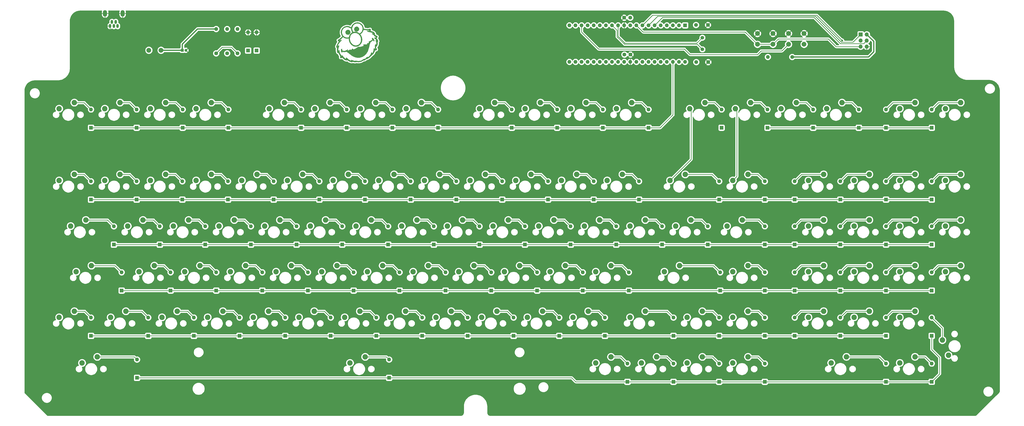
<source format=gbr>
%TF.GenerationSoftware,KiCad,Pcbnew,(5.1.6)-1*%
%TF.CreationDate,2020-10-13T13:53:59+02:00*%
%TF.ProjectId,wy60_usb,77793630-5f75-4736-922e-6b696361645f,rev?*%
%TF.SameCoordinates,Original*%
%TF.FileFunction,Copper,L1,Top*%
%TF.FilePolarity,Positive*%
%FSLAX46Y46*%
G04 Gerber Fmt 4.6, Leading zero omitted, Abs format (unit mm)*
G04 Created by KiCad (PCBNEW (5.1.6)-1) date 2020-10-13 13:53:59*
%MOMM*%
%LPD*%
G01*
G04 APERTURE LIST*
%TA.AperFunction,EtchedComponent*%
%ADD10C,0.010000*%
%TD*%
%TA.AperFunction,ComponentPad*%
%ADD11C,2.250000*%
%TD*%
%TA.AperFunction,ComponentPad*%
%ADD12O,1.100000X1.650000*%
%TD*%
%TA.AperFunction,ComponentPad*%
%ADD13O,1.700000X2.700000*%
%TD*%
%TA.AperFunction,ComponentPad*%
%ADD14O,1.600000X1.600000*%
%TD*%
%TA.AperFunction,ComponentPad*%
%ADD15R,1.600000X1.600000*%
%TD*%
%TA.AperFunction,ComponentPad*%
%ADD16C,1.500000*%
%TD*%
%TA.AperFunction,ComponentPad*%
%ADD17C,2.000000*%
%TD*%
%TA.AperFunction,ComponentPad*%
%ADD18C,1.600000*%
%TD*%
%TA.AperFunction,ComponentPad*%
%ADD19O,1.700000X1.700000*%
%TD*%
%TA.AperFunction,ComponentPad*%
%ADD20R,1.700000X1.700000*%
%TD*%
%TA.AperFunction,ComponentPad*%
%ADD21C,1.200000*%
%TD*%
%TA.AperFunction,ComponentPad*%
%ADD22R,1.200000X1.200000*%
%TD*%
%TA.AperFunction,ViaPad*%
%ADD23C,0.800000*%
%TD*%
%TA.AperFunction,Conductor*%
%ADD24C,0.250000*%
%TD*%
%TA.AperFunction,Conductor*%
%ADD25C,0.500000*%
%TD*%
G04 APERTURE END LIST*
D10*
%TO.C,G\u002A\u002A\u002A*%
G36*
X145712082Y-55678889D02*
G01*
X145972683Y-55706169D01*
X146169658Y-55753502D01*
X146300295Y-55798783D01*
X146426789Y-55846155D01*
X146510375Y-55880486D01*
X146610098Y-55922087D01*
X146699467Y-55955066D01*
X146716750Y-55960546D01*
X146801743Y-55998051D01*
X146875500Y-56044786D01*
X147104341Y-56224023D01*
X147288945Y-56380473D01*
X147439127Y-56524673D01*
X147564704Y-56667158D01*
X147675492Y-56818466D01*
X147781306Y-56989133D01*
X147821923Y-57060661D01*
X147902870Y-57234782D01*
X147978263Y-57448985D01*
X148041405Y-57679861D01*
X148085596Y-57904004D01*
X148101080Y-58036224D01*
X148108905Y-58154442D01*
X148118077Y-58237560D01*
X148138439Y-58292869D01*
X148179835Y-58327663D01*
X148252108Y-58349237D01*
X148365102Y-58364883D01*
X148528659Y-58381896D01*
X148574125Y-58386732D01*
X148827007Y-58417519D01*
X149100522Y-58456596D01*
X149366850Y-58499723D01*
X149598170Y-58542659D01*
X149601924Y-58543420D01*
X149719312Y-58555082D01*
X149861394Y-58552303D01*
X149935299Y-58544745D01*
X150021348Y-58532371D01*
X150096014Y-58519741D01*
X150173270Y-58503633D01*
X150267086Y-58480822D01*
X150391431Y-58448085D01*
X150560277Y-58402197D01*
X150599383Y-58391495D01*
X150745399Y-58355958D01*
X150847053Y-58346002D01*
X150919236Y-58364374D01*
X150976839Y-58413821D01*
X151016500Y-58468457D01*
X151054648Y-58567154D01*
X151074644Y-58704107D01*
X151076406Y-58856694D01*
X151059853Y-59002295D01*
X151024900Y-59118291D01*
X151018910Y-59130186D01*
X150984137Y-59202885D01*
X150970944Y-59247701D01*
X150972642Y-59252908D01*
X151008316Y-59264805D01*
X151096948Y-59290245D01*
X151230009Y-59326901D01*
X151398972Y-59372448D01*
X151595309Y-59424559D01*
X151765000Y-59469057D01*
X151885932Y-59512128D01*
X152036946Y-59582304D01*
X152197384Y-59668514D01*
X152346585Y-59759686D01*
X152459955Y-59841507D01*
X152551996Y-59930414D01*
X152651291Y-60047081D01*
X152724091Y-60148162D01*
X152803100Y-60291029D01*
X152832822Y-60406132D01*
X152814101Y-60504684D01*
X152757164Y-60587795D01*
X152736065Y-60615651D01*
X152732223Y-60644105D01*
X152751756Y-60682275D01*
X152800779Y-60739280D01*
X152885410Y-60824238D01*
X152971854Y-60907863D01*
X153091958Y-61021482D01*
X153183439Y-61100097D01*
X153262251Y-61153925D01*
X153344346Y-61193187D01*
X153445680Y-61228100D01*
X153495375Y-61243197D01*
X153670261Y-61304782D01*
X153789237Y-61371275D01*
X153859870Y-61449272D01*
X153889725Y-61545368D01*
X153891952Y-61588832D01*
X153867373Y-61714914D01*
X153799872Y-61862936D01*
X153697960Y-62017600D01*
X153574634Y-62159145D01*
X153440564Y-62293214D01*
X153600621Y-62437119D01*
X153737681Y-62581137D01*
X153866953Y-62754914D01*
X153981643Y-62945110D01*
X154074954Y-63138386D01*
X154140091Y-63321402D01*
X154170257Y-63480819D01*
X154169470Y-63553692D01*
X154143754Y-63677650D01*
X154093444Y-63753556D01*
X154007177Y-63795465D01*
X153966530Y-63804675D01*
X153893125Y-63825969D01*
X153871985Y-63857115D01*
X153876609Y-63876953D01*
X153947436Y-64122696D01*
X153981803Y-64386212D01*
X153980460Y-64651998D01*
X153944157Y-64904550D01*
X153873643Y-65128364D01*
X153810185Y-65250509D01*
X153747206Y-65361880D01*
X153690357Y-65480537D01*
X153682044Y-65500565D01*
X153620491Y-65612858D01*
X153539674Y-65672637D01*
X153424709Y-65690737D01*
X153420796Y-65690750D01*
X153372328Y-65693019D01*
X153342641Y-65708745D01*
X153325102Y-65751307D01*
X153313079Y-65834082D01*
X153304113Y-65926107D01*
X153301502Y-66115191D01*
X153326196Y-66295907D01*
X153374380Y-66449821D01*
X153432796Y-66548000D01*
X153495460Y-66637018D01*
X153557124Y-66748724D01*
X153607295Y-66861168D01*
X153635481Y-66952398D01*
X153638250Y-66977833D01*
X153609214Y-67098130D01*
X153528253Y-67197489D01*
X153404583Y-67272114D01*
X153247421Y-67318205D01*
X153065985Y-67331967D01*
X152869491Y-67309601D01*
X152845656Y-67304382D01*
X152815882Y-67319415D01*
X152789292Y-67384095D01*
X152763846Y-67500500D01*
X152680203Y-67831335D01*
X152553212Y-68156070D01*
X152390004Y-68462313D01*
X152197711Y-68737671D01*
X151983465Y-68969753D01*
X151857316Y-69075625D01*
X151758775Y-69145742D01*
X151671315Y-69200770D01*
X151617384Y-69227340D01*
X151564805Y-69264072D01*
X151496202Y-69337876D01*
X151439290Y-69414340D01*
X151296596Y-69603352D01*
X151120365Y-69799107D01*
X150918636Y-69995670D01*
X150699448Y-70187107D01*
X150470840Y-70367484D01*
X150240849Y-70530866D01*
X150017515Y-70671319D01*
X149808875Y-70782909D01*
X149622969Y-70859700D01*
X149467834Y-70895759D01*
X149429926Y-70897750D01*
X149352749Y-70920140D01*
X149252005Y-70980854D01*
X149198946Y-71022113D01*
X148987135Y-71183946D01*
X148780660Y-71312472D01*
X148587954Y-71403758D01*
X148417452Y-71453874D01*
X148277590Y-71458890D01*
X148266047Y-71456846D01*
X148187314Y-71453167D01*
X148099135Y-71476685D01*
X147989342Y-71532402D01*
X147845771Y-71625314D01*
X147830673Y-71635743D01*
X147738863Y-71696753D01*
X147666824Y-71739748D01*
X147631605Y-71755000D01*
X147590691Y-71770711D01*
X147517845Y-71810552D01*
X147476594Y-71835735D01*
X147347271Y-71904605D01*
X147174216Y-71978802D01*
X146976020Y-72051479D01*
X146771272Y-72115788D01*
X146589750Y-72162421D01*
X146406533Y-72192218D01*
X146191889Y-72209888D01*
X145964190Y-72215513D01*
X145741804Y-72209175D01*
X145543102Y-72190957D01*
X145386453Y-72160941D01*
X145372801Y-72156989D01*
X145268654Y-72127149D01*
X145199419Y-72117249D01*
X145139306Y-72128584D01*
X145062526Y-72162452D01*
X145039426Y-72173746D01*
X144889096Y-72223215D01*
X144696542Y-72249969D01*
X144479177Y-72253112D01*
X144254413Y-72231745D01*
X144176750Y-72218218D01*
X144030123Y-72186095D01*
X143874030Y-72146991D01*
X143785581Y-72122145D01*
X143679381Y-72092752D01*
X143614458Y-72083939D01*
X143572261Y-72095008D01*
X143547456Y-72113209D01*
X143420505Y-72183893D01*
X143252348Y-72216539D01*
X143050788Y-72213491D01*
X142823627Y-72177091D01*
X142578668Y-72109680D01*
X142323713Y-72013601D01*
X142066565Y-71891196D01*
X141815025Y-71744807D01*
X141576897Y-71576777D01*
X141470286Y-71489669D01*
X141287948Y-71333116D01*
X141221919Y-71417058D01*
X141171979Y-71468064D01*
X141111492Y-71493147D01*
X141016823Y-71500808D01*
X140988541Y-71501000D01*
X140777918Y-71475857D01*
X140544535Y-71404036D01*
X140301952Y-71290950D01*
X140063723Y-71142012D01*
X140032409Y-71119286D01*
X139948136Y-71050257D01*
X139844764Y-70955535D01*
X139731710Y-70845017D01*
X139618389Y-70728603D01*
X139514219Y-70616192D01*
X139428616Y-70517683D01*
X139370997Y-70442974D01*
X139350750Y-70402714D01*
X139330655Y-70387204D01*
X139266733Y-70403211D01*
X139176801Y-70441149D01*
X139065104Y-70480000D01*
X138924798Y-70511393D01*
X138772761Y-70533622D01*
X138625874Y-70544981D01*
X138501016Y-70543766D01*
X138415068Y-70528270D01*
X138398250Y-70519820D01*
X138376934Y-70492124D01*
X138362719Y-70436740D01*
X138354396Y-70343407D01*
X138350757Y-70201863D01*
X138350317Y-70113070D01*
X138350711Y-69991469D01*
X138349873Y-69896979D01*
X138344430Y-69818992D01*
X138331011Y-69746896D01*
X138306241Y-69670080D01*
X138266750Y-69577934D01*
X138209163Y-69459847D01*
X138130110Y-69305209D01*
X138034605Y-69119750D01*
X137955234Y-68962383D01*
X137870000Y-68789011D01*
X137794887Y-68632231D01*
X137781591Y-68603812D01*
X137727284Y-68492634D01*
X137680925Y-68407852D01*
X137649978Y-68362739D01*
X137643758Y-68358759D01*
X137602775Y-68376822D01*
X137558744Y-68406384D01*
X137462282Y-68447341D01*
X137359348Y-68443314D01*
X137276486Y-68395416D01*
X137275654Y-68394505D01*
X137240977Y-68338764D01*
X137194230Y-68240646D01*
X137143638Y-68117944D01*
X137125483Y-68069583D01*
X137084772Y-67951516D01*
X137056116Y-67846925D01*
X137036694Y-67738275D01*
X137023683Y-67608037D01*
X137014260Y-67438676D01*
X137010944Y-67358140D01*
X137005335Y-67119665D01*
X137009867Y-66923398D01*
X137025492Y-66748712D01*
X137045069Y-66619423D01*
X137067609Y-66486371D01*
X137085127Y-66374713D01*
X137095114Y-66300855D01*
X137096500Y-66283136D01*
X137068937Y-66248476D01*
X136999894Y-66212856D01*
X136969371Y-66202462D01*
X136839072Y-66136133D01*
X136758256Y-66030433D01*
X136727084Y-65885983D01*
X136745718Y-65703406D01*
X136752600Y-65679938D01*
X137202105Y-65679938D01*
X137244517Y-65682288D01*
X137314694Y-65651566D01*
X137394257Y-65598321D01*
X137464827Y-65533104D01*
X137471604Y-65525232D01*
X137567387Y-65411144D01*
X137632348Y-65337733D01*
X137676535Y-65297076D01*
X137709996Y-65281254D01*
X137742782Y-65282343D01*
X137771216Y-65289053D01*
X137853184Y-65339197D01*
X137896828Y-65436523D01*
X137902019Y-65577482D01*
X137868626Y-65758526D01*
X137796519Y-65976107D01*
X137796366Y-65976500D01*
X137688932Y-66265024D01*
X137609026Y-66513936D01*
X137553204Y-66739060D01*
X137518021Y-66956220D01*
X137500035Y-67181238D01*
X137495796Y-67357625D01*
X137497809Y-67546772D01*
X137505955Y-67683367D01*
X137519615Y-67765180D01*
X137538168Y-67789980D01*
X137560995Y-67755538D01*
X137583971Y-67675125D01*
X137625762Y-67563445D01*
X137693197Y-67450452D01*
X137772179Y-67355558D01*
X137848608Y-67298176D01*
X137861323Y-67293228D01*
X137929659Y-67286658D01*
X137975516Y-67322370D01*
X138002247Y-67406665D01*
X138013209Y-67545842D01*
X138013791Y-67579598D01*
X138025189Y-67780704D01*
X138057392Y-67979207D01*
X138113757Y-68184462D01*
X138197640Y-68405826D01*
X138312396Y-68652655D01*
X138461382Y-68934306D01*
X138566207Y-69119750D01*
X138681918Y-69328158D01*
X138765116Y-69497677D01*
X138820676Y-69640748D01*
X138853473Y-69769808D01*
X138867916Y-69889687D01*
X138877579Y-69997003D01*
X138889801Y-70073883D01*
X138901969Y-70103987D01*
X138902195Y-70104000D01*
X138946301Y-70075337D01*
X138976282Y-70000264D01*
X138987546Y-69895147D01*
X138982541Y-69817597D01*
X138980036Y-69677189D01*
X139007387Y-69556845D01*
X139058473Y-69467512D01*
X139127175Y-69420138D01*
X139202684Y-69423776D01*
X139243148Y-69457241D01*
X139306192Y-69528737D01*
X139378996Y-69623580D01*
X139387547Y-69635505D01*
X139601618Y-69919229D01*
X139824733Y-70183534D01*
X140049216Y-70420730D01*
X140267391Y-70623129D01*
X140471579Y-70783040D01*
X140631232Y-70881285D01*
X140718333Y-70925454D01*
X140779378Y-70954495D01*
X140797110Y-70961250D01*
X140800558Y-70932482D01*
X140797951Y-70857423D01*
X140790745Y-70762812D01*
X140782915Y-70651228D01*
X140788160Y-70581746D01*
X140811350Y-70533502D01*
X140854927Y-70487884D01*
X140937225Y-70411393D01*
X141068326Y-70470512D01*
X141152079Y-70520145D01*
X141260585Y-70600667D01*
X141374447Y-70697325D01*
X141410151Y-70730496D01*
X141593723Y-70899912D01*
X141775002Y-71057014D01*
X141942695Y-71192556D01*
X142085513Y-71297293D01*
X142160625Y-71345032D01*
X142420347Y-71487754D01*
X142635999Y-71590783D01*
X142811537Y-71655965D01*
X142851088Y-71666938D01*
X143023559Y-71710865D01*
X142981225Y-71629745D01*
X142943219Y-71527532D01*
X142953839Y-71441497D01*
X142989706Y-71378521D01*
X143027224Y-71338628D01*
X143075308Y-71322237D01*
X143144546Y-71331102D01*
X143245526Y-71366978D01*
X143388836Y-71431617D01*
X143430625Y-71451566D01*
X143600637Y-71532158D01*
X143732458Y-71590379D01*
X143844611Y-71632418D01*
X143955621Y-71664461D01*
X144084011Y-71692696D01*
X144239427Y-71721714D01*
X144426398Y-71754498D01*
X144560454Y-71774884D01*
X144650949Y-71782898D01*
X144707239Y-71778570D01*
X144738681Y-71761926D01*
X144754630Y-71732994D01*
X144757449Y-71723250D01*
X144769436Y-71692994D01*
X144792735Y-71673643D01*
X144836329Y-71665349D01*
X144909197Y-71668267D01*
X145020321Y-71682550D01*
X145178683Y-71708352D01*
X145319750Y-71732875D01*
X145507976Y-71764963D01*
X145657697Y-71786702D01*
X145787673Y-71798990D01*
X145916666Y-71802728D01*
X146063436Y-71798814D01*
X146246745Y-71788149D01*
X146340197Y-71781799D01*
X146588330Y-71755930D01*
X146819142Y-71711494D01*
X147043384Y-71644120D01*
X147271806Y-71549441D01*
X147515156Y-71423086D01*
X147784187Y-71260686D01*
X148043103Y-71089669D01*
X148218805Y-70979242D01*
X148353293Y-70915407D01*
X148448011Y-70897723D01*
X148504407Y-70925748D01*
X148515060Y-70945484D01*
X148552086Y-70966440D01*
X148625479Y-70944002D01*
X148729351Y-70882175D01*
X148857817Y-70784968D01*
X149004989Y-70656386D01*
X149157012Y-70508572D01*
X149331619Y-70337322D01*
X149487820Y-70197217D01*
X149619941Y-70092773D01*
X149722306Y-70028507D01*
X149784951Y-70008750D01*
X149841667Y-70034859D01*
X149868719Y-70100713D01*
X149861245Y-70187603D01*
X149843162Y-70232861D01*
X149792647Y-70330545D01*
X149866011Y-70291948D01*
X150065098Y-70165933D01*
X150277606Y-69994003D01*
X150491103Y-69788242D01*
X150693158Y-69560735D01*
X150871337Y-69323566D01*
X150888560Y-69297986D01*
X151038621Y-69048227D01*
X151144361Y-68811546D01*
X151214868Y-68566678D01*
X151227382Y-68505253D01*
X151265379Y-68378017D01*
X151321173Y-68279546D01*
X151386118Y-68219994D01*
X151451569Y-68209511D01*
X151471655Y-68218456D01*
X151516081Y-68265102D01*
X151571654Y-68348345D01*
X151608591Y-68415647D01*
X151690307Y-68578264D01*
X151802048Y-68460069D01*
X151930627Y-68307809D01*
X152034997Y-68144514D01*
X152118843Y-67960081D01*
X152185848Y-67744411D01*
X152239698Y-67487403D01*
X152284077Y-67178955D01*
X152291080Y-67119500D01*
X152322928Y-66878252D01*
X152358165Y-66697168D01*
X152399999Y-66572913D01*
X152451639Y-66502152D01*
X152516294Y-66481549D01*
X152597174Y-66507769D01*
X152697489Y-66577477D01*
X152760459Y-66631658D01*
X152901787Y-66753751D01*
X153003138Y-66829230D01*
X153066299Y-66859316D01*
X153087916Y-66854916D01*
X153086649Y-66817704D01*
X153058914Y-66762189D01*
X153023075Y-66696063D01*
X152974976Y-66592656D01*
X152924881Y-66474061D01*
X152923720Y-66471163D01*
X152892124Y-66390103D01*
X152869606Y-66321186D01*
X152854997Y-66251911D01*
X152847131Y-66169775D01*
X152844838Y-66062277D01*
X152846951Y-65916916D01*
X152852301Y-65721191D01*
X152852621Y-65710277D01*
X152864237Y-65441275D01*
X152882786Y-65229804D01*
X152910136Y-65070098D01*
X152948157Y-64956391D01*
X152998717Y-64882916D01*
X153063685Y-64843907D01*
X153136790Y-64833500D01*
X153204945Y-64845411D01*
X153250219Y-64892535D01*
X153275171Y-64944624D01*
X153311652Y-65016324D01*
X153343573Y-65054051D01*
X153349066Y-65055750D01*
X153367299Y-65026515D01*
X153387745Y-64948567D01*
X153408184Y-64836535D01*
X153426394Y-64705051D01*
X153440157Y-64568744D01*
X153447251Y-64442247D01*
X153447750Y-64405548D01*
X153426056Y-64153485D01*
X153359748Y-63877468D01*
X153246985Y-63570587D01*
X153191727Y-63444783D01*
X153142994Y-63315510D01*
X153135663Y-63225774D01*
X153169826Y-63166879D01*
X153194949Y-63150108D01*
X153266373Y-63128835D01*
X153339510Y-63147971D01*
X153425488Y-63212692D01*
X153505266Y-63294454D01*
X153594703Y-63380686D01*
X153667846Y-63428425D01*
X153716624Y-63434043D01*
X153733042Y-63396812D01*
X153712395Y-63354643D01*
X153657058Y-63277285D01*
X153576216Y-63175456D01*
X153479053Y-63059876D01*
X153374751Y-62941261D01*
X153272494Y-62830331D01*
X153181465Y-62737805D01*
X153121518Y-62683080D01*
X153025697Y-62606434D01*
X152904552Y-62514141D01*
X152789330Y-62429808D01*
X152651546Y-62318440D01*
X152574667Y-62224571D01*
X152558669Y-62148385D01*
X152603524Y-62090063D01*
X152709209Y-62049788D01*
X152845960Y-62029954D01*
X153031896Y-61998573D01*
X153183140Y-61941165D01*
X153288686Y-61862628D01*
X153319787Y-61819047D01*
X153332212Y-61792223D01*
X153330482Y-61769751D01*
X153305864Y-61745631D01*
X153249625Y-61713863D01*
X153153032Y-61668445D01*
X153007352Y-61603379D01*
X153003250Y-61601556D01*
X152892309Y-61548110D01*
X152798053Y-61490369D01*
X152708127Y-61417824D01*
X152610178Y-61319962D01*
X152491850Y-61186273D01*
X152431750Y-61115299D01*
X152243590Y-60911472D01*
X152057161Y-60747757D01*
X151893198Y-60639081D01*
X151746688Y-60549310D01*
X151642397Y-60462924D01*
X151587151Y-60386325D01*
X151580622Y-60345812D01*
X151617161Y-60283954D01*
X151658112Y-60267714D01*
X151716996Y-60271235D01*
X151819672Y-60288200D01*
X151948806Y-60314858D01*
X152087063Y-60347458D01*
X152217107Y-60382247D01*
X152288875Y-60404210D01*
X152302707Y-60397404D01*
X152272730Y-60357045D01*
X152209500Y-60295075D01*
X152071579Y-60190379D01*
X151891587Y-60083511D01*
X151689736Y-59984649D01*
X151486242Y-59903973D01*
X151352250Y-59863415D01*
X151238361Y-59832557D01*
X151144480Y-59803680D01*
X151094501Y-59784591D01*
X151046988Y-59770181D01*
X150946328Y-59746519D01*
X150801888Y-59715496D01*
X150623035Y-59679001D01*
X150419137Y-59638922D01*
X150199561Y-59597150D01*
X149973674Y-59555575D01*
X149845594Y-59532673D01*
X149720812Y-59507015D01*
X149647576Y-59478744D01*
X149614237Y-59439030D01*
X149609147Y-59379043D01*
X149611455Y-59355188D01*
X149642035Y-59284151D01*
X149717833Y-59233437D01*
X149843800Y-59201321D01*
X150024889Y-59186082D01*
X150102367Y-59184415D01*
X150360610Y-59182000D01*
X150477898Y-59052176D01*
X150540050Y-58979013D01*
X150577302Y-58926508D01*
X150582569Y-58909735D01*
X150547702Y-58909362D01*
X150466441Y-58919633D01*
X150354600Y-58938442D01*
X150323307Y-58944309D01*
X149993170Y-58985815D01*
X149683429Y-58977605D01*
X149463125Y-58941057D01*
X149239090Y-58895121D01*
X149012059Y-58855392D01*
X148790825Y-58822725D01*
X148584181Y-58797979D01*
X148400922Y-58782010D01*
X148249842Y-58775675D01*
X148139734Y-58779830D01*
X148079392Y-58795333D01*
X148071011Y-58805408D01*
X147957589Y-59159210D01*
X147817957Y-59470434D01*
X147643298Y-59757572D01*
X147566588Y-59863318D01*
X147431427Y-60021856D01*
X147267508Y-60183478D01*
X147092222Y-60333004D01*
X146922956Y-60455252D01*
X146819937Y-60515170D01*
X146740835Y-60559554D01*
X146692279Y-60595189D01*
X146685000Y-60606239D01*
X146703942Y-60642079D01*
X146751790Y-60706186D01*
X146778959Y-60738949D01*
X146835650Y-60809488D01*
X146869824Y-60860117D01*
X146874209Y-60871277D01*
X146891405Y-60908918D01*
X146933352Y-60978046D01*
X146957056Y-61013860D01*
X147012112Y-61104262D01*
X147078584Y-61226546D01*
X147142237Y-61354505D01*
X147143215Y-61356583D01*
X147313182Y-61784212D01*
X147426277Y-62218253D01*
X147483190Y-62653228D01*
X147484614Y-63083658D01*
X147431240Y-63504064D01*
X147323759Y-63908967D01*
X147162865Y-64292888D01*
X146949247Y-64650349D01*
X146686675Y-64972618D01*
X146436971Y-65210425D01*
X146181663Y-65395988D01*
X145904213Y-65539614D01*
X145605500Y-65646473D01*
X145223469Y-65727752D01*
X144834440Y-65748207D01*
X144444972Y-65709049D01*
X144061624Y-65611490D01*
X143690955Y-65456741D01*
X143339525Y-65246014D01*
X143305282Y-65221612D01*
X143182432Y-65129780D01*
X143080181Y-65044649D01*
X142983579Y-64951887D01*
X142877674Y-64837163D01*
X142751308Y-64690625D01*
X142478628Y-64320503D01*
X142261235Y-63920785D01*
X142101006Y-63496223D01*
X141999819Y-63051571D01*
X141963223Y-62696520D01*
X141949320Y-62419994D01*
X142378436Y-62419994D01*
X142379735Y-62547500D01*
X142387806Y-62712346D01*
X142400817Y-62871189D01*
X142416782Y-63003083D01*
X142429415Y-63071375D01*
X142466578Y-63209020D01*
X142513010Y-63358387D01*
X142563172Y-63503952D01*
X142611525Y-63630189D01*
X142652529Y-63721574D01*
X142673897Y-63756500D01*
X142709242Y-63816982D01*
X142716250Y-63848002D01*
X142736909Y-63912468D01*
X142793463Y-64012072D01*
X142877774Y-64136199D01*
X142981703Y-64274233D01*
X143097112Y-64415558D01*
X143215863Y-64549559D01*
X143329819Y-64665620D01*
X143374473Y-64706621D01*
X143677168Y-64937604D01*
X143998759Y-65115382D01*
X144332238Y-65237065D01*
X144670598Y-65299764D01*
X144832769Y-65308060D01*
X144999829Y-65302290D01*
X145183885Y-65285554D01*
X145337281Y-65262803D01*
X145655367Y-65170342D01*
X145954087Y-65021226D01*
X146227851Y-64820787D01*
X146471069Y-64574359D01*
X146678152Y-64287273D01*
X146843510Y-63964862D01*
X146922256Y-63750738D01*
X146999569Y-63442037D01*
X147045002Y-63116467D01*
X147058028Y-62790898D01*
X147038118Y-62482201D01*
X146984747Y-62207247D01*
X146971868Y-62163668D01*
X146938838Y-62049153D01*
X146915636Y-61951294D01*
X146907659Y-61895752D01*
X146889405Y-61820307D01*
X146858614Y-61761942D01*
X146816475Y-61686635D01*
X146773286Y-61587456D01*
X146764617Y-61563936D01*
X146662760Y-61346079D01*
X146512243Y-61118068D01*
X146324289Y-60890863D01*
X146110126Y-60675422D01*
X145880979Y-60482705D01*
X145648074Y-60323672D01*
X145422635Y-60209283D01*
X145349634Y-60182492D01*
X145249289Y-60147285D01*
X145172717Y-60115971D01*
X145144532Y-60100757D01*
X145078015Y-60072556D01*
X144964589Y-60048020D01*
X144820822Y-60029004D01*
X144663280Y-60017364D01*
X144508528Y-60014954D01*
X144416860Y-60019251D01*
X144219253Y-60042172D01*
X144033976Y-60076869D01*
X143878503Y-60119431D01*
X143776116Y-60162570D01*
X143705988Y-60197251D01*
X143614710Y-60236673D01*
X143605250Y-60240459D01*
X143524084Y-60281938D01*
X143416278Y-60349110D01*
X143304583Y-60427757D01*
X143300077Y-60431152D01*
X143032508Y-60672470D01*
X142807174Y-60957554D01*
X142626588Y-61280624D01*
X142493262Y-61635906D01*
X142409707Y-62017621D01*
X142378436Y-62419994D01*
X141949320Y-62419994D01*
X141944228Y-62318736D01*
X141814301Y-62340896D01*
X141482345Y-62382595D01*
X141167623Y-62393106D01*
X140882330Y-62372738D01*
X140638659Y-62321798D01*
X140602879Y-62310333D01*
X140510910Y-62281428D01*
X140442378Y-62264032D01*
X140425202Y-62261750D01*
X140371460Y-62246314D01*
X140277772Y-62205017D01*
X140158216Y-62145367D01*
X140026869Y-62074878D01*
X139897808Y-62001059D01*
X139785109Y-61931422D01*
X139714671Y-61882627D01*
X139554360Y-61761591D01*
X139174742Y-62104395D01*
X139017072Y-62250250D01*
X138850287Y-62410384D01*
X138691924Y-62567608D01*
X138559520Y-62704731D01*
X138532195Y-62734221D01*
X138412340Y-62861883D01*
X138322415Y-62948595D01*
X138252214Y-63002614D01*
X138191530Y-63032197D01*
X138151195Y-63042443D01*
X138036569Y-63067855D01*
X137984948Y-63091488D01*
X137996471Y-63113118D01*
X138071278Y-63132522D01*
X138092371Y-63135896D01*
X138241477Y-63141421D01*
X138413942Y-63112980D01*
X138456225Y-63102250D01*
X138583231Y-63072345D01*
X138702714Y-63050734D01*
X138779250Y-63042721D01*
X138854674Y-63046369D01*
X138888047Y-63073953D01*
X138899848Y-63136441D01*
X138898662Y-63188689D01*
X138877944Y-63238545D01*
X138828853Y-63298407D01*
X138742553Y-63380673D01*
X138696128Y-63422191D01*
X138400755Y-63711306D01*
X138110394Y-64047207D01*
X137837514Y-64413619D01*
X137594584Y-64794268D01*
X137465408Y-65028480D01*
X137394218Y-65172413D01*
X137327596Y-65318122D01*
X137270353Y-65453702D01*
X137227301Y-65567248D01*
X137203252Y-65646853D01*
X137202105Y-65679938D01*
X136752600Y-65679938D01*
X136795983Y-65532000D01*
X136849153Y-65397166D01*
X136920178Y-65235287D01*
X137003968Y-65056200D01*
X137095429Y-64869741D01*
X137189468Y-64685747D01*
X137280993Y-64514054D01*
X137364911Y-64364499D01*
X137436128Y-64246918D01*
X137489554Y-64171148D01*
X137511888Y-64149244D01*
X137538500Y-64105037D01*
X137541000Y-64084654D01*
X137560201Y-64040260D01*
X137611421Y-63962039D01*
X137685081Y-63864143D01*
X137716763Y-63824970D01*
X137892527Y-63611884D01*
X137804076Y-63583061D01*
X137684159Y-63526700D01*
X137562095Y-63441750D01*
X137459166Y-63345175D01*
X137399738Y-63260790D01*
X137354881Y-63143685D01*
X137353463Y-63055580D01*
X137400808Y-62981609D01*
X137502239Y-62906904D01*
X137533062Y-62888473D01*
X137634673Y-62830664D01*
X137719569Y-62785035D01*
X137765753Y-62763033D01*
X137888798Y-62700044D01*
X138043063Y-62594294D01*
X138219975Y-62452511D01*
X138410961Y-62281418D01*
X138543155Y-62153111D01*
X138681783Y-62015409D01*
X138821437Y-61878612D01*
X138948453Y-61755980D01*
X139049165Y-61660773D01*
X139074967Y-61637025D01*
X139160824Y-61556231D01*
X139224542Y-61491253D01*
X139254558Y-61454009D01*
X139255500Y-61450932D01*
X139237017Y-61416468D01*
X139189084Y-61349286D01*
X139136437Y-61281906D01*
X138992708Y-61066774D01*
X138867436Y-60806798D01*
X138766139Y-60519300D01*
X138694335Y-60221602D01*
X138657541Y-59931028D01*
X138655764Y-59835709D01*
X139070565Y-59835709D01*
X139073450Y-59912088D01*
X139095404Y-60160764D01*
X139140420Y-60381811D01*
X139215152Y-60598879D01*
X139326251Y-60835616D01*
X139341438Y-60864750D01*
X139529745Y-61156721D01*
X139764488Y-61411973D01*
X140037783Y-61626671D01*
X140341744Y-61796979D01*
X140668488Y-61919064D01*
X141010128Y-61989090D01*
X141358781Y-62003222D01*
X141622981Y-61974332D01*
X141791832Y-61941490D01*
X141906597Y-61910885D01*
X141976386Y-61878534D01*
X142010308Y-61840456D01*
X142017750Y-61801775D01*
X142029387Y-61724408D01*
X142060537Y-61605341D01*
X142105556Y-61461176D01*
X142158800Y-61308517D01*
X142214626Y-61163970D01*
X142267391Y-61044136D01*
X142290501Y-60999322D01*
X142462109Y-60721933D01*
X142652469Y-60467757D01*
X142853630Y-60245134D01*
X143057642Y-60062403D01*
X143256554Y-59927905D01*
X143359187Y-59878212D01*
X143429548Y-59839667D01*
X143440206Y-59800162D01*
X143398875Y-59753500D01*
X143358903Y-59706594D01*
X143351250Y-59683993D01*
X143333726Y-59641273D01*
X143290214Y-59572559D01*
X143276013Y-59552944D01*
X143213643Y-59445409D01*
X143147482Y-59291330D01*
X143082906Y-59106997D01*
X143025292Y-58908703D01*
X142980015Y-58712737D01*
X142959803Y-58594713D01*
X142919204Y-58309051D01*
X142699184Y-58124262D01*
X142618702Y-58067012D01*
X143331864Y-58067012D01*
X143332963Y-58390217D01*
X143384944Y-58725887D01*
X143483042Y-59055899D01*
X143622491Y-59362129D01*
X143710580Y-59507171D01*
X143772434Y-59593059D01*
X143818913Y-59635050D01*
X143866092Y-59644414D01*
X143899317Y-59639503D01*
X144043717Y-59616659D01*
X144224296Y-59598130D01*
X144413776Y-59585873D01*
X144584879Y-59581845D01*
X144668875Y-59584284D01*
X144921065Y-59614458D01*
X145187464Y-59671636D01*
X145444798Y-59749483D01*
X145669798Y-59841663D01*
X145732500Y-59873882D01*
X145833534Y-59929104D01*
X145924565Y-59978640D01*
X145954750Y-59994977D01*
X146022472Y-60037746D01*
X146116163Y-60104438D01*
X146192875Y-60162952D01*
X146285918Y-60235406D01*
X146346031Y-60274598D01*
X146390601Y-60285994D01*
X146437019Y-60275063D01*
X146485068Y-60254825D01*
X146660151Y-60159865D01*
X146850866Y-60024401D01*
X147040595Y-59862633D01*
X147212722Y-59688759D01*
X147350632Y-59516978D01*
X147353663Y-59512594D01*
X147524296Y-59210747D01*
X147645341Y-58878953D01*
X147712912Y-58531351D01*
X147723123Y-58182080D01*
X147722444Y-58170790D01*
X147703209Y-57947257D01*
X147673463Y-57764381D01*
X147627553Y-57599506D01*
X147559824Y-57429975D01*
X147512280Y-57328707D01*
X147318157Y-56998797D01*
X147079266Y-56713837D01*
X146796187Y-56474329D01*
X146469500Y-56280773D01*
X146145250Y-56148467D01*
X146050480Y-56122382D01*
X145940684Y-56104772D01*
X145801731Y-56094282D01*
X145619490Y-56089551D01*
X145526125Y-56088954D01*
X145346184Y-56089269D01*
X145213043Y-56092815D01*
X145110009Y-56101983D01*
X145020386Y-56119162D01*
X144927482Y-56146742D01*
X144814601Y-56187112D01*
X144798423Y-56193114D01*
X144664193Y-56245293D01*
X144544236Y-56296027D01*
X144457112Y-56337297D01*
X144433298Y-56350816D01*
X144107082Y-56592002D01*
X143836229Y-56861691D01*
X143621650Y-57158462D01*
X143464259Y-57480894D01*
X143364966Y-57827565D01*
X143331864Y-58067012D01*
X142618702Y-58067012D01*
X142389878Y-57904242D01*
X142056977Y-57742522D01*
X141704039Y-57640006D01*
X141334626Y-57597594D01*
X140952297Y-57616187D01*
X140792745Y-57641632D01*
X140665451Y-57669842D01*
X140548795Y-57706167D01*
X140425084Y-57757653D01*
X140276621Y-57831347D01*
X140160375Y-57893458D01*
X139907030Y-58061653D01*
X139669380Y-58277213D01*
X139462718Y-58524006D01*
X139302337Y-58785900D01*
X139289509Y-58812141D01*
X139180614Y-59068861D01*
X139110824Y-59309758D01*
X139075641Y-59557738D01*
X139070565Y-59835709D01*
X138655764Y-59835709D01*
X138654518Y-59768953D01*
X138670043Y-59587243D01*
X138704405Y-59381387D01*
X138753516Y-59165673D01*
X138813288Y-58954392D01*
X138879632Y-58761834D01*
X138948460Y-58602288D01*
X139015685Y-58490044D01*
X139022974Y-58480999D01*
X139057540Y-58429811D01*
X139065000Y-58407868D01*
X139087694Y-58355390D01*
X139149260Y-58271772D01*
X139239922Y-58166689D01*
X139349903Y-58049815D01*
X139469429Y-57930823D01*
X139588722Y-57819388D01*
X139698008Y-57725182D01*
X139787510Y-57657879D01*
X139847453Y-57627154D01*
X139854870Y-57626249D01*
X139888797Y-57607759D01*
X139890500Y-57599651D01*
X139918785Y-57568772D01*
X139995879Y-57523757D01*
X140110132Y-57469904D01*
X140249898Y-57412506D01*
X140403529Y-57356860D01*
X140477875Y-57332610D01*
X140711977Y-57264424D01*
X140910056Y-57220835D01*
X141093509Y-57199331D01*
X141283735Y-57197398D01*
X141501062Y-57212421D01*
X141909900Y-57281471D01*
X142292884Y-57408503D01*
X142650239Y-57593600D01*
X142810399Y-57701399D01*
X142952125Y-57804370D01*
X143050757Y-57500387D01*
X143205373Y-57116266D01*
X143406707Y-56774308D01*
X143655753Y-56473468D01*
X143953505Y-56212701D01*
X144300957Y-55990961D01*
X144637125Y-55831970D01*
X144873779Y-55756262D01*
X145144146Y-55704881D01*
X145429741Y-55678775D01*
X145712082Y-55678889D01*
G37*
X145712082Y-55678889D02*
X145972683Y-55706169D01*
X146169658Y-55753502D01*
X146300295Y-55798783D01*
X146426789Y-55846155D01*
X146510375Y-55880486D01*
X146610098Y-55922087D01*
X146699467Y-55955066D01*
X146716750Y-55960546D01*
X146801743Y-55998051D01*
X146875500Y-56044786D01*
X147104341Y-56224023D01*
X147288945Y-56380473D01*
X147439127Y-56524673D01*
X147564704Y-56667158D01*
X147675492Y-56818466D01*
X147781306Y-56989133D01*
X147821923Y-57060661D01*
X147902870Y-57234782D01*
X147978263Y-57448985D01*
X148041405Y-57679861D01*
X148085596Y-57904004D01*
X148101080Y-58036224D01*
X148108905Y-58154442D01*
X148118077Y-58237560D01*
X148138439Y-58292869D01*
X148179835Y-58327663D01*
X148252108Y-58349237D01*
X148365102Y-58364883D01*
X148528659Y-58381896D01*
X148574125Y-58386732D01*
X148827007Y-58417519D01*
X149100522Y-58456596D01*
X149366850Y-58499723D01*
X149598170Y-58542659D01*
X149601924Y-58543420D01*
X149719312Y-58555082D01*
X149861394Y-58552303D01*
X149935299Y-58544745D01*
X150021348Y-58532371D01*
X150096014Y-58519741D01*
X150173270Y-58503633D01*
X150267086Y-58480822D01*
X150391431Y-58448085D01*
X150560277Y-58402197D01*
X150599383Y-58391495D01*
X150745399Y-58355958D01*
X150847053Y-58346002D01*
X150919236Y-58364374D01*
X150976839Y-58413821D01*
X151016500Y-58468457D01*
X151054648Y-58567154D01*
X151074644Y-58704107D01*
X151076406Y-58856694D01*
X151059853Y-59002295D01*
X151024900Y-59118291D01*
X151018910Y-59130186D01*
X150984137Y-59202885D01*
X150970944Y-59247701D01*
X150972642Y-59252908D01*
X151008316Y-59264805D01*
X151096948Y-59290245D01*
X151230009Y-59326901D01*
X151398972Y-59372448D01*
X151595309Y-59424559D01*
X151765000Y-59469057D01*
X151885932Y-59512128D01*
X152036946Y-59582304D01*
X152197384Y-59668514D01*
X152346585Y-59759686D01*
X152459955Y-59841507D01*
X152551996Y-59930414D01*
X152651291Y-60047081D01*
X152724091Y-60148162D01*
X152803100Y-60291029D01*
X152832822Y-60406132D01*
X152814101Y-60504684D01*
X152757164Y-60587795D01*
X152736065Y-60615651D01*
X152732223Y-60644105D01*
X152751756Y-60682275D01*
X152800779Y-60739280D01*
X152885410Y-60824238D01*
X152971854Y-60907863D01*
X153091958Y-61021482D01*
X153183439Y-61100097D01*
X153262251Y-61153925D01*
X153344346Y-61193187D01*
X153445680Y-61228100D01*
X153495375Y-61243197D01*
X153670261Y-61304782D01*
X153789237Y-61371275D01*
X153859870Y-61449272D01*
X153889725Y-61545368D01*
X153891952Y-61588832D01*
X153867373Y-61714914D01*
X153799872Y-61862936D01*
X153697960Y-62017600D01*
X153574634Y-62159145D01*
X153440564Y-62293214D01*
X153600621Y-62437119D01*
X153737681Y-62581137D01*
X153866953Y-62754914D01*
X153981643Y-62945110D01*
X154074954Y-63138386D01*
X154140091Y-63321402D01*
X154170257Y-63480819D01*
X154169470Y-63553692D01*
X154143754Y-63677650D01*
X154093444Y-63753556D01*
X154007177Y-63795465D01*
X153966530Y-63804675D01*
X153893125Y-63825969D01*
X153871985Y-63857115D01*
X153876609Y-63876953D01*
X153947436Y-64122696D01*
X153981803Y-64386212D01*
X153980460Y-64651998D01*
X153944157Y-64904550D01*
X153873643Y-65128364D01*
X153810185Y-65250509D01*
X153747206Y-65361880D01*
X153690357Y-65480537D01*
X153682044Y-65500565D01*
X153620491Y-65612858D01*
X153539674Y-65672637D01*
X153424709Y-65690737D01*
X153420796Y-65690750D01*
X153372328Y-65693019D01*
X153342641Y-65708745D01*
X153325102Y-65751307D01*
X153313079Y-65834082D01*
X153304113Y-65926107D01*
X153301502Y-66115191D01*
X153326196Y-66295907D01*
X153374380Y-66449821D01*
X153432796Y-66548000D01*
X153495460Y-66637018D01*
X153557124Y-66748724D01*
X153607295Y-66861168D01*
X153635481Y-66952398D01*
X153638250Y-66977833D01*
X153609214Y-67098130D01*
X153528253Y-67197489D01*
X153404583Y-67272114D01*
X153247421Y-67318205D01*
X153065985Y-67331967D01*
X152869491Y-67309601D01*
X152845656Y-67304382D01*
X152815882Y-67319415D01*
X152789292Y-67384095D01*
X152763846Y-67500500D01*
X152680203Y-67831335D01*
X152553212Y-68156070D01*
X152390004Y-68462313D01*
X152197711Y-68737671D01*
X151983465Y-68969753D01*
X151857316Y-69075625D01*
X151758775Y-69145742D01*
X151671315Y-69200770D01*
X151617384Y-69227340D01*
X151564805Y-69264072D01*
X151496202Y-69337876D01*
X151439290Y-69414340D01*
X151296596Y-69603352D01*
X151120365Y-69799107D01*
X150918636Y-69995670D01*
X150699448Y-70187107D01*
X150470840Y-70367484D01*
X150240849Y-70530866D01*
X150017515Y-70671319D01*
X149808875Y-70782909D01*
X149622969Y-70859700D01*
X149467834Y-70895759D01*
X149429926Y-70897750D01*
X149352749Y-70920140D01*
X149252005Y-70980854D01*
X149198946Y-71022113D01*
X148987135Y-71183946D01*
X148780660Y-71312472D01*
X148587954Y-71403758D01*
X148417452Y-71453874D01*
X148277590Y-71458890D01*
X148266047Y-71456846D01*
X148187314Y-71453167D01*
X148099135Y-71476685D01*
X147989342Y-71532402D01*
X147845771Y-71625314D01*
X147830673Y-71635743D01*
X147738863Y-71696753D01*
X147666824Y-71739748D01*
X147631605Y-71755000D01*
X147590691Y-71770711D01*
X147517845Y-71810552D01*
X147476594Y-71835735D01*
X147347271Y-71904605D01*
X147174216Y-71978802D01*
X146976020Y-72051479D01*
X146771272Y-72115788D01*
X146589750Y-72162421D01*
X146406533Y-72192218D01*
X146191889Y-72209888D01*
X145964190Y-72215513D01*
X145741804Y-72209175D01*
X145543102Y-72190957D01*
X145386453Y-72160941D01*
X145372801Y-72156989D01*
X145268654Y-72127149D01*
X145199419Y-72117249D01*
X145139306Y-72128584D01*
X145062526Y-72162452D01*
X145039426Y-72173746D01*
X144889096Y-72223215D01*
X144696542Y-72249969D01*
X144479177Y-72253112D01*
X144254413Y-72231745D01*
X144176750Y-72218218D01*
X144030123Y-72186095D01*
X143874030Y-72146991D01*
X143785581Y-72122145D01*
X143679381Y-72092752D01*
X143614458Y-72083939D01*
X143572261Y-72095008D01*
X143547456Y-72113209D01*
X143420505Y-72183893D01*
X143252348Y-72216539D01*
X143050788Y-72213491D01*
X142823627Y-72177091D01*
X142578668Y-72109680D01*
X142323713Y-72013601D01*
X142066565Y-71891196D01*
X141815025Y-71744807D01*
X141576897Y-71576777D01*
X141470286Y-71489669D01*
X141287948Y-71333116D01*
X141221919Y-71417058D01*
X141171979Y-71468064D01*
X141111492Y-71493147D01*
X141016823Y-71500808D01*
X140988541Y-71501000D01*
X140777918Y-71475857D01*
X140544535Y-71404036D01*
X140301952Y-71290950D01*
X140063723Y-71142012D01*
X140032409Y-71119286D01*
X139948136Y-71050257D01*
X139844764Y-70955535D01*
X139731710Y-70845017D01*
X139618389Y-70728603D01*
X139514219Y-70616192D01*
X139428616Y-70517683D01*
X139370997Y-70442974D01*
X139350750Y-70402714D01*
X139330655Y-70387204D01*
X139266733Y-70403211D01*
X139176801Y-70441149D01*
X139065104Y-70480000D01*
X138924798Y-70511393D01*
X138772761Y-70533622D01*
X138625874Y-70544981D01*
X138501016Y-70543766D01*
X138415068Y-70528270D01*
X138398250Y-70519820D01*
X138376934Y-70492124D01*
X138362719Y-70436740D01*
X138354396Y-70343407D01*
X138350757Y-70201863D01*
X138350317Y-70113070D01*
X138350711Y-69991469D01*
X138349873Y-69896979D01*
X138344430Y-69818992D01*
X138331011Y-69746896D01*
X138306241Y-69670080D01*
X138266750Y-69577934D01*
X138209163Y-69459847D01*
X138130110Y-69305209D01*
X138034605Y-69119750D01*
X137955234Y-68962383D01*
X137870000Y-68789011D01*
X137794887Y-68632231D01*
X137781591Y-68603812D01*
X137727284Y-68492634D01*
X137680925Y-68407852D01*
X137649978Y-68362739D01*
X137643758Y-68358759D01*
X137602775Y-68376822D01*
X137558744Y-68406384D01*
X137462282Y-68447341D01*
X137359348Y-68443314D01*
X137276486Y-68395416D01*
X137275654Y-68394505D01*
X137240977Y-68338764D01*
X137194230Y-68240646D01*
X137143638Y-68117944D01*
X137125483Y-68069583D01*
X137084772Y-67951516D01*
X137056116Y-67846925D01*
X137036694Y-67738275D01*
X137023683Y-67608037D01*
X137014260Y-67438676D01*
X137010944Y-67358140D01*
X137005335Y-67119665D01*
X137009867Y-66923398D01*
X137025492Y-66748712D01*
X137045069Y-66619423D01*
X137067609Y-66486371D01*
X137085127Y-66374713D01*
X137095114Y-66300855D01*
X137096500Y-66283136D01*
X137068937Y-66248476D01*
X136999894Y-66212856D01*
X136969371Y-66202462D01*
X136839072Y-66136133D01*
X136758256Y-66030433D01*
X136727084Y-65885983D01*
X136745718Y-65703406D01*
X136752600Y-65679938D01*
X137202105Y-65679938D01*
X137244517Y-65682288D01*
X137314694Y-65651566D01*
X137394257Y-65598321D01*
X137464827Y-65533104D01*
X137471604Y-65525232D01*
X137567387Y-65411144D01*
X137632348Y-65337733D01*
X137676535Y-65297076D01*
X137709996Y-65281254D01*
X137742782Y-65282343D01*
X137771216Y-65289053D01*
X137853184Y-65339197D01*
X137896828Y-65436523D01*
X137902019Y-65577482D01*
X137868626Y-65758526D01*
X137796519Y-65976107D01*
X137796366Y-65976500D01*
X137688932Y-66265024D01*
X137609026Y-66513936D01*
X137553204Y-66739060D01*
X137518021Y-66956220D01*
X137500035Y-67181238D01*
X137495796Y-67357625D01*
X137497809Y-67546772D01*
X137505955Y-67683367D01*
X137519615Y-67765180D01*
X137538168Y-67789980D01*
X137560995Y-67755538D01*
X137583971Y-67675125D01*
X137625762Y-67563445D01*
X137693197Y-67450452D01*
X137772179Y-67355558D01*
X137848608Y-67298176D01*
X137861323Y-67293228D01*
X137929659Y-67286658D01*
X137975516Y-67322370D01*
X138002247Y-67406665D01*
X138013209Y-67545842D01*
X138013791Y-67579598D01*
X138025189Y-67780704D01*
X138057392Y-67979207D01*
X138113757Y-68184462D01*
X138197640Y-68405826D01*
X138312396Y-68652655D01*
X138461382Y-68934306D01*
X138566207Y-69119750D01*
X138681918Y-69328158D01*
X138765116Y-69497677D01*
X138820676Y-69640748D01*
X138853473Y-69769808D01*
X138867916Y-69889687D01*
X138877579Y-69997003D01*
X138889801Y-70073883D01*
X138901969Y-70103987D01*
X138902195Y-70104000D01*
X138946301Y-70075337D01*
X138976282Y-70000264D01*
X138987546Y-69895147D01*
X138982541Y-69817597D01*
X138980036Y-69677189D01*
X139007387Y-69556845D01*
X139058473Y-69467512D01*
X139127175Y-69420138D01*
X139202684Y-69423776D01*
X139243148Y-69457241D01*
X139306192Y-69528737D01*
X139378996Y-69623580D01*
X139387547Y-69635505D01*
X139601618Y-69919229D01*
X139824733Y-70183534D01*
X140049216Y-70420730D01*
X140267391Y-70623129D01*
X140471579Y-70783040D01*
X140631232Y-70881285D01*
X140718333Y-70925454D01*
X140779378Y-70954495D01*
X140797110Y-70961250D01*
X140800558Y-70932482D01*
X140797951Y-70857423D01*
X140790745Y-70762812D01*
X140782915Y-70651228D01*
X140788160Y-70581746D01*
X140811350Y-70533502D01*
X140854927Y-70487884D01*
X140937225Y-70411393D01*
X141068326Y-70470512D01*
X141152079Y-70520145D01*
X141260585Y-70600667D01*
X141374447Y-70697325D01*
X141410151Y-70730496D01*
X141593723Y-70899912D01*
X141775002Y-71057014D01*
X141942695Y-71192556D01*
X142085513Y-71297293D01*
X142160625Y-71345032D01*
X142420347Y-71487754D01*
X142635999Y-71590783D01*
X142811537Y-71655965D01*
X142851088Y-71666938D01*
X143023559Y-71710865D01*
X142981225Y-71629745D01*
X142943219Y-71527532D01*
X142953839Y-71441497D01*
X142989706Y-71378521D01*
X143027224Y-71338628D01*
X143075308Y-71322237D01*
X143144546Y-71331102D01*
X143245526Y-71366978D01*
X143388836Y-71431617D01*
X143430625Y-71451566D01*
X143600637Y-71532158D01*
X143732458Y-71590379D01*
X143844611Y-71632418D01*
X143955621Y-71664461D01*
X144084011Y-71692696D01*
X144239427Y-71721714D01*
X144426398Y-71754498D01*
X144560454Y-71774884D01*
X144650949Y-71782898D01*
X144707239Y-71778570D01*
X144738681Y-71761926D01*
X144754630Y-71732994D01*
X144757449Y-71723250D01*
X144769436Y-71692994D01*
X144792735Y-71673643D01*
X144836329Y-71665349D01*
X144909197Y-71668267D01*
X145020321Y-71682550D01*
X145178683Y-71708352D01*
X145319750Y-71732875D01*
X145507976Y-71764963D01*
X145657697Y-71786702D01*
X145787673Y-71798990D01*
X145916666Y-71802728D01*
X146063436Y-71798814D01*
X146246745Y-71788149D01*
X146340197Y-71781799D01*
X146588330Y-71755930D01*
X146819142Y-71711494D01*
X147043384Y-71644120D01*
X147271806Y-71549441D01*
X147515156Y-71423086D01*
X147784187Y-71260686D01*
X148043103Y-71089669D01*
X148218805Y-70979242D01*
X148353293Y-70915407D01*
X148448011Y-70897723D01*
X148504407Y-70925748D01*
X148515060Y-70945484D01*
X148552086Y-70966440D01*
X148625479Y-70944002D01*
X148729351Y-70882175D01*
X148857817Y-70784968D01*
X149004989Y-70656386D01*
X149157012Y-70508572D01*
X149331619Y-70337322D01*
X149487820Y-70197217D01*
X149619941Y-70092773D01*
X149722306Y-70028507D01*
X149784951Y-70008750D01*
X149841667Y-70034859D01*
X149868719Y-70100713D01*
X149861245Y-70187603D01*
X149843162Y-70232861D01*
X149792647Y-70330545D01*
X149866011Y-70291948D01*
X150065098Y-70165933D01*
X150277606Y-69994003D01*
X150491103Y-69788242D01*
X150693158Y-69560735D01*
X150871337Y-69323566D01*
X150888560Y-69297986D01*
X151038621Y-69048227D01*
X151144361Y-68811546D01*
X151214868Y-68566678D01*
X151227382Y-68505253D01*
X151265379Y-68378017D01*
X151321173Y-68279546D01*
X151386118Y-68219994D01*
X151451569Y-68209511D01*
X151471655Y-68218456D01*
X151516081Y-68265102D01*
X151571654Y-68348345D01*
X151608591Y-68415647D01*
X151690307Y-68578264D01*
X151802048Y-68460069D01*
X151930627Y-68307809D01*
X152034997Y-68144514D01*
X152118843Y-67960081D01*
X152185848Y-67744411D01*
X152239698Y-67487403D01*
X152284077Y-67178955D01*
X152291080Y-67119500D01*
X152322928Y-66878252D01*
X152358165Y-66697168D01*
X152399999Y-66572913D01*
X152451639Y-66502152D01*
X152516294Y-66481549D01*
X152597174Y-66507769D01*
X152697489Y-66577477D01*
X152760459Y-66631658D01*
X152901787Y-66753751D01*
X153003138Y-66829230D01*
X153066299Y-66859316D01*
X153087916Y-66854916D01*
X153086649Y-66817704D01*
X153058914Y-66762189D01*
X153023075Y-66696063D01*
X152974976Y-66592656D01*
X152924881Y-66474061D01*
X152923720Y-66471163D01*
X152892124Y-66390103D01*
X152869606Y-66321186D01*
X152854997Y-66251911D01*
X152847131Y-66169775D01*
X152844838Y-66062277D01*
X152846951Y-65916916D01*
X152852301Y-65721191D01*
X152852621Y-65710277D01*
X152864237Y-65441275D01*
X152882786Y-65229804D01*
X152910136Y-65070098D01*
X152948157Y-64956391D01*
X152998717Y-64882916D01*
X153063685Y-64843907D01*
X153136790Y-64833500D01*
X153204945Y-64845411D01*
X153250219Y-64892535D01*
X153275171Y-64944624D01*
X153311652Y-65016324D01*
X153343573Y-65054051D01*
X153349066Y-65055750D01*
X153367299Y-65026515D01*
X153387745Y-64948567D01*
X153408184Y-64836535D01*
X153426394Y-64705051D01*
X153440157Y-64568744D01*
X153447251Y-64442247D01*
X153447750Y-64405548D01*
X153426056Y-64153485D01*
X153359748Y-63877468D01*
X153246985Y-63570587D01*
X153191727Y-63444783D01*
X153142994Y-63315510D01*
X153135663Y-63225774D01*
X153169826Y-63166879D01*
X153194949Y-63150108D01*
X153266373Y-63128835D01*
X153339510Y-63147971D01*
X153425488Y-63212692D01*
X153505266Y-63294454D01*
X153594703Y-63380686D01*
X153667846Y-63428425D01*
X153716624Y-63434043D01*
X153733042Y-63396812D01*
X153712395Y-63354643D01*
X153657058Y-63277285D01*
X153576216Y-63175456D01*
X153479053Y-63059876D01*
X153374751Y-62941261D01*
X153272494Y-62830331D01*
X153181465Y-62737805D01*
X153121518Y-62683080D01*
X153025697Y-62606434D01*
X152904552Y-62514141D01*
X152789330Y-62429808D01*
X152651546Y-62318440D01*
X152574667Y-62224571D01*
X152558669Y-62148385D01*
X152603524Y-62090063D01*
X152709209Y-62049788D01*
X152845960Y-62029954D01*
X153031896Y-61998573D01*
X153183140Y-61941165D01*
X153288686Y-61862628D01*
X153319787Y-61819047D01*
X153332212Y-61792223D01*
X153330482Y-61769751D01*
X153305864Y-61745631D01*
X153249625Y-61713863D01*
X153153032Y-61668445D01*
X153007352Y-61603379D01*
X153003250Y-61601556D01*
X152892309Y-61548110D01*
X152798053Y-61490369D01*
X152708127Y-61417824D01*
X152610178Y-61319962D01*
X152491850Y-61186273D01*
X152431750Y-61115299D01*
X152243590Y-60911472D01*
X152057161Y-60747757D01*
X151893198Y-60639081D01*
X151746688Y-60549310D01*
X151642397Y-60462924D01*
X151587151Y-60386325D01*
X151580622Y-60345812D01*
X151617161Y-60283954D01*
X151658112Y-60267714D01*
X151716996Y-60271235D01*
X151819672Y-60288200D01*
X151948806Y-60314858D01*
X152087063Y-60347458D01*
X152217107Y-60382247D01*
X152288875Y-60404210D01*
X152302707Y-60397404D01*
X152272730Y-60357045D01*
X152209500Y-60295075D01*
X152071579Y-60190379D01*
X151891587Y-60083511D01*
X151689736Y-59984649D01*
X151486242Y-59903973D01*
X151352250Y-59863415D01*
X151238361Y-59832557D01*
X151144480Y-59803680D01*
X151094501Y-59784591D01*
X151046988Y-59770181D01*
X150946328Y-59746519D01*
X150801888Y-59715496D01*
X150623035Y-59679001D01*
X150419137Y-59638922D01*
X150199561Y-59597150D01*
X149973674Y-59555575D01*
X149845594Y-59532673D01*
X149720812Y-59507015D01*
X149647576Y-59478744D01*
X149614237Y-59439030D01*
X149609147Y-59379043D01*
X149611455Y-59355188D01*
X149642035Y-59284151D01*
X149717833Y-59233437D01*
X149843800Y-59201321D01*
X150024889Y-59186082D01*
X150102367Y-59184415D01*
X150360610Y-59182000D01*
X150477898Y-59052176D01*
X150540050Y-58979013D01*
X150577302Y-58926508D01*
X150582569Y-58909735D01*
X150547702Y-58909362D01*
X150466441Y-58919633D01*
X150354600Y-58938442D01*
X150323307Y-58944309D01*
X149993170Y-58985815D01*
X149683429Y-58977605D01*
X149463125Y-58941057D01*
X149239090Y-58895121D01*
X149012059Y-58855392D01*
X148790825Y-58822725D01*
X148584181Y-58797979D01*
X148400922Y-58782010D01*
X148249842Y-58775675D01*
X148139734Y-58779830D01*
X148079392Y-58795333D01*
X148071011Y-58805408D01*
X147957589Y-59159210D01*
X147817957Y-59470434D01*
X147643298Y-59757572D01*
X147566588Y-59863318D01*
X147431427Y-60021856D01*
X147267508Y-60183478D01*
X147092222Y-60333004D01*
X146922956Y-60455252D01*
X146819937Y-60515170D01*
X146740835Y-60559554D01*
X146692279Y-60595189D01*
X146685000Y-60606239D01*
X146703942Y-60642079D01*
X146751790Y-60706186D01*
X146778959Y-60738949D01*
X146835650Y-60809488D01*
X146869824Y-60860117D01*
X146874209Y-60871277D01*
X146891405Y-60908918D01*
X146933352Y-60978046D01*
X146957056Y-61013860D01*
X147012112Y-61104262D01*
X147078584Y-61226546D01*
X147142237Y-61354505D01*
X147143215Y-61356583D01*
X147313182Y-61784212D01*
X147426277Y-62218253D01*
X147483190Y-62653228D01*
X147484614Y-63083658D01*
X147431240Y-63504064D01*
X147323759Y-63908967D01*
X147162865Y-64292888D01*
X146949247Y-64650349D01*
X146686675Y-64972618D01*
X146436971Y-65210425D01*
X146181663Y-65395988D01*
X145904213Y-65539614D01*
X145605500Y-65646473D01*
X145223469Y-65727752D01*
X144834440Y-65748207D01*
X144444972Y-65709049D01*
X144061624Y-65611490D01*
X143690955Y-65456741D01*
X143339525Y-65246014D01*
X143305282Y-65221612D01*
X143182432Y-65129780D01*
X143080181Y-65044649D01*
X142983579Y-64951887D01*
X142877674Y-64837163D01*
X142751308Y-64690625D01*
X142478628Y-64320503D01*
X142261235Y-63920785D01*
X142101006Y-63496223D01*
X141999819Y-63051571D01*
X141963223Y-62696520D01*
X141949320Y-62419994D01*
X142378436Y-62419994D01*
X142379735Y-62547500D01*
X142387806Y-62712346D01*
X142400817Y-62871189D01*
X142416782Y-63003083D01*
X142429415Y-63071375D01*
X142466578Y-63209020D01*
X142513010Y-63358387D01*
X142563172Y-63503952D01*
X142611525Y-63630189D01*
X142652529Y-63721574D01*
X142673897Y-63756500D01*
X142709242Y-63816982D01*
X142716250Y-63848002D01*
X142736909Y-63912468D01*
X142793463Y-64012072D01*
X142877774Y-64136199D01*
X142981703Y-64274233D01*
X143097112Y-64415558D01*
X143215863Y-64549559D01*
X143329819Y-64665620D01*
X143374473Y-64706621D01*
X143677168Y-64937604D01*
X143998759Y-65115382D01*
X144332238Y-65237065D01*
X144670598Y-65299764D01*
X144832769Y-65308060D01*
X144999829Y-65302290D01*
X145183885Y-65285554D01*
X145337281Y-65262803D01*
X145655367Y-65170342D01*
X145954087Y-65021226D01*
X146227851Y-64820787D01*
X146471069Y-64574359D01*
X146678152Y-64287273D01*
X146843510Y-63964862D01*
X146922256Y-63750738D01*
X146999569Y-63442037D01*
X147045002Y-63116467D01*
X147058028Y-62790898D01*
X147038118Y-62482201D01*
X146984747Y-62207247D01*
X146971868Y-62163668D01*
X146938838Y-62049153D01*
X146915636Y-61951294D01*
X146907659Y-61895752D01*
X146889405Y-61820307D01*
X146858614Y-61761942D01*
X146816475Y-61686635D01*
X146773286Y-61587456D01*
X146764617Y-61563936D01*
X146662760Y-61346079D01*
X146512243Y-61118068D01*
X146324289Y-60890863D01*
X146110126Y-60675422D01*
X145880979Y-60482705D01*
X145648074Y-60323672D01*
X145422635Y-60209283D01*
X145349634Y-60182492D01*
X145249289Y-60147285D01*
X145172717Y-60115971D01*
X145144532Y-60100757D01*
X145078015Y-60072556D01*
X144964589Y-60048020D01*
X144820822Y-60029004D01*
X144663280Y-60017364D01*
X144508528Y-60014954D01*
X144416860Y-60019251D01*
X144219253Y-60042172D01*
X144033976Y-60076869D01*
X143878503Y-60119431D01*
X143776116Y-60162570D01*
X143705988Y-60197251D01*
X143614710Y-60236673D01*
X143605250Y-60240459D01*
X143524084Y-60281938D01*
X143416278Y-60349110D01*
X143304583Y-60427757D01*
X143300077Y-60431152D01*
X143032508Y-60672470D01*
X142807174Y-60957554D01*
X142626588Y-61280624D01*
X142493262Y-61635906D01*
X142409707Y-62017621D01*
X142378436Y-62419994D01*
X141949320Y-62419994D01*
X141944228Y-62318736D01*
X141814301Y-62340896D01*
X141482345Y-62382595D01*
X141167623Y-62393106D01*
X140882330Y-62372738D01*
X140638659Y-62321798D01*
X140602879Y-62310333D01*
X140510910Y-62281428D01*
X140442378Y-62264032D01*
X140425202Y-62261750D01*
X140371460Y-62246314D01*
X140277772Y-62205017D01*
X140158216Y-62145367D01*
X140026869Y-62074878D01*
X139897808Y-62001059D01*
X139785109Y-61931422D01*
X139714671Y-61882627D01*
X139554360Y-61761591D01*
X139174742Y-62104395D01*
X139017072Y-62250250D01*
X138850287Y-62410384D01*
X138691924Y-62567608D01*
X138559520Y-62704731D01*
X138532195Y-62734221D01*
X138412340Y-62861883D01*
X138322415Y-62948595D01*
X138252214Y-63002614D01*
X138191530Y-63032197D01*
X138151195Y-63042443D01*
X138036569Y-63067855D01*
X137984948Y-63091488D01*
X137996471Y-63113118D01*
X138071278Y-63132522D01*
X138092371Y-63135896D01*
X138241477Y-63141421D01*
X138413942Y-63112980D01*
X138456225Y-63102250D01*
X138583231Y-63072345D01*
X138702714Y-63050734D01*
X138779250Y-63042721D01*
X138854674Y-63046369D01*
X138888047Y-63073953D01*
X138899848Y-63136441D01*
X138898662Y-63188689D01*
X138877944Y-63238545D01*
X138828853Y-63298407D01*
X138742553Y-63380673D01*
X138696128Y-63422191D01*
X138400755Y-63711306D01*
X138110394Y-64047207D01*
X137837514Y-64413619D01*
X137594584Y-64794268D01*
X137465408Y-65028480D01*
X137394218Y-65172413D01*
X137327596Y-65318122D01*
X137270353Y-65453702D01*
X137227301Y-65567248D01*
X137203252Y-65646853D01*
X137202105Y-65679938D01*
X136752600Y-65679938D01*
X136795983Y-65532000D01*
X136849153Y-65397166D01*
X136920178Y-65235287D01*
X137003968Y-65056200D01*
X137095429Y-64869741D01*
X137189468Y-64685747D01*
X137280993Y-64514054D01*
X137364911Y-64364499D01*
X137436128Y-64246918D01*
X137489554Y-64171148D01*
X137511888Y-64149244D01*
X137538500Y-64105037D01*
X137541000Y-64084654D01*
X137560201Y-64040260D01*
X137611421Y-63962039D01*
X137685081Y-63864143D01*
X137716763Y-63824970D01*
X137892527Y-63611884D01*
X137804076Y-63583061D01*
X137684159Y-63526700D01*
X137562095Y-63441750D01*
X137459166Y-63345175D01*
X137399738Y-63260790D01*
X137354881Y-63143685D01*
X137353463Y-63055580D01*
X137400808Y-62981609D01*
X137502239Y-62906904D01*
X137533062Y-62888473D01*
X137634673Y-62830664D01*
X137719569Y-62785035D01*
X137765753Y-62763033D01*
X137888798Y-62700044D01*
X138043063Y-62594294D01*
X138219975Y-62452511D01*
X138410961Y-62281418D01*
X138543155Y-62153111D01*
X138681783Y-62015409D01*
X138821437Y-61878612D01*
X138948453Y-61755980D01*
X139049165Y-61660773D01*
X139074967Y-61637025D01*
X139160824Y-61556231D01*
X139224542Y-61491253D01*
X139254558Y-61454009D01*
X139255500Y-61450932D01*
X139237017Y-61416468D01*
X139189084Y-61349286D01*
X139136437Y-61281906D01*
X138992708Y-61066774D01*
X138867436Y-60806798D01*
X138766139Y-60519300D01*
X138694335Y-60221602D01*
X138657541Y-59931028D01*
X138655764Y-59835709D01*
X139070565Y-59835709D01*
X139073450Y-59912088D01*
X139095404Y-60160764D01*
X139140420Y-60381811D01*
X139215152Y-60598879D01*
X139326251Y-60835616D01*
X139341438Y-60864750D01*
X139529745Y-61156721D01*
X139764488Y-61411973D01*
X140037783Y-61626671D01*
X140341744Y-61796979D01*
X140668488Y-61919064D01*
X141010128Y-61989090D01*
X141358781Y-62003222D01*
X141622981Y-61974332D01*
X141791832Y-61941490D01*
X141906597Y-61910885D01*
X141976386Y-61878534D01*
X142010308Y-61840456D01*
X142017750Y-61801775D01*
X142029387Y-61724408D01*
X142060537Y-61605341D01*
X142105556Y-61461176D01*
X142158800Y-61308517D01*
X142214626Y-61163970D01*
X142267391Y-61044136D01*
X142290501Y-60999322D01*
X142462109Y-60721933D01*
X142652469Y-60467757D01*
X142853630Y-60245134D01*
X143057642Y-60062403D01*
X143256554Y-59927905D01*
X143359187Y-59878212D01*
X143429548Y-59839667D01*
X143440206Y-59800162D01*
X143398875Y-59753500D01*
X143358903Y-59706594D01*
X143351250Y-59683993D01*
X143333726Y-59641273D01*
X143290214Y-59572559D01*
X143276013Y-59552944D01*
X143213643Y-59445409D01*
X143147482Y-59291330D01*
X143082906Y-59106997D01*
X143025292Y-58908703D01*
X142980015Y-58712737D01*
X142959803Y-58594713D01*
X142919204Y-58309051D01*
X142699184Y-58124262D01*
X142618702Y-58067012D01*
X143331864Y-58067012D01*
X143332963Y-58390217D01*
X143384944Y-58725887D01*
X143483042Y-59055899D01*
X143622491Y-59362129D01*
X143710580Y-59507171D01*
X143772434Y-59593059D01*
X143818913Y-59635050D01*
X143866092Y-59644414D01*
X143899317Y-59639503D01*
X144043717Y-59616659D01*
X144224296Y-59598130D01*
X144413776Y-59585873D01*
X144584879Y-59581845D01*
X144668875Y-59584284D01*
X144921065Y-59614458D01*
X145187464Y-59671636D01*
X145444798Y-59749483D01*
X145669798Y-59841663D01*
X145732500Y-59873882D01*
X145833534Y-59929104D01*
X145924565Y-59978640D01*
X145954750Y-59994977D01*
X146022472Y-60037746D01*
X146116163Y-60104438D01*
X146192875Y-60162952D01*
X146285918Y-60235406D01*
X146346031Y-60274598D01*
X146390601Y-60285994D01*
X146437019Y-60275063D01*
X146485068Y-60254825D01*
X146660151Y-60159865D01*
X146850866Y-60024401D01*
X147040595Y-59862633D01*
X147212722Y-59688759D01*
X147350632Y-59516978D01*
X147353663Y-59512594D01*
X147524296Y-59210747D01*
X147645341Y-58878953D01*
X147712912Y-58531351D01*
X147723123Y-58182080D01*
X147722444Y-58170790D01*
X147703209Y-57947257D01*
X147673463Y-57764381D01*
X147627553Y-57599506D01*
X147559824Y-57429975D01*
X147512280Y-57328707D01*
X147318157Y-56998797D01*
X147079266Y-56713837D01*
X146796187Y-56474329D01*
X146469500Y-56280773D01*
X146145250Y-56148467D01*
X146050480Y-56122382D01*
X145940684Y-56104772D01*
X145801731Y-56094282D01*
X145619490Y-56089551D01*
X145526125Y-56088954D01*
X145346184Y-56089269D01*
X145213043Y-56092815D01*
X145110009Y-56101983D01*
X145020386Y-56119162D01*
X144927482Y-56146742D01*
X144814601Y-56187112D01*
X144798423Y-56193114D01*
X144664193Y-56245293D01*
X144544236Y-56296027D01*
X144457112Y-56337297D01*
X144433298Y-56350816D01*
X144107082Y-56592002D01*
X143836229Y-56861691D01*
X143621650Y-57158462D01*
X143464259Y-57480894D01*
X143364966Y-57827565D01*
X143331864Y-58067012D01*
X142618702Y-58067012D01*
X142389878Y-57904242D01*
X142056977Y-57742522D01*
X141704039Y-57640006D01*
X141334626Y-57597594D01*
X140952297Y-57616187D01*
X140792745Y-57641632D01*
X140665451Y-57669842D01*
X140548795Y-57706167D01*
X140425084Y-57757653D01*
X140276621Y-57831347D01*
X140160375Y-57893458D01*
X139907030Y-58061653D01*
X139669380Y-58277213D01*
X139462718Y-58524006D01*
X139302337Y-58785900D01*
X139289509Y-58812141D01*
X139180614Y-59068861D01*
X139110824Y-59309758D01*
X139075641Y-59557738D01*
X139070565Y-59835709D01*
X138655764Y-59835709D01*
X138654518Y-59768953D01*
X138670043Y-59587243D01*
X138704405Y-59381387D01*
X138753516Y-59165673D01*
X138813288Y-58954392D01*
X138879632Y-58761834D01*
X138948460Y-58602288D01*
X139015685Y-58490044D01*
X139022974Y-58480999D01*
X139057540Y-58429811D01*
X139065000Y-58407868D01*
X139087694Y-58355390D01*
X139149260Y-58271772D01*
X139239922Y-58166689D01*
X139349903Y-58049815D01*
X139469429Y-57930823D01*
X139588722Y-57819388D01*
X139698008Y-57725182D01*
X139787510Y-57657879D01*
X139847453Y-57627154D01*
X139854870Y-57626249D01*
X139888797Y-57607759D01*
X139890500Y-57599651D01*
X139918785Y-57568772D01*
X139995879Y-57523757D01*
X140110132Y-57469904D01*
X140249898Y-57412506D01*
X140403529Y-57356860D01*
X140477875Y-57332610D01*
X140711977Y-57264424D01*
X140910056Y-57220835D01*
X141093509Y-57199331D01*
X141283735Y-57197398D01*
X141501062Y-57212421D01*
X141909900Y-57281471D01*
X142292884Y-57408503D01*
X142650239Y-57593600D01*
X142810399Y-57701399D01*
X142952125Y-57804370D01*
X143050757Y-57500387D01*
X143205373Y-57116266D01*
X143406707Y-56774308D01*
X143655753Y-56473468D01*
X143953505Y-56212701D01*
X144300957Y-55990961D01*
X144637125Y-55831970D01*
X144873779Y-55756262D01*
X145144146Y-55704881D01*
X145429741Y-55678775D01*
X145712082Y-55678889D01*
G36*
X151892480Y-62162892D02*
G01*
X152002110Y-62223096D01*
X152118270Y-62333383D01*
X152233995Y-62481787D01*
X152342323Y-62656342D01*
X152436292Y-62845081D01*
X152508938Y-63036037D01*
X152553299Y-63217244D01*
X152563433Y-63316039D01*
X152550755Y-63442476D01*
X152507851Y-63516825D01*
X152443513Y-63536240D01*
X152366529Y-63497878D01*
X152289325Y-63404750D01*
X152219127Y-63293107D01*
X152144353Y-63174245D01*
X152127489Y-63147448D01*
X152045478Y-63017146D01*
X151995870Y-63091885D01*
X151856378Y-63265438D01*
X151659396Y-63453856D01*
X151408370Y-63654138D01*
X151119466Y-63854965D01*
X151028143Y-63936853D01*
X150942926Y-64049981D01*
X150877695Y-64172049D01*
X150846328Y-64280757D01*
X150845381Y-64295337D01*
X150827003Y-64358451D01*
X150815286Y-64374712D01*
X150792620Y-64420083D01*
X150757706Y-64516956D01*
X150713418Y-64655162D01*
X150662630Y-64824531D01*
X150608218Y-65014891D01*
X150553055Y-65216074D01*
X150500016Y-65417909D01*
X150451975Y-65610226D01*
X150411806Y-65782854D01*
X150394699Y-65862848D01*
X150364321Y-66007816D01*
X150336476Y-66131610D01*
X150306188Y-66254308D01*
X150268479Y-66395989D01*
X150218375Y-66576730D01*
X150213080Y-66595625D01*
X150135084Y-66868275D01*
X150069973Y-67084050D01*
X150018291Y-67241197D01*
X149985974Y-67325875D01*
X149961325Y-67386147D01*
X149922159Y-67485162D01*
X149876612Y-67602339D01*
X149873035Y-67611625D01*
X149655469Y-68093666D01*
X149389957Y-68535735D01*
X149078288Y-68935802D01*
X148722252Y-69291836D01*
X148323638Y-69601808D01*
X147891500Y-69859927D01*
X147512094Y-70035571D01*
X147113200Y-70181292D01*
X146707025Y-70294370D01*
X146305775Y-70372085D01*
X145921657Y-70411715D01*
X145566878Y-70410542D01*
X145462625Y-70401227D01*
X145029766Y-70332351D01*
X144613317Y-70223566D01*
X144204707Y-70071215D01*
X143795365Y-69871639D01*
X143376719Y-69621181D01*
X142967866Y-69336692D01*
X142762656Y-69184537D01*
X142577055Y-69045748D01*
X142417017Y-68924862D01*
X142288496Y-68826413D01*
X142197444Y-68754939D01*
X142149817Y-68714973D01*
X142144750Y-68709621D01*
X142113211Y-68681340D01*
X142043338Y-68625729D01*
X141946804Y-68551491D01*
X141835281Y-68467329D01*
X141720441Y-68381947D01*
X141613955Y-68304050D01*
X141527495Y-68242340D01*
X141472734Y-68205522D01*
X141459995Y-68199000D01*
X141425273Y-68182827D01*
X141356743Y-68141548D01*
X141309095Y-68110574D01*
X141201284Y-68042998D01*
X141074367Y-67969279D01*
X141009478Y-67933854D01*
X140842582Y-67845559D01*
X140628478Y-67931327D01*
X140339208Y-68016542D01*
X140044693Y-68045727D01*
X139755861Y-68019297D01*
X139483640Y-67937669D01*
X139370115Y-67883388D01*
X139188734Y-67785257D01*
X139209967Y-67972931D01*
X139219743Y-68078874D01*
X139216436Y-68138434D01*
X139196776Y-68167963D01*
X139168448Y-68180523D01*
X139086712Y-68187819D01*
X139011274Y-68149079D01*
X138930972Y-68057721D01*
X138910586Y-68028492D01*
X138816740Y-67871540D01*
X138757101Y-67720086D01*
X138725512Y-67552155D01*
X138715819Y-67345777D01*
X138715799Y-67333169D01*
X138725387Y-67125511D01*
X138755975Y-66970809D01*
X138810420Y-66861164D01*
X138891578Y-66788680D01*
X138917785Y-66774766D01*
X139004037Y-66748346D01*
X139082715Y-66765355D01*
X139087707Y-66767586D01*
X139126871Y-66788372D01*
X139148840Y-66816244D01*
X139156580Y-66866107D01*
X139153057Y-66952867D01*
X139144595Y-67053505D01*
X139122472Y-67303425D01*
X139310263Y-67413486D01*
X139428659Y-67478056D01*
X139546161Y-67534398D01*
X139622839Y-67565067D01*
X139751934Y-67591072D01*
X139915871Y-67600942D01*
X140088316Y-67595173D01*
X140242935Y-67574256D01*
X140323679Y-67551927D01*
X140428675Y-67516113D01*
X140526880Y-67488153D01*
X140539089Y-67485307D01*
X140661302Y-67445898D01*
X140812521Y-67379499D01*
X140970850Y-67297087D01*
X141114395Y-67209639D01*
X141175085Y-67166462D01*
X141314235Y-67067731D01*
X141418027Y-67012421D01*
X141493904Y-66997045D01*
X141523600Y-67003204D01*
X141566933Y-67048183D01*
X141565017Y-67125005D01*
X141519999Y-67223256D01*
X141462124Y-67301394D01*
X141400289Y-67376154D01*
X141359944Y-67429765D01*
X141351000Y-67446015D01*
X141378291Y-67465108D01*
X141442383Y-67479197D01*
X141516602Y-67485078D01*
X141574272Y-67479544D01*
X141585732Y-67474227D01*
X141632086Y-67450785D01*
X141719561Y-67414983D01*
X141827250Y-67375277D01*
X141965301Y-67316974D01*
X142106743Y-67241905D01*
X142192375Y-67186414D01*
X142334467Y-67084493D01*
X142436310Y-67017766D01*
X142506885Y-66981325D01*
X142555178Y-66970259D01*
X142579810Y-66974701D01*
X142613056Y-67016647D01*
X142609331Y-67091408D01*
X142573002Y-67183598D01*
X142508437Y-67277828D01*
X142487152Y-67301189D01*
X142424570Y-67369810D01*
X142410866Y-67399641D01*
X142447662Y-67394307D01*
X142516318Y-67366386D01*
X142648924Y-67294829D01*
X142812672Y-67184831D01*
X142995900Y-67044851D01*
X143186940Y-66883347D01*
X143206771Y-66865671D01*
X143324207Y-66762979D01*
X143407190Y-66698187D01*
X143466503Y-66664629D01*
X143512927Y-66655637D01*
X143540146Y-66659519D01*
X143628880Y-66693523D01*
X143669208Y-66748754D01*
X143676687Y-66815493D01*
X143679907Y-66859009D01*
X143699025Y-66883473D01*
X143748225Y-66894365D01*
X143841690Y-66897167D01*
X143888298Y-66897250D01*
X144050847Y-66891271D01*
X144202460Y-66870771D01*
X144351461Y-66831900D01*
X144506174Y-66770812D01*
X144674921Y-66683657D01*
X144866028Y-66566589D01*
X145087817Y-66415758D01*
X145348613Y-66227317D01*
X145367375Y-66213482D01*
X145483919Y-66132774D01*
X145596044Y-66064136D01*
X145683757Y-66019581D01*
X145700750Y-66013208D01*
X145978580Y-65934437D01*
X146223042Y-65891654D01*
X146409569Y-65881250D01*
X146590335Y-65875548D01*
X146785157Y-65859803D01*
X146981773Y-65836054D01*
X147167918Y-65806338D01*
X147331328Y-65772696D01*
X147459740Y-65737164D01*
X147540891Y-65701783D01*
X147554837Y-65690862D01*
X147611082Y-65664163D01*
X147651506Y-65659000D01*
X147722274Y-65642938D01*
X147827995Y-65600865D01*
X147950756Y-65541950D01*
X148072646Y-65475363D01*
X148175752Y-65410273D01*
X148240780Y-65357343D01*
X148281646Y-65303533D01*
X148279652Y-65278600D01*
X148274665Y-65278000D01*
X148215622Y-65256421D01*
X148138717Y-65202790D01*
X148062580Y-65133765D01*
X148005840Y-65066007D01*
X147986750Y-65020546D01*
X147996857Y-64980499D01*
X148031559Y-64949147D01*
X148097425Y-64925353D01*
X148201024Y-64907984D01*
X148348925Y-64895903D01*
X148547697Y-64887976D01*
X148780500Y-64883385D01*
X149012413Y-64879041D01*
X149191919Y-64872691D01*
X149330102Y-64863391D01*
X149438046Y-64850196D01*
X149526833Y-64832162D01*
X149588743Y-64814504D01*
X149688181Y-64781595D01*
X149733222Y-64761442D01*
X149730374Y-64748829D01*
X149686143Y-64738542D01*
X149683993Y-64738171D01*
X149612650Y-64712334D01*
X149583167Y-64654874D01*
X149579893Y-64632991D01*
X149580046Y-64563972D01*
X149605157Y-64509978D01*
X149664875Y-64462694D01*
X149768852Y-64413808D01*
X149885553Y-64369698D01*
X150120508Y-64273736D01*
X150295011Y-64176426D01*
X150408812Y-64079812D01*
X150444165Y-64034679D01*
X150432866Y-64012819D01*
X150370852Y-63997457D01*
X150278055Y-63956243D01*
X150232848Y-63888238D01*
X150233454Y-63806591D01*
X150278093Y-63724451D01*
X150364989Y-63654965D01*
X150420508Y-63630209D01*
X150640024Y-63544933D01*
X150862517Y-63446012D01*
X151070617Y-63341968D01*
X151246950Y-63241325D01*
X151340010Y-63179061D01*
X151427378Y-63105473D01*
X151521220Y-63011651D01*
X151609891Y-62911273D01*
X151681746Y-62818017D01*
X151725139Y-62745559D01*
X151732672Y-62717871D01*
X151715786Y-62677943D01*
X151673116Y-62605308D01*
X151637422Y-62550659D01*
X151567009Y-62428890D01*
X151546133Y-62336678D01*
X151575382Y-62263126D01*
X151655345Y-62197343D01*
X151656529Y-62196609D01*
X151738836Y-62152831D01*
X151806410Y-62143447D01*
X151892480Y-62162892D01*
G37*
X151892480Y-62162892D02*
X152002110Y-62223096D01*
X152118270Y-62333383D01*
X152233995Y-62481787D01*
X152342323Y-62656342D01*
X152436292Y-62845081D01*
X152508938Y-63036037D01*
X152553299Y-63217244D01*
X152563433Y-63316039D01*
X152550755Y-63442476D01*
X152507851Y-63516825D01*
X152443513Y-63536240D01*
X152366529Y-63497878D01*
X152289325Y-63404750D01*
X152219127Y-63293107D01*
X152144353Y-63174245D01*
X152127489Y-63147448D01*
X152045478Y-63017146D01*
X151995870Y-63091885D01*
X151856378Y-63265438D01*
X151659396Y-63453856D01*
X151408370Y-63654138D01*
X151119466Y-63854965D01*
X151028143Y-63936853D01*
X150942926Y-64049981D01*
X150877695Y-64172049D01*
X150846328Y-64280757D01*
X150845381Y-64295337D01*
X150827003Y-64358451D01*
X150815286Y-64374712D01*
X150792620Y-64420083D01*
X150757706Y-64516956D01*
X150713418Y-64655162D01*
X150662630Y-64824531D01*
X150608218Y-65014891D01*
X150553055Y-65216074D01*
X150500016Y-65417909D01*
X150451975Y-65610226D01*
X150411806Y-65782854D01*
X150394699Y-65862848D01*
X150364321Y-66007816D01*
X150336476Y-66131610D01*
X150306188Y-66254308D01*
X150268479Y-66395989D01*
X150218375Y-66576730D01*
X150213080Y-66595625D01*
X150135084Y-66868275D01*
X150069973Y-67084050D01*
X150018291Y-67241197D01*
X149985974Y-67325875D01*
X149961325Y-67386147D01*
X149922159Y-67485162D01*
X149876612Y-67602339D01*
X149873035Y-67611625D01*
X149655469Y-68093666D01*
X149389957Y-68535735D01*
X149078288Y-68935802D01*
X148722252Y-69291836D01*
X148323638Y-69601808D01*
X147891500Y-69859927D01*
X147512094Y-70035571D01*
X147113200Y-70181292D01*
X146707025Y-70294370D01*
X146305775Y-70372085D01*
X145921657Y-70411715D01*
X145566878Y-70410542D01*
X145462625Y-70401227D01*
X145029766Y-70332351D01*
X144613317Y-70223566D01*
X144204707Y-70071215D01*
X143795365Y-69871639D01*
X143376719Y-69621181D01*
X142967866Y-69336692D01*
X142762656Y-69184537D01*
X142577055Y-69045748D01*
X142417017Y-68924862D01*
X142288496Y-68826413D01*
X142197444Y-68754939D01*
X142149817Y-68714973D01*
X142144750Y-68709621D01*
X142113211Y-68681340D01*
X142043338Y-68625729D01*
X141946804Y-68551491D01*
X141835281Y-68467329D01*
X141720441Y-68381947D01*
X141613955Y-68304050D01*
X141527495Y-68242340D01*
X141472734Y-68205522D01*
X141459995Y-68199000D01*
X141425273Y-68182827D01*
X141356743Y-68141548D01*
X141309095Y-68110574D01*
X141201284Y-68042998D01*
X141074367Y-67969279D01*
X141009478Y-67933854D01*
X140842582Y-67845559D01*
X140628478Y-67931327D01*
X140339208Y-68016542D01*
X140044693Y-68045727D01*
X139755861Y-68019297D01*
X139483640Y-67937669D01*
X139370115Y-67883388D01*
X139188734Y-67785257D01*
X139209967Y-67972931D01*
X139219743Y-68078874D01*
X139216436Y-68138434D01*
X139196776Y-68167963D01*
X139168448Y-68180523D01*
X139086712Y-68187819D01*
X139011274Y-68149079D01*
X138930972Y-68057721D01*
X138910586Y-68028492D01*
X138816740Y-67871540D01*
X138757101Y-67720086D01*
X138725512Y-67552155D01*
X138715819Y-67345777D01*
X138715799Y-67333169D01*
X138725387Y-67125511D01*
X138755975Y-66970809D01*
X138810420Y-66861164D01*
X138891578Y-66788680D01*
X138917785Y-66774766D01*
X139004037Y-66748346D01*
X139082715Y-66765355D01*
X139087707Y-66767586D01*
X139126871Y-66788372D01*
X139148840Y-66816244D01*
X139156580Y-66866107D01*
X139153057Y-66952867D01*
X139144595Y-67053505D01*
X139122472Y-67303425D01*
X139310263Y-67413486D01*
X139428659Y-67478056D01*
X139546161Y-67534398D01*
X139622839Y-67565067D01*
X139751934Y-67591072D01*
X139915871Y-67600942D01*
X140088316Y-67595173D01*
X140242935Y-67574256D01*
X140323679Y-67551927D01*
X140428675Y-67516113D01*
X140526880Y-67488153D01*
X140539089Y-67485307D01*
X140661302Y-67445898D01*
X140812521Y-67379499D01*
X140970850Y-67297087D01*
X141114395Y-67209639D01*
X141175085Y-67166462D01*
X141314235Y-67067731D01*
X141418027Y-67012421D01*
X141493904Y-66997045D01*
X141523600Y-67003204D01*
X141566933Y-67048183D01*
X141565017Y-67125005D01*
X141519999Y-67223256D01*
X141462124Y-67301394D01*
X141400289Y-67376154D01*
X141359944Y-67429765D01*
X141351000Y-67446015D01*
X141378291Y-67465108D01*
X141442383Y-67479197D01*
X141516602Y-67485078D01*
X141574272Y-67479544D01*
X141585732Y-67474227D01*
X141632086Y-67450785D01*
X141719561Y-67414983D01*
X141827250Y-67375277D01*
X141965301Y-67316974D01*
X142106743Y-67241905D01*
X142192375Y-67186414D01*
X142334467Y-67084493D01*
X142436310Y-67017766D01*
X142506885Y-66981325D01*
X142555178Y-66970259D01*
X142579810Y-66974701D01*
X142613056Y-67016647D01*
X142609331Y-67091408D01*
X142573002Y-67183598D01*
X142508437Y-67277828D01*
X142487152Y-67301189D01*
X142424570Y-67369810D01*
X142410866Y-67399641D01*
X142447662Y-67394307D01*
X142516318Y-67366386D01*
X142648924Y-67294829D01*
X142812672Y-67184831D01*
X142995900Y-67044851D01*
X143186940Y-66883347D01*
X143206771Y-66865671D01*
X143324207Y-66762979D01*
X143407190Y-66698187D01*
X143466503Y-66664629D01*
X143512927Y-66655637D01*
X143540146Y-66659519D01*
X143628880Y-66693523D01*
X143669208Y-66748754D01*
X143676687Y-66815493D01*
X143679907Y-66859009D01*
X143699025Y-66883473D01*
X143748225Y-66894365D01*
X143841690Y-66897167D01*
X143888298Y-66897250D01*
X144050847Y-66891271D01*
X144202460Y-66870771D01*
X144351461Y-66831900D01*
X144506174Y-66770812D01*
X144674921Y-66683657D01*
X144866028Y-66566589D01*
X145087817Y-66415758D01*
X145348613Y-66227317D01*
X145367375Y-66213482D01*
X145483919Y-66132774D01*
X145596044Y-66064136D01*
X145683757Y-66019581D01*
X145700750Y-66013208D01*
X145978580Y-65934437D01*
X146223042Y-65891654D01*
X146409569Y-65881250D01*
X146590335Y-65875548D01*
X146785157Y-65859803D01*
X146981773Y-65836054D01*
X147167918Y-65806338D01*
X147331328Y-65772696D01*
X147459740Y-65737164D01*
X147540891Y-65701783D01*
X147554837Y-65690862D01*
X147611082Y-65664163D01*
X147651506Y-65659000D01*
X147722274Y-65642938D01*
X147827995Y-65600865D01*
X147950756Y-65541950D01*
X148072646Y-65475363D01*
X148175752Y-65410273D01*
X148240780Y-65357343D01*
X148281646Y-65303533D01*
X148279652Y-65278600D01*
X148274665Y-65278000D01*
X148215622Y-65256421D01*
X148138717Y-65202790D01*
X148062580Y-65133765D01*
X148005840Y-65066007D01*
X147986750Y-65020546D01*
X147996857Y-64980499D01*
X148031559Y-64949147D01*
X148097425Y-64925353D01*
X148201024Y-64907984D01*
X148348925Y-64895903D01*
X148547697Y-64887976D01*
X148780500Y-64883385D01*
X149012413Y-64879041D01*
X149191919Y-64872691D01*
X149330102Y-64863391D01*
X149438046Y-64850196D01*
X149526833Y-64832162D01*
X149588743Y-64814504D01*
X149688181Y-64781595D01*
X149733222Y-64761442D01*
X149730374Y-64748829D01*
X149686143Y-64738542D01*
X149683993Y-64738171D01*
X149612650Y-64712334D01*
X149583167Y-64654874D01*
X149579893Y-64632991D01*
X149580046Y-64563972D01*
X149605157Y-64509978D01*
X149664875Y-64462694D01*
X149768852Y-64413808D01*
X149885553Y-64369698D01*
X150120508Y-64273736D01*
X150295011Y-64176426D01*
X150408812Y-64079812D01*
X150444165Y-64034679D01*
X150432866Y-64012819D01*
X150370852Y-63997457D01*
X150278055Y-63956243D01*
X150232848Y-63888238D01*
X150233454Y-63806591D01*
X150278093Y-63724451D01*
X150364989Y-63654965D01*
X150420508Y-63630209D01*
X150640024Y-63544933D01*
X150862517Y-63446012D01*
X151070617Y-63341968D01*
X151246950Y-63241325D01*
X151340010Y-63179061D01*
X151427378Y-63105473D01*
X151521220Y-63011651D01*
X151609891Y-62911273D01*
X151681746Y-62818017D01*
X151725139Y-62745559D01*
X151732672Y-62717871D01*
X151715786Y-62677943D01*
X151673116Y-62605308D01*
X151637422Y-62550659D01*
X151567009Y-62428890D01*
X151546133Y-62336678D01*
X151575382Y-62263126D01*
X151655345Y-62197343D01*
X151656529Y-62196609D01*
X151738836Y-62152831D01*
X151806410Y-62143447D01*
X151892480Y-62162892D01*
G36*
X141719312Y-58762463D02*
G01*
X141865652Y-58803139D01*
X141866091Y-58803280D01*
X142100756Y-58909063D01*
X142291742Y-59060322D01*
X142437197Y-59254756D01*
X142535271Y-59490066D01*
X142575789Y-59685610D01*
X142573295Y-59896484D01*
X142515923Y-60106222D01*
X142411536Y-60303899D01*
X142267998Y-60478593D01*
X142093173Y-60619380D01*
X141894923Y-60715339D01*
X141818970Y-60736890D01*
X141671265Y-60758995D01*
X141507908Y-60764945D01*
X141354841Y-60755038D01*
X141239875Y-60730252D01*
X141036707Y-60628272D01*
X140856591Y-60482354D01*
X140711422Y-60305317D01*
X140613097Y-60109975D01*
X140589541Y-60029556D01*
X140557590Y-59766386D01*
X140583990Y-59521377D01*
X140664872Y-59300004D01*
X140796368Y-59107741D01*
X140974610Y-58950064D01*
X141195728Y-58832446D01*
X141455853Y-58760364D01*
X141490255Y-58754924D01*
X141602966Y-58747522D01*
X141719312Y-58762463D01*
G37*
X141719312Y-58762463D02*
X141865652Y-58803139D01*
X141866091Y-58803280D01*
X142100756Y-58909063D01*
X142291742Y-59060322D01*
X142437197Y-59254756D01*
X142535271Y-59490066D01*
X142575789Y-59685610D01*
X142573295Y-59896484D01*
X142515923Y-60106222D01*
X142411536Y-60303899D01*
X142267998Y-60478593D01*
X142093173Y-60619380D01*
X141894923Y-60715339D01*
X141818970Y-60736890D01*
X141671265Y-60758995D01*
X141507908Y-60764945D01*
X141354841Y-60755038D01*
X141239875Y-60730252D01*
X141036707Y-60628272D01*
X140856591Y-60482354D01*
X140711422Y-60305317D01*
X140613097Y-60109975D01*
X140589541Y-60029556D01*
X140557590Y-59766386D01*
X140583990Y-59521377D01*
X140664872Y-59300004D01*
X140796368Y-59107741D01*
X140974610Y-58950064D01*
X141195728Y-58832446D01*
X141455853Y-58760364D01*
X141490255Y-58754924D01*
X141602966Y-58747522D01*
X141719312Y-58762463D01*
G36*
X145367856Y-57465017D02*
G01*
X145579484Y-57529028D01*
X145777554Y-57634844D01*
X145946701Y-57771834D01*
X146071558Y-57929363D01*
X146091618Y-57965841D01*
X146179034Y-58169948D01*
X146220411Y-58353627D01*
X146219330Y-58536078D01*
X146210020Y-58600708D01*
X146137947Y-58859473D01*
X146019515Y-59075152D01*
X145855033Y-59247315D01*
X145647933Y-59374109D01*
X145525030Y-59414047D01*
X145367401Y-59442494D01*
X145196605Y-59457888D01*
X145034200Y-59458665D01*
X144901742Y-59443262D01*
X144859375Y-59431281D01*
X144707372Y-59353034D01*
X144552562Y-59236218D01*
X144413715Y-59097993D01*
X144309605Y-58955520D01*
X144283514Y-58904866D01*
X144250841Y-58794656D01*
X144232436Y-58638243D01*
X144227242Y-58483500D01*
X144235046Y-58277084D01*
X144267578Y-58112674D01*
X144331854Y-57971296D01*
X144434887Y-57833976D01*
X144489025Y-57775415D01*
X144663598Y-57632234D01*
X144867169Y-57527331D01*
X145083287Y-57466515D01*
X145295500Y-57455598D01*
X145367856Y-57465017D01*
G37*
X145367856Y-57465017D02*
X145579484Y-57529028D01*
X145777554Y-57634844D01*
X145946701Y-57771834D01*
X146071558Y-57929363D01*
X146091618Y-57965841D01*
X146179034Y-58169948D01*
X146220411Y-58353627D01*
X146219330Y-58536078D01*
X146210020Y-58600708D01*
X146137947Y-58859473D01*
X146019515Y-59075152D01*
X145855033Y-59247315D01*
X145647933Y-59374109D01*
X145525030Y-59414047D01*
X145367401Y-59442494D01*
X145196605Y-59457888D01*
X145034200Y-59458665D01*
X144901742Y-59443262D01*
X144859375Y-59431281D01*
X144707372Y-59353034D01*
X144552562Y-59236218D01*
X144413715Y-59097993D01*
X144309605Y-58955520D01*
X144283514Y-58904866D01*
X144250841Y-58794656D01*
X144232436Y-58638243D01*
X144227242Y-58483500D01*
X144235046Y-58277084D01*
X144267578Y-58112674D01*
X144331854Y-57971296D01*
X144434887Y-57833976D01*
X144489025Y-57775415D01*
X144663598Y-57632234D01*
X144867169Y-57527331D01*
X145083287Y-57466515D01*
X145295500Y-57455598D01*
X145367856Y-57465017D01*
%TD*%
D11*
%TO.P,MX94,2*%
%TO.N,Net-(D96-Pad2)*%
X148778800Y-195326000D03*
%TO.P,MX94,1*%
%TO.N,col7*%
X142428800Y-197866000D03*
%TD*%
D12*
%TO.P,USB1,1*%
%TO.N,VCC*%
X45542000Y-57215000D03*
%TO.P,USB1,2*%
%TO.N,Net-(D2-Pad1)*%
X44742000Y-55515000D03*
%TO.P,USB1,3*%
%TO.N,Net-(D1-Pad1)*%
X43942000Y-57215000D03*
%TO.P,USB1,4*%
%TO.N,Net-(USB1-Pad4)*%
X43142000Y-55515000D03*
%TO.P,USB1,5*%
%TO.N,GND*%
X42342000Y-57215000D03*
D13*
%TO.P,USB1,6*%
X47592000Y-51915000D03*
X40292000Y-51915000D03*
%TD*%
D11*
%TO.P,MX69,2*%
%TO.N,Net-(D71-Pad2)*%
X279906300Y-157226000D03*
%TO.P,MX69,1*%
%TO.N,col13*%
X273556300Y-159766000D03*
%TD*%
%TO.P,MX32,2*%
%TO.N,Net-(D34-Pad2)*%
X282281200Y-119126000D03*
%TO.P,MX32,1*%
%TO.N,col14*%
X275931200Y-121666000D03*
%TD*%
D14*
%TO.P,D32,2*%
%TO.N,Net-(D32-Pad2)*%
X244094000Y-122047000D03*
D15*
%TO.P,D32,1*%
%TO.N,row1*%
X244094000Y-129667000D03*
%TD*%
D14*
%TO.P,D103,2*%
%TO.N,Net-(D103-Pad2)*%
X385089400Y-178930300D03*
D15*
%TO.P,D103,1*%
%TO.N,row5*%
X385089400Y-186550300D03*
%TD*%
D14*
%TO.P,D102,2*%
%TO.N,Net-(D102-Pad2)*%
X385089400Y-198107300D03*
D15*
%TO.P,D102,1*%
%TO.N,row5*%
X385089400Y-205727300D03*
%TD*%
D14*
%TO.P,D101,2*%
%TO.N,Net-(D101-Pad2)*%
X366039400Y-198107300D03*
D15*
%TO.P,D101,1*%
%TO.N,row5*%
X366039400Y-205727300D03*
%TD*%
D14*
%TO.P,D100,2*%
%TO.N,Net-(D100-Pad2)*%
X315468000Y-198120000D03*
D15*
%TO.P,D100,1*%
%TO.N,row5*%
X315468000Y-205740000D03*
%TD*%
D14*
%TO.P,D99,2*%
%TO.N,Net-(D99-Pad2)*%
X296418000Y-198120000D03*
D15*
%TO.P,D99,1*%
%TO.N,row5*%
X296418000Y-205740000D03*
%TD*%
D14*
%TO.P,D98,2*%
%TO.N,Net-(D98-Pad2)*%
X277368000Y-198120000D03*
D15*
%TO.P,D98,1*%
%TO.N,row5*%
X277368000Y-205740000D03*
%TD*%
D14*
%TO.P,D97,2*%
%TO.N,Net-(D97-Pad2)*%
X258191000Y-198120000D03*
D15*
%TO.P,D97,1*%
%TO.N,row5*%
X258191000Y-205740000D03*
%TD*%
D14*
%TO.P,D96,2*%
%TO.N,Net-(D96-Pad2)*%
X158750000Y-196469000D03*
D15*
%TO.P,D96,1*%
%TO.N,row5*%
X158750000Y-204089000D03*
%TD*%
D14*
%TO.P,D95,2*%
%TO.N,Net-(D95-Pad2)*%
X53594000Y-196469000D03*
D15*
%TO.P,D95,1*%
%TO.N,row5*%
X53594000Y-204089000D03*
%TD*%
D14*
%TO.P,D94,2*%
%TO.N,Net-(D94-Pad2)*%
X366039400Y-178930300D03*
D15*
%TO.P,D94,1*%
%TO.N,row4*%
X366039400Y-186550300D03*
%TD*%
D14*
%TO.P,D93,2*%
%TO.N,Net-(D93-Pad2)*%
X346989400Y-178930300D03*
D15*
%TO.P,D93,1*%
%TO.N,row4*%
X346989400Y-186550300D03*
%TD*%
D14*
%TO.P,D92,2*%
%TO.N,Net-(D92-Pad2)*%
X327939400Y-178930300D03*
D15*
%TO.P,D92,1*%
%TO.N,row4*%
X327939400Y-186550300D03*
%TD*%
D14*
%TO.P,D91,2*%
%TO.N,Net-(D91-Pad2)*%
X315468000Y-178943000D03*
D15*
%TO.P,D91,1*%
%TO.N,row4*%
X315468000Y-186563000D03*
%TD*%
D14*
%TO.P,D90,2*%
%TO.N,Net-(D90-Pad2)*%
X296418000Y-178943000D03*
D15*
%TO.P,D90,1*%
%TO.N,row4*%
X296418000Y-186563000D03*
%TD*%
D14*
%TO.P,D89,2*%
%TO.N,Net-(D89-Pad2)*%
X277368000Y-178943000D03*
D15*
%TO.P,D89,1*%
%TO.N,row4*%
X277368000Y-186563000D03*
%TD*%
D14*
%TO.P,D88,2*%
%TO.N,Net-(D88-Pad2)*%
X248793000Y-178943000D03*
D15*
%TO.P,D88,1*%
%TO.N,row4*%
X248793000Y-186563000D03*
%TD*%
D14*
%TO.P,D87,2*%
%TO.N,Net-(D87-Pad2)*%
X229743000Y-178943000D03*
D15*
%TO.P,D87,1*%
%TO.N,row4*%
X229743000Y-186563000D03*
%TD*%
D14*
%TO.P,D86,2*%
%TO.N,Net-(D86-Pad2)*%
X210693000Y-178943000D03*
D15*
%TO.P,D86,1*%
%TO.N,row4*%
X210693000Y-186563000D03*
%TD*%
D14*
%TO.P,D85,2*%
%TO.N,Net-(D85-Pad2)*%
X191516000Y-178943000D03*
D15*
%TO.P,D85,1*%
%TO.N,row4*%
X191516000Y-186563000D03*
%TD*%
D14*
%TO.P,D84,2*%
%TO.N,Net-(D84-Pad2)*%
X172593000Y-178943000D03*
D15*
%TO.P,D84,1*%
%TO.N,row4*%
X172593000Y-186563000D03*
%TD*%
D14*
%TO.P,D83,2*%
%TO.N,Net-(D83-Pad2)*%
X153477800Y-178943000D03*
D15*
%TO.P,D83,1*%
%TO.N,row4*%
X153477800Y-186563000D03*
%TD*%
D14*
%TO.P,D82,2*%
%TO.N,Net-(D82-Pad2)*%
X134427800Y-178943000D03*
D15*
%TO.P,D82,1*%
%TO.N,row4*%
X134427800Y-186563000D03*
%TD*%
D14*
%TO.P,D81,2*%
%TO.N,Net-(D81-Pad2)*%
X115443000Y-178943000D03*
D15*
%TO.P,D81,1*%
%TO.N,row4*%
X115443000Y-186563000D03*
%TD*%
D14*
%TO.P,D80,2*%
%TO.N,Net-(D80-Pad2)*%
X96393000Y-178943000D03*
D15*
%TO.P,D80,1*%
%TO.N,row4*%
X96393000Y-186563000D03*
%TD*%
D14*
%TO.P,D79,2*%
%TO.N,Net-(D79-Pad2)*%
X77343000Y-178943000D03*
D15*
%TO.P,D79,1*%
%TO.N,row4*%
X77343000Y-186563000D03*
%TD*%
D14*
%TO.P,D78,2*%
%TO.N,Net-(D78-Pad2)*%
X58293000Y-178943000D03*
D15*
%TO.P,D78,1*%
%TO.N,row4*%
X58293000Y-186563000D03*
%TD*%
D14*
%TO.P,D77,2*%
%TO.N,Net-(D77-Pad2)*%
X34417000Y-178943000D03*
D15*
%TO.P,D77,1*%
%TO.N,row4*%
X34417000Y-186563000D03*
%TD*%
D14*
%TO.P,D76,2*%
%TO.N,Net-(D76-Pad2)*%
X385089400Y-160007300D03*
D15*
%TO.P,D76,1*%
%TO.N,row3*%
X385089400Y-167627300D03*
%TD*%
D14*
%TO.P,D75,2*%
%TO.N,Net-(D75-Pad2)*%
X366039400Y-160007300D03*
D15*
%TO.P,D75,1*%
%TO.N,row3*%
X366039400Y-167627300D03*
%TD*%
D14*
%TO.P,D74,2*%
%TO.N,Net-(D74-Pad2)*%
X346989400Y-160007300D03*
D15*
%TO.P,D74,1*%
%TO.N,row3*%
X346989400Y-167627300D03*
%TD*%
D14*
%TO.P,D73,2*%
%TO.N,Net-(D73-Pad2)*%
X327939400Y-160007300D03*
D15*
%TO.P,D73,1*%
%TO.N,row3*%
X327939400Y-167627300D03*
%TD*%
D14*
%TO.P,D72,2*%
%TO.N,Net-(D72-Pad2)*%
X315468000Y-160020000D03*
D15*
%TO.P,D72,1*%
%TO.N,row3*%
X315468000Y-167640000D03*
%TD*%
D14*
%TO.P,D71,2*%
%TO.N,Net-(D71-Pad2)*%
X296860800Y-160020000D03*
D15*
%TO.P,D71,1*%
%TO.N,row3*%
X296860800Y-167640000D03*
%TD*%
D14*
%TO.P,D70,2*%
%TO.N,Net-(D70-Pad2)*%
X258760800Y-160020000D03*
D15*
%TO.P,D70,1*%
%TO.N,row3*%
X258760800Y-167640000D03*
%TD*%
D14*
%TO.P,D69,2*%
%TO.N,Net-(D69-Pad2)*%
X239583800Y-160020000D03*
D15*
%TO.P,D69,1*%
%TO.N,row3*%
X239583800Y-167640000D03*
%TD*%
D14*
%TO.P,D68,2*%
%TO.N,Net-(D68-Pad2)*%
X220533800Y-160020000D03*
D15*
%TO.P,D68,1*%
%TO.N,row3*%
X220533800Y-167640000D03*
%TD*%
D14*
%TO.P,D67,2*%
%TO.N,Net-(D67-Pad2)*%
X201356800Y-160020000D03*
D15*
%TO.P,D67,1*%
%TO.N,row3*%
X201356800Y-167640000D03*
%TD*%
D14*
%TO.P,D66,2*%
%TO.N,Net-(D66-Pad2)*%
X182306800Y-160020000D03*
D15*
%TO.P,D66,1*%
%TO.N,row3*%
X182306800Y-167640000D03*
%TD*%
D14*
%TO.P,D65,2*%
%TO.N,Net-(D65-Pad2)*%
X163129800Y-160020000D03*
D15*
%TO.P,D65,1*%
%TO.N,row3*%
X163129800Y-167640000D03*
%TD*%
D14*
%TO.P,D64,2*%
%TO.N,Net-(D64-Pad2)*%
X143952800Y-160020000D03*
D15*
%TO.P,D64,1*%
%TO.N,row3*%
X143952800Y-167640000D03*
%TD*%
D14*
%TO.P,D63,2*%
%TO.N,Net-(D63-Pad2)*%
X124902800Y-160020000D03*
D15*
%TO.P,D63,1*%
%TO.N,row3*%
X124902800Y-167640000D03*
%TD*%
D14*
%TO.P,D62,2*%
%TO.N,Net-(D62-Pad2)*%
X105852800Y-160020000D03*
D15*
%TO.P,D62,1*%
%TO.N,row3*%
X105852800Y-167640000D03*
%TD*%
D14*
%TO.P,D61,2*%
%TO.N,Net-(D61-Pad2)*%
X86675800Y-160020000D03*
D15*
%TO.P,D61,1*%
%TO.N,row3*%
X86675800Y-167640000D03*
%TD*%
D14*
%TO.P,D60,2*%
%TO.N,Net-(D60-Pad2)*%
X67625800Y-160020000D03*
D15*
%TO.P,D60,1*%
%TO.N,row3*%
X67625800Y-167640000D03*
%TD*%
D14*
%TO.P,D59,2*%
%TO.N,Net-(D59-Pad2)*%
X47178800Y-160020000D03*
D15*
%TO.P,D59,1*%
%TO.N,row3*%
X47178800Y-167640000D03*
%TD*%
D14*
%TO.P,D58,2*%
%TO.N,Net-(D58-Pad2)*%
X385089400Y-140830300D03*
D15*
%TO.P,D58,1*%
%TO.N,row2*%
X385089400Y-148450300D03*
%TD*%
D14*
%TO.P,D57,2*%
%TO.N,Net-(D57-Pad2)*%
X366039400Y-140830300D03*
D15*
%TO.P,D57,1*%
%TO.N,row2*%
X366039400Y-148450300D03*
%TD*%
D14*
%TO.P,D56,2*%
%TO.N,Net-(D56-Pad2)*%
X346989400Y-140830300D03*
D15*
%TO.P,D56,1*%
%TO.N,row2*%
X346989400Y-148450300D03*
%TD*%
D14*
%TO.P,D55,2*%
%TO.N,Net-(D55-Pad2)*%
X327939400Y-140830300D03*
D15*
%TO.P,D55,1*%
%TO.N,row2*%
X327939400Y-148450300D03*
%TD*%
D14*
%TO.P,D54,2*%
%TO.N,Net-(D54-Pad2)*%
X315468000Y-140792200D03*
D15*
%TO.P,D54,1*%
%TO.N,row2*%
X315468000Y-148412200D03*
%TD*%
D14*
%TO.P,D53,2*%
%TO.N,Net-(D53-Pad2)*%
X291719000Y-140843000D03*
D15*
%TO.P,D53,1*%
%TO.N,row2*%
X291719000Y-148463000D03*
%TD*%
D14*
%TO.P,D52,2*%
%TO.N,Net-(D52-Pad2)*%
X272669000Y-140843000D03*
D15*
%TO.P,D52,1*%
%TO.N,row2*%
X272669000Y-148463000D03*
%TD*%
D14*
%TO.P,D51,2*%
%TO.N,Net-(D51-Pad2)*%
X253492000Y-140843000D03*
D15*
%TO.P,D51,1*%
%TO.N,row2*%
X253492000Y-148463000D03*
%TD*%
D14*
%TO.P,D50,2*%
%TO.N,Net-(D50-Pad2)*%
X234503800Y-140843000D03*
D15*
%TO.P,D50,1*%
%TO.N,row2*%
X234503800Y-148463000D03*
%TD*%
D14*
%TO.P,D49,2*%
%TO.N,Net-(D49-Pad2)*%
X215392000Y-140843000D03*
D15*
%TO.P,D49,1*%
%TO.N,row2*%
X215392000Y-148463000D03*
%TD*%
D14*
%TO.P,D48,2*%
%TO.N,Net-(D48-Pad2)*%
X196469000Y-140843000D03*
D15*
%TO.P,D48,1*%
%TO.N,row2*%
X196469000Y-148463000D03*
%TD*%
D14*
%TO.P,D47,2*%
%TO.N,Net-(D47-Pad2)*%
X177419000Y-140843000D03*
D15*
%TO.P,D47,1*%
%TO.N,row2*%
X177419000Y-148463000D03*
%TD*%
D14*
%TO.P,D46,2*%
%TO.N,Net-(D46-Pad2)*%
X158369000Y-140843000D03*
D15*
%TO.P,D46,1*%
%TO.N,row2*%
X158369000Y-148463000D03*
%TD*%
D14*
%TO.P,D45,2*%
%TO.N,Net-(D45-Pad2)*%
X139192000Y-140843000D03*
D15*
%TO.P,D45,1*%
%TO.N,row2*%
X139192000Y-148463000D03*
%TD*%
D14*
%TO.P,D44,2*%
%TO.N,Net-(D44-Pad2)*%
X120142000Y-140843000D03*
D15*
%TO.P,D44,1*%
%TO.N,row2*%
X120142000Y-148463000D03*
%TD*%
D14*
%TO.P,D43,2*%
%TO.N,Net-(D43-Pad2)*%
X101092000Y-140843000D03*
D15*
%TO.P,D43,1*%
%TO.N,row2*%
X101092000Y-148463000D03*
%TD*%
D14*
%TO.P,D42,2*%
%TO.N,Net-(D42-Pad2)*%
X82042000Y-140843000D03*
D15*
%TO.P,D42,1*%
%TO.N,row2*%
X82042000Y-148463000D03*
%TD*%
D14*
%TO.P,D41,2*%
%TO.N,Net-(D41-Pad2)*%
X63119000Y-140843000D03*
D15*
%TO.P,D41,1*%
%TO.N,row2*%
X63119000Y-148463000D03*
%TD*%
D14*
%TO.P,D40,2*%
%TO.N,Net-(D40-Pad2)*%
X43942000Y-140843000D03*
D15*
%TO.P,D40,1*%
%TO.N,row2*%
X43942000Y-148463000D03*
%TD*%
D14*
%TO.P,D39,2*%
%TO.N,Net-(D39-Pad2)*%
X385089400Y-122034300D03*
D15*
%TO.P,D39,1*%
%TO.N,row1*%
X385089400Y-129654300D03*
%TD*%
D14*
%TO.P,D38,2*%
%TO.N,Net-(D38-Pad2)*%
X366039400Y-122034300D03*
D15*
%TO.P,D38,1*%
%TO.N,row1*%
X366039400Y-129654300D03*
%TD*%
D14*
%TO.P,D37,2*%
%TO.N,Net-(D37-Pad2)*%
X346989400Y-122034300D03*
D15*
%TO.P,D37,1*%
%TO.N,row1*%
X346989400Y-129654300D03*
%TD*%
D14*
%TO.P,D36,2*%
%TO.N,Net-(D36-Pad2)*%
X327939400Y-122034300D03*
D15*
%TO.P,D36,1*%
%TO.N,row1*%
X327939400Y-129654300D03*
%TD*%
D14*
%TO.P,D35,2*%
%TO.N,Net-(D35-Pad2)*%
X315468000Y-122047000D03*
D15*
%TO.P,D35,1*%
%TO.N,row1*%
X315468000Y-129667000D03*
%TD*%
D14*
%TO.P,D34,2*%
%TO.N,Net-(D34-Pad2)*%
X296418000Y-122047000D03*
D15*
%TO.P,D34,1*%
%TO.N,row1*%
X296418000Y-129667000D03*
%TD*%
D14*
%TO.P,D33,2*%
%TO.N,Net-(D33-Pad2)*%
X263017000Y-122047000D03*
D15*
%TO.P,D33,1*%
%TO.N,row1*%
X263017000Y-129667000D03*
%TD*%
D14*
%TO.P,D31,2*%
%TO.N,Net-(D31-Pad2)*%
X225044000Y-122047000D03*
D15*
%TO.P,D31,1*%
%TO.N,row1*%
X225044000Y-129667000D03*
%TD*%
D14*
%TO.P,D30,2*%
%TO.N,Net-(D30-Pad2)*%
X205928800Y-122047000D03*
D15*
%TO.P,D30,1*%
%TO.N,row1*%
X205928800Y-129667000D03*
%TD*%
D14*
%TO.P,D29,2*%
%TO.N,Net-(D29-Pad2)*%
X186817000Y-122047000D03*
D15*
%TO.P,D29,1*%
%TO.N,row1*%
X186817000Y-129667000D03*
%TD*%
D14*
%TO.P,D28,2*%
%TO.N,Net-(D28-Pad2)*%
X167767000Y-122047000D03*
D15*
%TO.P,D28,1*%
%TO.N,row1*%
X167767000Y-129667000D03*
%TD*%
D14*
%TO.P,D27,2*%
%TO.N,Net-(D27-Pad2)*%
X148717000Y-122047000D03*
D15*
%TO.P,D27,1*%
%TO.N,row1*%
X148717000Y-129667000D03*
%TD*%
D14*
%TO.P,D26,2*%
%TO.N,Net-(D26-Pad2)*%
X129667000Y-122047000D03*
D15*
%TO.P,D26,1*%
%TO.N,row1*%
X129667000Y-129667000D03*
%TD*%
D14*
%TO.P,D25,2*%
%TO.N,Net-(D25-Pad2)*%
X110617000Y-122047000D03*
D15*
%TO.P,D25,1*%
%TO.N,row1*%
X110617000Y-129667000D03*
%TD*%
D14*
%TO.P,D24,2*%
%TO.N,Net-(D24-Pad2)*%
X91567000Y-122047000D03*
D15*
%TO.P,D24,1*%
%TO.N,row1*%
X91567000Y-129667000D03*
%TD*%
D14*
%TO.P,D23,2*%
%TO.N,Net-(D23-Pad2)*%
X72517000Y-122047000D03*
D15*
%TO.P,D23,1*%
%TO.N,row1*%
X72517000Y-129667000D03*
%TD*%
D14*
%TO.P,D22,2*%
%TO.N,Net-(D22-Pad2)*%
X53467000Y-122047000D03*
D15*
%TO.P,D22,1*%
%TO.N,row1*%
X53467000Y-129667000D03*
%TD*%
D14*
%TO.P,D21,2*%
%TO.N,Net-(D21-Pad2)*%
X34417000Y-122047000D03*
D15*
%TO.P,D21,1*%
%TO.N,row1*%
X34417000Y-129667000D03*
%TD*%
D14*
%TO.P,D20,2*%
%TO.N,Net-(D20-Pad2)*%
X385140200Y-92024200D03*
D15*
%TO.P,D20,1*%
%TO.N,row0*%
X385140200Y-99644200D03*
%TD*%
D14*
%TO.P,D19,2*%
%TO.N,Net-(D19-Pad2)*%
X366090200Y-92024200D03*
D15*
%TO.P,D19,1*%
%TO.N,row0*%
X366090200Y-99644200D03*
%TD*%
D14*
%TO.P,D18,2*%
%TO.N,Net-(D18-Pad2)*%
X354711000Y-92024200D03*
D15*
%TO.P,D18,1*%
%TO.N,row0*%
X354711000Y-99644200D03*
%TD*%
D14*
%TO.P,D17,2*%
%TO.N,Net-(D17-Pad2)*%
X335661000Y-92024200D03*
D15*
%TO.P,D17,1*%
%TO.N,row0*%
X335661000Y-99644200D03*
%TD*%
D14*
%TO.P,D16,2*%
%TO.N,Net-(D16-Pad2)*%
X316611000Y-92024200D03*
D15*
%TO.P,D16,1*%
%TO.N,row0*%
X316611000Y-99644200D03*
%TD*%
D14*
%TO.P,D15,2*%
%TO.N,Net-(D15-Pad2)*%
X297434000Y-92024200D03*
D15*
%TO.P,D15,1*%
%TO.N,row0*%
X297434000Y-99644200D03*
%TD*%
D14*
%TO.P,D14,2*%
%TO.N,Net-(D14-Pad2)*%
X266954000Y-92024200D03*
D15*
%TO.P,D14,1*%
%TO.N,row0*%
X266954000Y-99644200D03*
%TD*%
D14*
%TO.P,D13,2*%
%TO.N,Net-(D13-Pad2)*%
X247904000Y-92024200D03*
D15*
%TO.P,D13,1*%
%TO.N,row0*%
X247904000Y-99644200D03*
%TD*%
D14*
%TO.P,D12,2*%
%TO.N,Net-(D12-Pad2)*%
X228854000Y-92024200D03*
D15*
%TO.P,D12,1*%
%TO.N,row0*%
X228854000Y-99644200D03*
%TD*%
D14*
%TO.P,D11,2*%
%TO.N,Net-(D11-Pad2)*%
X209942000Y-92024200D03*
D15*
%TO.P,D11,1*%
%TO.N,row0*%
X209942000Y-99644200D03*
%TD*%
D14*
%TO.P,D10,2*%
%TO.N,Net-(D10-Pad2)*%
X179208000Y-92024200D03*
D15*
%TO.P,D10,1*%
%TO.N,row0*%
X179208000Y-99644200D03*
%TD*%
D14*
%TO.P,D9,2*%
%TO.N,Net-(D9-Pad2)*%
X160158000Y-92024200D03*
D15*
%TO.P,D9,1*%
%TO.N,row0*%
X160158000Y-99644200D03*
%TD*%
D14*
%TO.P,D8,2*%
%TO.N,Net-(D8-Pad2)*%
X141108000Y-92024200D03*
D15*
%TO.P,D8,1*%
%TO.N,row0*%
X141108000Y-99644200D03*
%TD*%
D14*
%TO.P,D7,2*%
%TO.N,Net-(D7-Pad2)*%
X122047000Y-92024200D03*
D15*
%TO.P,D7,1*%
%TO.N,row0*%
X122047000Y-99644200D03*
%TD*%
D14*
%TO.P,D6,2*%
%TO.N,Net-(D6-Pad2)*%
X91694000Y-92024200D03*
D15*
%TO.P,D6,1*%
%TO.N,row0*%
X91694000Y-99644200D03*
%TD*%
D14*
%TO.P,D5,2*%
%TO.N,Net-(D5-Pad2)*%
X72644000Y-92024200D03*
D15*
%TO.P,D5,1*%
%TO.N,row0*%
X72644000Y-99644200D03*
%TD*%
D14*
%TO.P,D4,2*%
%TO.N,Net-(D4-Pad2)*%
X53467000Y-92024200D03*
D15*
%TO.P,D4,1*%
%TO.N,row0*%
X53467000Y-99644200D03*
%TD*%
D14*
%TO.P,D3,2*%
%TO.N,Net-(D3-Pad2)*%
X34417000Y-92024200D03*
D15*
%TO.P,D3,1*%
%TO.N,row0*%
X34417000Y-99644200D03*
%TD*%
D11*
%TO.P,MX93,2*%
%TO.N,Net-(D95-Pad2)*%
X37018800Y-195326000D03*
%TO.P,MX93,1*%
%TO.N,col1*%
X30668800Y-197866000D03*
%TD*%
%TO.P,MX101,2*%
%TO.N,Net-(D103-Pad2)*%
X389545400Y-188328300D03*
%TO.P,MX101,1*%
%TO.N,col19*%
X392085400Y-194678300D03*
%TD*%
%TO.P,MX99,2*%
%TO.N,Net-(D101-Pad2)*%
X349540400Y-195313300D03*
%TO.P,MX99,1*%
%TO.N,col16*%
X343190400Y-197853300D03*
%TD*%
%TO.P,MX87,2*%
%TO.N,Net-(D89-Pad2)*%
X265618800Y-176276000D03*
%TO.P,MX87,1*%
%TO.N,col13*%
X259268800Y-178816000D03*
%TD*%
%TO.P,MX100,2*%
%TO.N,Net-(D102-Pad2)*%
X378115400Y-195313300D03*
%TO.P,MX100,1*%
%TO.N,col17*%
X371765400Y-197853300D03*
%TD*%
%TO.P,MX98,2*%
%TO.N,Net-(D100-Pad2)*%
X308481300Y-195326000D03*
%TO.P,MX98,1*%
%TO.N,col15*%
X302131300Y-197866000D03*
%TD*%
%TO.P,MX97,2*%
%TO.N,Net-(D99-Pad2)*%
X289431300Y-195326000D03*
%TO.P,MX97,1*%
%TO.N,col14*%
X283081300Y-197866000D03*
%TD*%
%TO.P,MX96,2*%
%TO.N,Net-(D98-Pad2)*%
X270381300Y-195326000D03*
%TO.P,MX96,1*%
%TO.N,col13*%
X264031300Y-197866000D03*
%TD*%
%TO.P,MX95,2*%
%TO.N,Net-(D97-Pad2)*%
X251331300Y-195326000D03*
%TO.P,MX95,1*%
%TO.N,col12*%
X244981300Y-197866000D03*
%TD*%
%TO.P,MX92,2*%
%TO.N,Net-(D94-Pad2)*%
X378115400Y-176263300D03*
%TO.P,MX92,1*%
%TO.N,col18*%
X371765400Y-178803300D03*
%TD*%
%TO.P,MX91,2*%
%TO.N,Net-(D93-Pad2)*%
X359065400Y-176263300D03*
%TO.P,MX91,1*%
%TO.N,col17*%
X352715400Y-178803300D03*
%TD*%
%TO.P,MX90,2*%
%TO.N,Net-(D92-Pad2)*%
X340015400Y-176263300D03*
%TO.P,MX90,1*%
%TO.N,col16*%
X333665400Y-178803300D03*
%TD*%
%TO.P,MX76,2*%
%TO.N,Net-(D78-Pad2)*%
X48956800Y-176276000D03*
%TO.P,MX76,1*%
%TO.N,col2*%
X42606800Y-178816000D03*
%TD*%
%TO.P,MX57,2*%
%TO.N,Net-(D59-Pad2)*%
X34605800Y-157226000D03*
%TO.P,MX57,1*%
%TO.N,col1*%
X28255800Y-159766000D03*
%TD*%
%TO.P,MX52,2*%
%TO.N,Net-(D54-Pad2)*%
X306068300Y-138176000D03*
%TO.P,MX52,1*%
%TO.N,col15*%
X299718300Y-140716000D03*
%TD*%
%TO.P,MX38,2*%
%TO.N,Net-(D40-Pad2)*%
X32256300Y-138176000D03*
%TO.P,MX38,1*%
%TO.N,col1*%
X25906300Y-140716000D03*
%TD*%
D16*
%TO.P,XTAL1,2*%
%TO.N,Net-(C5-Pad1)*%
X289433000Y-62049000D03*
%TO.P,XTAL1,1*%
%TO.N,Net-(C4-Pad1)*%
X289433000Y-66929000D03*
%TD*%
D14*
%TO.P,U1,40*%
%TO.N,col15*%
X282257500Y-72136000D03*
%TO.P,U1,20*%
%TO.N,col1*%
X233997500Y-56896000D03*
%TO.P,U1,39*%
%TO.N,col14*%
X279717500Y-72136000D03*
%TO.P,U1,19*%
%TO.N,col2*%
X236537500Y-56896000D03*
%TO.P,U1,38*%
%TO.N,row0*%
X277177500Y-72136000D03*
%TO.P,U1,18*%
%TO.N,boot*%
X239077500Y-56896000D03*
%TO.P,U1,37*%
%TO.N,row1*%
X274637500Y-72136000D03*
%TO.P,U1,17*%
%TO.N,D-*%
X241617500Y-56896000D03*
%TO.P,U1,36*%
%TO.N,row2*%
X272097500Y-72136000D03*
%TO.P,U1,16*%
%TO.N,D+*%
X244157500Y-56896000D03*
%TO.P,U1,35*%
%TO.N,row3*%
X269557500Y-72136000D03*
%TO.P,U1,15*%
%TO.N,col3*%
X246697500Y-56896000D03*
%TO.P,U1,34*%
%TO.N,row4*%
X267017500Y-72136000D03*
%TO.P,U1,14*%
%TO.N,col4*%
X249237500Y-56896000D03*
%TO.P,U1,33*%
%TO.N,row5*%
X264477500Y-72136000D03*
%TO.P,U1,13*%
%TO.N,Net-(C4-Pad1)*%
X251777500Y-56896000D03*
%TO.P,U1,32*%
%TO.N,Net-(U1-Pad32)*%
X261937500Y-72136000D03*
%TO.P,U1,12*%
%TO.N,Net-(C5-Pad1)*%
X254317500Y-56896000D03*
%TO.P,U1,31*%
%TO.N,GND*%
X259397500Y-72136000D03*
%TO.P,U1,11*%
X256857500Y-56896000D03*
%TO.P,U1,30*%
%TO.N,+5V*%
X256857500Y-72136000D03*
%TO.P,U1,10*%
X259397500Y-56896000D03*
%TO.P,U1,29*%
%TO.N,col5*%
X254317500Y-72136000D03*
%TO.P,U1,9*%
%TO.N,reset*%
X261937500Y-56896000D03*
%TO.P,U1,28*%
%TO.N,col6*%
X251777500Y-72136000D03*
%TO.P,U1,8*%
%TO.N,SCK*%
X264477500Y-56896000D03*
%TO.P,U1,27*%
%TO.N,col7*%
X249237500Y-72136000D03*
%TO.P,U1,7*%
%TO.N,MISO*%
X267017500Y-56896000D03*
%TO.P,U1,26*%
%TO.N,col8*%
X246697500Y-72136000D03*
%TO.P,U1,6*%
%TO.N,MOSI*%
X269557500Y-56896000D03*
%TO.P,U1,25*%
%TO.N,col9*%
X244157500Y-72136000D03*
%TO.P,U1,5*%
%TO.N,col19*%
X272097500Y-56896000D03*
%TO.P,U1,24*%
%TO.N,col10*%
X241617500Y-72136000D03*
%TO.P,U1,4*%
%TO.N,col18*%
X274637500Y-56896000D03*
%TO.P,U1,23*%
%TO.N,col13*%
X239077500Y-72136000D03*
%TO.P,U1,3*%
%TO.N,col17*%
X277177500Y-56896000D03*
%TO.P,U1,22*%
%TO.N,col12*%
X236537500Y-72136000D03*
%TO.P,U1,2*%
%TO.N,col16*%
X279717500Y-56896000D03*
%TO.P,U1,21*%
%TO.N,col11*%
X233997500Y-72136000D03*
D15*
%TO.P,U1,1*%
%TO.N,Net-(U1-Pad1)*%
X282257500Y-56896000D03*
%TD*%
D17*
%TO.P,Reset1,1*%
%TO.N,GND*%
X318920000Y-60325000D03*
%TO.P,Reset1,2*%
%TO.N,reset*%
X318920000Y-64825000D03*
%TO.P,Reset1,1*%
%TO.N,GND*%
X312420000Y-60325000D03*
%TO.P,Reset1,2*%
%TO.N,reset*%
X312420000Y-64825000D03*
%TD*%
D14*
%TO.P,R4,2*%
%TO.N,reset*%
X316738000Y-70104000D03*
D18*
%TO.P,R4,1*%
%TO.N,+5V*%
X326898000Y-70104000D03*
%TD*%
D14*
%TO.P,R3,2*%
%TO.N,D-*%
X95504000Y-58420000D03*
D18*
%TO.P,R3,1*%
%TO.N,Net-(D2-Pad1)*%
X95504000Y-68580000D03*
%TD*%
D14*
%TO.P,R2,2*%
%TO.N,D+*%
X91186000Y-58420000D03*
D18*
%TO.P,R2,1*%
%TO.N,Net-(D1-Pad1)*%
X91186000Y-68580000D03*
%TD*%
D14*
%TO.P,R1,2*%
%TO.N,+5V*%
X86614000Y-58420000D03*
D18*
%TO.P,R1,1*%
%TO.N,Net-(D2-Pad1)*%
X86614000Y-68580000D03*
%TD*%
D11*
%TO.P,MX89,2*%
%TO.N,Net-(D91-Pad2)*%
X308481300Y-176276000D03*
%TO.P,MX89,1*%
%TO.N,col15*%
X302131300Y-178816000D03*
%TD*%
%TO.P,MX88,2*%
%TO.N,Net-(D90-Pad2)*%
X289431300Y-176276000D03*
%TO.P,MX88,1*%
%TO.N,col14*%
X283081300Y-178816000D03*
%TD*%
%TO.P,MX86,2*%
%TO.N,Net-(D88-Pad2)*%
X241806300Y-176276000D03*
%TO.P,MX86,1*%
%TO.N,col12*%
X235456300Y-178816000D03*
%TD*%
%TO.P,MX85,2*%
%TO.N,Net-(D87-Pad2)*%
X222756300Y-176276000D03*
%TO.P,MX85,1*%
%TO.N,col11*%
X216406300Y-178816000D03*
%TD*%
%TO.P,MX84,2*%
%TO.N,Net-(D86-Pad2)*%
X203706300Y-176276000D03*
%TO.P,MX84,1*%
%TO.N,col10*%
X197356300Y-178816000D03*
%TD*%
%TO.P,MX83,2*%
%TO.N,Net-(D85-Pad2)*%
X184656300Y-176276000D03*
%TO.P,MX83,1*%
%TO.N,col9*%
X178306300Y-178816000D03*
%TD*%
%TO.P,MX82,2*%
%TO.N,Net-(D84-Pad2)*%
X165606300Y-176276000D03*
%TO.P,MX82,1*%
%TO.N,col8*%
X159256300Y-178816000D03*
%TD*%
%TO.P,MX81,2*%
%TO.N,Net-(D83-Pad2)*%
X146556300Y-176276000D03*
%TO.P,MX81,1*%
%TO.N,col7*%
X140206300Y-178816000D03*
%TD*%
%TO.P,MX80,2*%
%TO.N,Net-(D82-Pad2)*%
X127506300Y-176276000D03*
%TO.P,MX80,1*%
%TO.N,col6*%
X121156300Y-178816000D03*
%TD*%
%TO.P,MX79,2*%
%TO.N,Net-(D81-Pad2)*%
X108456300Y-176276000D03*
%TO.P,MX79,1*%
%TO.N,col5*%
X102106300Y-178816000D03*
%TD*%
%TO.P,MX78,2*%
%TO.N,Net-(D80-Pad2)*%
X89406300Y-176276000D03*
%TO.P,MX78,1*%
%TO.N,col4*%
X83056300Y-178816000D03*
%TD*%
%TO.P,MX77,2*%
%TO.N,Net-(D79-Pad2)*%
X70356300Y-176276000D03*
%TO.P,MX77,1*%
%TO.N,col3*%
X64006300Y-178816000D03*
%TD*%
%TO.P,MX75,2*%
%TO.N,Net-(D77-Pad2)*%
X27493800Y-176276000D03*
%TO.P,MX75,1*%
%TO.N,col1*%
X21143800Y-178816000D03*
%TD*%
%TO.P,MX74,2*%
%TO.N,Net-(D76-Pad2)*%
X397165400Y-157213300D03*
%TO.P,MX74,1*%
%TO.N,col19*%
X390815400Y-159753300D03*
%TD*%
%TO.P,MX73,2*%
%TO.N,Net-(D75-Pad2)*%
X378115400Y-157213300D03*
%TO.P,MX73,1*%
%TO.N,col18*%
X371765400Y-159753300D03*
%TD*%
%TO.P,MX72,2*%
%TO.N,Net-(D74-Pad2)*%
X359065400Y-157213300D03*
%TO.P,MX72,1*%
%TO.N,col17*%
X352715400Y-159753300D03*
%TD*%
%TO.P,MX71,2*%
%TO.N,Net-(D73-Pad2)*%
X340015400Y-157213300D03*
%TO.P,MX71,1*%
%TO.N,col16*%
X333665400Y-159753300D03*
%TD*%
%TO.P,MX70,2*%
%TO.N,Net-(D72-Pad2)*%
X308481300Y-157226000D03*
%TO.P,MX70,1*%
%TO.N,col15*%
X302131300Y-159766000D03*
%TD*%
%TO.P,MX68,2*%
%TO.N,Net-(D70-Pad2)*%
X251331300Y-157226000D03*
%TO.P,MX68,1*%
%TO.N,col12*%
X244981300Y-159766000D03*
%TD*%
%TO.P,MX67,2*%
%TO.N,Net-(D69-Pad2)*%
X232281300Y-157226000D03*
%TO.P,MX67,1*%
%TO.N,col11*%
X225931300Y-159766000D03*
%TD*%
%TO.P,MX66,2*%
%TO.N,Net-(D68-Pad2)*%
X213231300Y-157226000D03*
%TO.P,MX66,1*%
%TO.N,col10*%
X206881300Y-159766000D03*
%TD*%
%TO.P,MX65,2*%
%TO.N,Net-(D67-Pad2)*%
X194181300Y-157226000D03*
%TO.P,MX65,1*%
%TO.N,col9*%
X187831300Y-159766000D03*
%TD*%
%TO.P,MX64,2*%
%TO.N,Net-(D66-Pad2)*%
X175131300Y-157226000D03*
%TO.P,MX64,1*%
%TO.N,col8*%
X168781300Y-159766000D03*
%TD*%
%TO.P,MX63,2*%
%TO.N,Net-(D65-Pad2)*%
X156081300Y-157226000D03*
%TO.P,MX63,1*%
%TO.N,col7*%
X149731300Y-159766000D03*
%TD*%
%TO.P,MX62,2*%
%TO.N,Net-(D64-Pad2)*%
X137031300Y-157226000D03*
%TO.P,MX62,1*%
%TO.N,col6*%
X130681300Y-159766000D03*
%TD*%
%TO.P,MX61,2*%
%TO.N,Net-(D63-Pad2)*%
X117981300Y-157226000D03*
%TO.P,MX61,1*%
%TO.N,col5*%
X111631300Y-159766000D03*
%TD*%
%TO.P,MX60,2*%
%TO.N,Net-(D62-Pad2)*%
X98931300Y-157226000D03*
%TO.P,MX60,1*%
%TO.N,col4*%
X92581300Y-159766000D03*
%TD*%
%TO.P,MX59,2*%
%TO.N,Net-(D61-Pad2)*%
X79881300Y-157226000D03*
%TO.P,MX59,1*%
%TO.N,col3*%
X73531300Y-159766000D03*
%TD*%
%TO.P,MX58,2*%
%TO.N,Net-(D60-Pad2)*%
X60831300Y-157226000D03*
%TO.P,MX58,1*%
%TO.N,col2*%
X54481300Y-159766000D03*
%TD*%
%TO.P,MX56,2*%
%TO.N,Net-(D58-Pad2)*%
X397165400Y-138163300D03*
%TO.P,MX56,1*%
%TO.N,col19*%
X390815400Y-140703300D03*
%TD*%
%TO.P,MX55,2*%
%TO.N,Net-(D57-Pad2)*%
X378115400Y-138163300D03*
%TO.P,MX55,1*%
%TO.N,col18*%
X371765400Y-140703300D03*
%TD*%
%TO.P,MX54,2*%
%TO.N,Net-(D56-Pad2)*%
X359065400Y-138163300D03*
%TO.P,MX54,1*%
%TO.N,col17*%
X352715400Y-140703300D03*
%TD*%
%TO.P,MX53,2*%
%TO.N,Net-(D55-Pad2)*%
X340015400Y-138163300D03*
%TO.P,MX53,1*%
%TO.N,col16*%
X333665400Y-140703300D03*
%TD*%
%TO.P,MX51,2*%
%TO.N,Net-(D53-Pad2)*%
X284668800Y-138176000D03*
%TO.P,MX51,1*%
%TO.N,col14*%
X278318800Y-140716000D03*
%TD*%
%TO.P,MX50,2*%
%TO.N,Net-(D52-Pad2)*%
X265618800Y-138176000D03*
%TO.P,MX50,1*%
%TO.N,col13*%
X259268800Y-140716000D03*
%TD*%
%TO.P,MX49,1*%
%TO.N,col12*%
X240218800Y-140716000D03*
%TO.P,MX49,2*%
%TO.N,Net-(D51-Pad2)*%
X246568800Y-138176000D03*
%TD*%
%TO.P,MX48,2*%
%TO.N,Net-(D50-Pad2)*%
X227518800Y-138176000D03*
%TO.P,MX48,1*%
%TO.N,col11*%
X221168800Y-140716000D03*
%TD*%
%TO.P,MX47,2*%
%TO.N,Net-(D49-Pad2)*%
X208468800Y-138176000D03*
%TO.P,MX47,1*%
%TO.N,col10*%
X202118800Y-140716000D03*
%TD*%
%TO.P,MX46,2*%
%TO.N,Net-(D48-Pad2)*%
X189418800Y-138176000D03*
%TO.P,MX46,1*%
%TO.N,col9*%
X183068800Y-140716000D03*
%TD*%
%TO.P,MX45,2*%
%TO.N,Net-(D47-Pad2)*%
X170368800Y-138176000D03*
%TO.P,MX45,1*%
%TO.N,col8*%
X164018800Y-140716000D03*
%TD*%
%TO.P,MX44,2*%
%TO.N,Net-(D46-Pad2)*%
X151318800Y-138176000D03*
%TO.P,MX44,1*%
%TO.N,col7*%
X144968800Y-140716000D03*
%TD*%
%TO.P,MX43,2*%
%TO.N,Net-(D45-Pad2)*%
X132268800Y-138176000D03*
%TO.P,MX43,1*%
%TO.N,col6*%
X125918800Y-140716000D03*
%TD*%
%TO.P,MX42,2*%
%TO.N,Net-(D44-Pad2)*%
X113218800Y-138176000D03*
%TO.P,MX42,1*%
%TO.N,col5*%
X106868800Y-140716000D03*
%TD*%
%TO.P,MX41,2*%
%TO.N,Net-(D43-Pad2)*%
X94168800Y-138176000D03*
%TO.P,MX41,1*%
%TO.N,col4*%
X87818800Y-140716000D03*
%TD*%
%TO.P,MX40,2*%
%TO.N,Net-(D42-Pad2)*%
X75118800Y-138176000D03*
%TO.P,MX40,1*%
%TO.N,col3*%
X68768800Y-140716000D03*
%TD*%
%TO.P,MX39,2*%
%TO.N,Net-(D41-Pad2)*%
X56068800Y-138176000D03*
%TO.P,MX39,1*%
%TO.N,col2*%
X49718800Y-140716000D03*
%TD*%
%TO.P,MX37,2*%
%TO.N,Net-(D39-Pad2)*%
X397165400Y-119113300D03*
%TO.P,MX37,1*%
%TO.N,col19*%
X390815400Y-121653300D03*
%TD*%
%TO.P,MX36,2*%
%TO.N,Net-(D38-Pad2)*%
X378115400Y-119113300D03*
%TO.P,MX36,1*%
%TO.N,col18*%
X371765400Y-121653300D03*
%TD*%
%TO.P,MX35,2*%
%TO.N,Net-(D37-Pad2)*%
X359065400Y-119113300D03*
%TO.P,MX35,1*%
%TO.N,col17*%
X352715400Y-121653300D03*
%TD*%
%TO.P,MX34,2*%
%TO.N,Net-(D36-Pad2)*%
X340015400Y-119113300D03*
%TO.P,MX34,1*%
%TO.N,col16*%
X333665400Y-121653300D03*
%TD*%
%TO.P,MX33,2*%
%TO.N,Net-(D35-Pad2)*%
X308481300Y-119126000D03*
%TO.P,MX33,1*%
%TO.N,col15*%
X302131300Y-121666000D03*
%TD*%
%TO.P,MX31,2*%
%TO.N,Net-(D33-Pad2)*%
X256093800Y-119126000D03*
%TO.P,MX31,1*%
%TO.N,col13*%
X249743800Y-121666000D03*
%TD*%
%TO.P,MX30,2*%
%TO.N,Net-(D32-Pad2)*%
X237043800Y-119126000D03*
%TO.P,MX30,1*%
%TO.N,col12*%
X230693800Y-121666000D03*
%TD*%
%TO.P,MX29,2*%
%TO.N,Net-(D31-Pad2)*%
X217993800Y-119126000D03*
%TO.P,MX29,1*%
%TO.N,col11*%
X211643800Y-121666000D03*
%TD*%
%TO.P,MX28,2*%
%TO.N,Net-(D30-Pad2)*%
X198943800Y-119126000D03*
%TO.P,MX28,1*%
%TO.N,col10*%
X192593800Y-121666000D03*
%TD*%
%TO.P,MX27,2*%
%TO.N,Net-(D29-Pad2)*%
X179893800Y-119126000D03*
%TO.P,MX27,1*%
%TO.N,col9*%
X173543800Y-121666000D03*
%TD*%
%TO.P,MX26,2*%
%TO.N,Net-(D28-Pad2)*%
X160843800Y-119126000D03*
%TO.P,MX26,1*%
%TO.N,col8*%
X154493800Y-121666000D03*
%TD*%
%TO.P,MX25,2*%
%TO.N,Net-(D27-Pad2)*%
X141793800Y-119126000D03*
%TO.P,MX25,1*%
%TO.N,col7*%
X135443800Y-121666000D03*
%TD*%
%TO.P,MX24,2*%
%TO.N,Net-(D26-Pad2)*%
X122743800Y-119126000D03*
%TO.P,MX24,1*%
%TO.N,col6*%
X116393800Y-121666000D03*
%TD*%
%TO.P,MX23,2*%
%TO.N,Net-(D25-Pad2)*%
X103693800Y-119126000D03*
%TO.P,MX23,1*%
%TO.N,col5*%
X97343800Y-121666000D03*
%TD*%
%TO.P,MX22,2*%
%TO.N,Net-(D24-Pad2)*%
X84643800Y-119126000D03*
%TO.P,MX22,1*%
%TO.N,col4*%
X78293800Y-121666000D03*
%TD*%
%TO.P,MX21,2*%
%TO.N,Net-(D23-Pad2)*%
X65593800Y-119126000D03*
%TO.P,MX21,1*%
%TO.N,col3*%
X59243800Y-121666000D03*
%TD*%
%TO.P,MX20,2*%
%TO.N,Net-(D22-Pad2)*%
X46543800Y-119126000D03*
%TO.P,MX20,1*%
%TO.N,col2*%
X40193800Y-121666000D03*
%TD*%
%TO.P,MX19,2*%
%TO.N,Net-(D21-Pad2)*%
X27493800Y-119126000D03*
%TO.P,MX19,1*%
%TO.N,col1*%
X21143800Y-121666000D03*
%TD*%
%TO.P,MX18,2*%
%TO.N,Net-(D20-Pad2)*%
X397179800Y-89154000D03*
%TO.P,MX18,1*%
%TO.N,col19*%
X390829800Y-91694000D03*
%TD*%
%TO.P,MX17,2*%
%TO.N,Net-(D19-Pad2)*%
X378129800Y-89154000D03*
%TO.P,MX17,1*%
%TO.N,col18*%
X371779800Y-91694000D03*
%TD*%
%TO.P,MX16,2*%
%TO.N,Net-(D18-Pad2)*%
X347675200Y-89154000D03*
%TO.P,MX16,1*%
%TO.N,col17*%
X341325200Y-91694000D03*
%TD*%
%TO.P,MX15,2*%
%TO.N,Net-(D17-Pad2)*%
X328625200Y-89154000D03*
%TO.P,MX15,1*%
%TO.N,col16*%
X322275200Y-91694000D03*
%TD*%
%TO.P,MX14,2*%
%TO.N,Net-(D16-Pad2)*%
X309575200Y-89154000D03*
%TO.P,MX14,1*%
%TO.N,col15*%
X303225200Y-91694000D03*
%TD*%
%TO.P,MX13,2*%
%TO.N,Net-(D15-Pad2)*%
X290525200Y-89154000D03*
%TO.P,MX13,1*%
%TO.N,col14*%
X284175200Y-91694000D03*
%TD*%
%TO.P,MX12,2*%
%TO.N,Net-(D14-Pad2)*%
X259994400Y-89154000D03*
%TO.P,MX12,1*%
%TO.N,col13*%
X253644400Y-91694000D03*
%TD*%
%TO.P,MX11,2*%
%TO.N,Net-(D13-Pad2)*%
X240944400Y-89154000D03*
%TO.P,MX11,1*%
%TO.N,col12*%
X234594400Y-91694000D03*
%TD*%
%TO.P,MX10,2*%
%TO.N,Net-(D12-Pad2)*%
X221894400Y-89154000D03*
%TO.P,MX10,1*%
%TO.N,col11*%
X215544400Y-91694000D03*
%TD*%
%TO.P,MX9,2*%
%TO.N,Net-(D11-Pad2)*%
X202844400Y-89154000D03*
%TO.P,MX9,1*%
%TO.N,col10*%
X196494400Y-91694000D03*
%TD*%
%TO.P,MX8,2*%
%TO.N,Net-(D10-Pad2)*%
X172262800Y-89154000D03*
%TO.P,MX8,1*%
%TO.N,col8*%
X165912800Y-91694000D03*
%TD*%
%TO.P,MX7,2*%
%TO.N,Net-(D9-Pad2)*%
X153212800Y-89154000D03*
%TO.P,MX7,1*%
%TO.N,col7*%
X146862800Y-91694000D03*
%TD*%
%TO.P,MX6,2*%
%TO.N,Net-(D8-Pad2)*%
X134162800Y-89154000D03*
%TO.P,MX6,1*%
%TO.N,col6*%
X127812800Y-91694000D03*
%TD*%
%TO.P,MX5,2*%
%TO.N,Net-(D7-Pad2)*%
X115112800Y-89154000D03*
%TO.P,MX5,1*%
%TO.N,col5*%
X108762800Y-91694000D03*
%TD*%
%TO.P,MX4,2*%
%TO.N,Net-(D6-Pad2)*%
X84632800Y-89154000D03*
%TO.P,MX4,1*%
%TO.N,col4*%
X78282800Y-91694000D03*
%TD*%
%TO.P,MX3,2*%
%TO.N,Net-(D5-Pad2)*%
X65582800Y-89154000D03*
%TO.P,MX3,1*%
%TO.N,col3*%
X59232800Y-91694000D03*
%TD*%
%TO.P,MX2,2*%
%TO.N,Net-(D4-Pad2)*%
X46532800Y-89154000D03*
%TO.P,MX2,1*%
%TO.N,col2*%
X40182800Y-91694000D03*
%TD*%
%TO.P,MX1,2*%
%TO.N,Net-(D3-Pad2)*%
X27482800Y-89154000D03*
%TO.P,MX1,1*%
%TO.N,col1*%
X21132800Y-91694000D03*
%TD*%
D19*
%TO.P,J1,6*%
%TO.N,GND*%
X358013000Y-65786000D03*
%TO.P,J1,5*%
%TO.N,reset*%
X355473000Y-65786000D03*
%TO.P,J1,4*%
%TO.N,MOSI*%
X358013000Y-63246000D03*
%TO.P,J1,3*%
%TO.N,SCK*%
X355473000Y-63246000D03*
%TO.P,J1,2*%
%TO.N,+5V*%
X358013000Y-60706000D03*
D20*
%TO.P,J1,1*%
%TO.N,MISO*%
X355473000Y-60706000D03*
%TD*%
D17*
%TO.P,F1,2*%
%TO.N,VCC*%
X58547000Y-67300000D03*
%TO.P,F1,1*%
%TO.N,+5V*%
X63627000Y-67310000D03*
%TD*%
D14*
%TO.P,D2,2*%
%TO.N,GND*%
X103505000Y-59817000D03*
D15*
%TO.P,D2,1*%
%TO.N,Net-(D2-Pad1)*%
X103505000Y-67437000D03*
%TD*%
D14*
%TO.P,D1,2*%
%TO.N,GND*%
X99949000Y-59817000D03*
D15*
%TO.P,D1,1*%
%TO.N,Net-(D1-Pad1)*%
X99949000Y-67437000D03*
%TD*%
D18*
%TO.P,C5,2*%
%TO.N,GND*%
X291766000Y-56769000D03*
%TO.P,C5,1*%
%TO.N,Net-(C5-Pad1)*%
X286766000Y-56769000D03*
%TD*%
%TO.P,C4,2*%
%TO.N,GND*%
X291893000Y-72263000D03*
%TO.P,C4,1*%
%TO.N,Net-(C4-Pad1)*%
X286893000Y-72263000D03*
%TD*%
%TO.P,C3,2*%
%TO.N,GND*%
X259421000Y-69088000D03*
%TO.P,C3,1*%
%TO.N,+5V*%
X256921000Y-69088000D03*
%TD*%
%TO.P,C2,2*%
%TO.N,GND*%
X256834000Y-53721000D03*
%TO.P,C2,1*%
%TO.N,+5V*%
X259334000Y-53721000D03*
%TD*%
D21*
%TO.P,C1,2*%
%TO.N,GND*%
X74017000Y-67310000D03*
D22*
%TO.P,C1,1*%
%TO.N,+5V*%
X72517000Y-67310000D03*
%TD*%
D17*
%TO.P,Boot1,1*%
%TO.N,GND*%
X331874000Y-60325000D03*
%TO.P,Boot1,2*%
%TO.N,boot*%
X331874000Y-64825000D03*
%TO.P,Boot1,1*%
%TO.N,GND*%
X325374000Y-60325000D03*
%TO.P,Boot1,2*%
%TO.N,boot*%
X325374000Y-64825000D03*
%TD*%
D23*
%TO.N,SCK*%
X347731358Y-63240642D03*
%TD*%
D24*
%TO.N,boot*%
X322635000Y-67564000D02*
X325374000Y-64825000D01*
X313944000Y-67564000D02*
X322635000Y-67564000D01*
X312420000Y-69088000D02*
X313944000Y-67564000D01*
X239077500Y-56896000D02*
X239077500Y-59753500D01*
X239077500Y-59753500D02*
X246126000Y-66802000D01*
X246126000Y-66802000D02*
X281940000Y-66802000D01*
X284226000Y-69088000D02*
X312420000Y-69088000D01*
X281940000Y-66802000D02*
X284226000Y-69088000D01*
D25*
%TO.N,+5V*%
X63627000Y-67310000D02*
X72517000Y-67310000D01*
X72517000Y-67310000D02*
X72517000Y-64770000D01*
X78867000Y-58420000D02*
X86614000Y-58420000D01*
X72517000Y-64770000D02*
X78867000Y-58420000D01*
X326898000Y-70104000D02*
X358775000Y-70104000D01*
X358775000Y-70104000D02*
X360934000Y-67945000D01*
X360934000Y-63627000D02*
X358013000Y-60706000D01*
X360934000Y-67945000D02*
X360934000Y-63627000D01*
D24*
%TO.N,Net-(C4-Pad1)*%
X289433000Y-66929000D02*
X287343010Y-64839010D01*
X256988599Y-64839009D02*
X253867490Y-61717900D01*
X287343010Y-64839010D02*
X256988599Y-64839009D01*
X253867490Y-58985990D02*
X251777500Y-56896000D01*
X253867490Y-61717900D02*
X253867490Y-58985990D01*
%TO.N,Net-(C5-Pad1)*%
X289433000Y-62049000D02*
X287093000Y-64389000D01*
X287093000Y-64389000D02*
X257175000Y-64389000D01*
X254317500Y-61531500D02*
X254317500Y-56896000D01*
X257175000Y-64389000D02*
X254317500Y-61531500D01*
%TO.N,Net-(D2-Pad1)*%
X86614000Y-68580000D02*
X89154000Y-66040000D01*
X92964000Y-66040000D02*
X95504000Y-68580000D01*
X89154000Y-66040000D02*
X92964000Y-66040000D01*
%TO.N,Net-(D3-Pad2)*%
X31546800Y-89154000D02*
X34417000Y-92024200D01*
X27482800Y-89154000D02*
X31546800Y-89154000D01*
%TO.N,row0*%
X354711000Y-99644200D02*
X335661000Y-99644200D01*
X335661000Y-99644200D02*
X316611000Y-99644200D01*
X266954000Y-99644200D02*
X247904000Y-99644200D01*
X247904000Y-99644200D02*
X228854000Y-99644200D01*
X228854000Y-99644200D02*
X209942000Y-99644200D01*
X209942000Y-99644200D02*
X179208000Y-99644200D01*
X179208000Y-99644200D02*
X160158000Y-99644200D01*
X160158000Y-99644200D02*
X141108000Y-99644200D01*
X141108000Y-99644200D02*
X122047000Y-99644200D01*
X122047000Y-99644200D02*
X91694000Y-99644200D01*
X91694000Y-99644200D02*
X72644000Y-99644200D01*
X53467000Y-99644200D02*
X72644000Y-99644200D01*
X53467000Y-99644200D02*
X34417000Y-99644200D01*
X266954000Y-99644200D02*
X271830800Y-99644200D01*
X277177500Y-94297500D02*
X277177500Y-72136000D01*
X271830800Y-99644200D02*
X277177500Y-94297500D01*
X354711000Y-99644200D02*
X366090200Y-99644200D01*
X366090200Y-99644200D02*
X385140200Y-99644200D01*
%TO.N,Net-(D4-Pad2)*%
X50596800Y-89154000D02*
X53467000Y-92024200D01*
X46532800Y-89154000D02*
X50596800Y-89154000D01*
%TO.N,Net-(D5-Pad2)*%
X69773800Y-89154000D02*
X72644000Y-92024200D01*
X65582800Y-89154000D02*
X69773800Y-89154000D01*
%TO.N,Net-(D6-Pad2)*%
X88823800Y-89154000D02*
X91694000Y-92024200D01*
X84632800Y-89154000D02*
X88823800Y-89154000D01*
%TO.N,Net-(D7-Pad2)*%
X119176800Y-89154000D02*
X122047000Y-92024200D01*
X115112800Y-89154000D02*
X119176800Y-89154000D01*
%TO.N,Net-(D8-Pad2)*%
X138237800Y-89154000D02*
X141108000Y-92024200D01*
X134162800Y-89154000D02*
X138237800Y-89154000D01*
%TO.N,Net-(D9-Pad2)*%
X157287800Y-89154000D02*
X160158000Y-92024200D01*
X153212800Y-89154000D02*
X157287800Y-89154000D01*
%TO.N,Net-(D10-Pad2)*%
X176337800Y-89154000D02*
X179208000Y-92024200D01*
X172262800Y-89154000D02*
X176337800Y-89154000D01*
%TO.N,Net-(D12-Pad2)*%
X225983800Y-89154000D02*
X228854000Y-92024200D01*
X221894400Y-89154000D02*
X225983800Y-89154000D01*
%TO.N,Net-(D13-Pad2)*%
X245033800Y-89154000D02*
X247904000Y-92024200D01*
X240944400Y-89154000D02*
X245033800Y-89154000D01*
%TO.N,Net-(D14-Pad2)*%
X264083800Y-89154000D02*
X266954000Y-92024200D01*
X259994400Y-89154000D02*
X264083800Y-89154000D01*
%TO.N,Net-(D15-Pad2)*%
X294563800Y-89154000D02*
X297434000Y-92024200D01*
X290525200Y-89154000D02*
X294563800Y-89154000D01*
%TO.N,Net-(D16-Pad2)*%
X313740800Y-89154000D02*
X316611000Y-92024200D01*
X309575200Y-89154000D02*
X313740800Y-89154000D01*
%TO.N,Net-(D17-Pad2)*%
X332790800Y-89154000D02*
X335661000Y-92024200D01*
X328625200Y-89154000D02*
X332790800Y-89154000D01*
%TO.N,Net-(D18-Pad2)*%
X351840800Y-89154000D02*
X354711000Y-92024200D01*
X347675200Y-89154000D02*
X351840800Y-89154000D01*
%TO.N,Net-(D19-Pad2)*%
X368960400Y-89154000D02*
X366090200Y-92024200D01*
X378129800Y-89154000D02*
X368960400Y-89154000D01*
%TO.N,Net-(D20-Pad2)*%
X388010400Y-89154000D02*
X385140200Y-92024200D01*
X397179800Y-89154000D02*
X388010400Y-89154000D01*
%TO.N,Net-(D21-Pad2)*%
X31496000Y-119126000D02*
X34417000Y-122047000D01*
X27493800Y-119126000D02*
X31496000Y-119126000D01*
%TO.N,Net-(D22-Pad2)*%
X50546000Y-119126000D02*
X53467000Y-122047000D01*
X46543800Y-119126000D02*
X50546000Y-119126000D01*
%TO.N,row1*%
X34417000Y-129667000D02*
X53467000Y-129667000D01*
X53467000Y-129667000D02*
X72517000Y-129667000D01*
X72517000Y-129667000D02*
X91567000Y-129667000D01*
X91567000Y-129667000D02*
X110617000Y-129667000D01*
X110617000Y-129667000D02*
X129667000Y-129667000D01*
X129667000Y-129667000D02*
X148717000Y-129667000D01*
X148717000Y-129667000D02*
X167767000Y-129667000D01*
X167767000Y-129667000D02*
X186817000Y-129667000D01*
X186817000Y-129667000D02*
X205928800Y-129667000D01*
X205928800Y-129667000D02*
X225044000Y-129667000D01*
X225044000Y-129667000D02*
X244094000Y-129667000D01*
X244094000Y-129667000D02*
X263017000Y-129667000D01*
X263017000Y-129667000D02*
X296418000Y-129667000D01*
X296418000Y-129667000D02*
X315468000Y-129667000D01*
X327939400Y-129654300D02*
X346989400Y-129654300D01*
X346989400Y-129654300D02*
X366039400Y-129654300D01*
X366039400Y-129654300D02*
X385089400Y-129654300D01*
X327926700Y-129667000D02*
X327939400Y-129654300D01*
X315468000Y-129667000D02*
X327926700Y-129667000D01*
%TO.N,Net-(D23-Pad2)*%
X69596000Y-119126000D02*
X72517000Y-122047000D01*
X65593800Y-119126000D02*
X69596000Y-119126000D01*
%TO.N,Net-(D24-Pad2)*%
X88646000Y-119126000D02*
X91567000Y-122047000D01*
X84643800Y-119126000D02*
X88646000Y-119126000D01*
%TO.N,Net-(D25-Pad2)*%
X107696000Y-119126000D02*
X110617000Y-122047000D01*
X103693800Y-119126000D02*
X107696000Y-119126000D01*
%TO.N,Net-(D26-Pad2)*%
X126746000Y-119126000D02*
X129667000Y-122047000D01*
X122743800Y-119126000D02*
X126746000Y-119126000D01*
%TO.N,Net-(D27-Pad2)*%
X145796000Y-119126000D02*
X148717000Y-122047000D01*
X141793800Y-119126000D02*
X145796000Y-119126000D01*
%TO.N,Net-(D28-Pad2)*%
X164846000Y-119126000D02*
X167767000Y-122047000D01*
X160843800Y-119126000D02*
X164846000Y-119126000D01*
%TO.N,Net-(D29-Pad2)*%
X183896000Y-119126000D02*
X186817000Y-122047000D01*
X179893800Y-119126000D02*
X183896000Y-119126000D01*
%TO.N,Net-(D30-Pad2)*%
X203007800Y-119126000D02*
X205928800Y-122047000D01*
X198943800Y-119126000D02*
X203007800Y-119126000D01*
%TO.N,Net-(D31-Pad2)*%
X222123000Y-119126000D02*
X225044000Y-122047000D01*
X217993800Y-119126000D02*
X222123000Y-119126000D01*
%TO.N,Net-(D32-Pad2)*%
X241173000Y-119126000D02*
X244094000Y-122047000D01*
X237043800Y-119126000D02*
X241173000Y-119126000D01*
%TO.N,Net-(D33-Pad2)*%
X260096000Y-119126000D02*
X263017000Y-122047000D01*
X256093800Y-119126000D02*
X260096000Y-119126000D01*
%TO.N,Net-(D34-Pad2)*%
X293497000Y-119126000D02*
X296418000Y-122047000D01*
X282281200Y-119126000D02*
X293497000Y-119126000D01*
%TO.N,Net-(D35-Pad2)*%
X312547000Y-119126000D02*
X315468000Y-122047000D01*
X308481300Y-119126000D02*
X312547000Y-119126000D01*
%TO.N,Net-(D36-Pad2)*%
X330860400Y-119113300D02*
X327939400Y-122034300D01*
X340015400Y-119113300D02*
X330860400Y-119113300D01*
%TO.N,Net-(D37-Pad2)*%
X349910400Y-119113300D02*
X346989400Y-122034300D01*
X359065400Y-119113300D02*
X349910400Y-119113300D01*
%TO.N,Net-(D38-Pad2)*%
X368960400Y-119113300D02*
X366039400Y-122034300D01*
X378115400Y-119113300D02*
X368960400Y-119113300D01*
%TO.N,Net-(D39-Pad2)*%
X388010400Y-119113300D02*
X385089400Y-122034300D01*
X397165400Y-119113300D02*
X388010400Y-119113300D01*
%TO.N,Net-(D40-Pad2)*%
X41275000Y-138176000D02*
X43942000Y-140843000D01*
X32256300Y-138176000D02*
X41275000Y-138176000D01*
%TO.N,Net-(D41-Pad2)*%
X60452000Y-138176000D02*
X63119000Y-140843000D01*
X56068800Y-138176000D02*
X60452000Y-138176000D01*
%TO.N,row2*%
X385089400Y-148450300D02*
X366039400Y-148450300D01*
X366039400Y-148450300D02*
X346989400Y-148450300D01*
X346989400Y-148450300D02*
X327939400Y-148450300D01*
X291769800Y-148412200D02*
X291719000Y-148463000D01*
X315468000Y-148412200D02*
X291769800Y-148412200D01*
X291719000Y-148463000D02*
X272669000Y-148463000D01*
X272669000Y-148463000D02*
X253492000Y-148463000D01*
X253492000Y-148463000D02*
X234503800Y-148463000D01*
X234503800Y-148463000D02*
X215392000Y-148463000D01*
X215392000Y-148463000D02*
X196469000Y-148463000D01*
X196469000Y-148463000D02*
X177419000Y-148463000D01*
X177419000Y-148463000D02*
X158369000Y-148463000D01*
X158369000Y-148463000D02*
X139192000Y-148463000D01*
X139192000Y-148463000D02*
X120142000Y-148463000D01*
X120142000Y-148463000D02*
X101092000Y-148463000D01*
X101092000Y-148463000D02*
X82042000Y-148463000D01*
X63119000Y-148463000D02*
X82042000Y-148463000D01*
X63119000Y-148463000D02*
X43942000Y-148463000D01*
X327901300Y-148412200D02*
X327939400Y-148450300D01*
X315468000Y-148412200D02*
X327901300Y-148412200D01*
%TO.N,Net-(D42-Pad2)*%
X79375000Y-138176000D02*
X82042000Y-140843000D01*
X75118800Y-138176000D02*
X79375000Y-138176000D01*
%TO.N,Net-(D43-Pad2)*%
X98425000Y-138176000D02*
X101092000Y-140843000D01*
X94168800Y-138176000D02*
X98425000Y-138176000D01*
%TO.N,Net-(D44-Pad2)*%
X117475000Y-138176000D02*
X120142000Y-140843000D01*
X113218800Y-138176000D02*
X117475000Y-138176000D01*
%TO.N,Net-(D45-Pad2)*%
X136525000Y-138176000D02*
X139192000Y-140843000D01*
X132268800Y-138176000D02*
X136525000Y-138176000D01*
%TO.N,Net-(D46-Pad2)*%
X155702000Y-138176000D02*
X158369000Y-140843000D01*
X151318800Y-138176000D02*
X155702000Y-138176000D01*
%TO.N,Net-(D47-Pad2)*%
X174752000Y-138176000D02*
X177419000Y-140843000D01*
X170368800Y-138176000D02*
X174752000Y-138176000D01*
%TO.N,Net-(D48-Pad2)*%
X193802000Y-138176000D02*
X196469000Y-140843000D01*
X189418800Y-138176000D02*
X193802000Y-138176000D01*
%TO.N,Net-(D49-Pad2)*%
X212725000Y-138176000D02*
X215392000Y-140843000D01*
X208468800Y-138176000D02*
X212725000Y-138176000D01*
%TO.N,Net-(D50-Pad2)*%
X231836800Y-138176000D02*
X234503800Y-140843000D01*
X227518800Y-138176000D02*
X231836800Y-138176000D01*
%TO.N,Net-(D51-Pad2)*%
X250825000Y-138176000D02*
X253492000Y-140843000D01*
X246568800Y-138176000D02*
X250825000Y-138176000D01*
%TO.N,Net-(D52-Pad2)*%
X270002000Y-138176000D02*
X272669000Y-140843000D01*
X265618800Y-138176000D02*
X270002000Y-138176000D01*
%TO.N,Net-(D53-Pad2)*%
X289052000Y-138176000D02*
X291719000Y-140843000D01*
X284668800Y-138176000D02*
X289052000Y-138176000D01*
%TO.N,Net-(D54-Pad2)*%
X312851800Y-138176000D02*
X315468000Y-140792200D01*
X306068300Y-138176000D02*
X312851800Y-138176000D01*
%TO.N,Net-(D55-Pad2)*%
X330606400Y-138163300D02*
X327939400Y-140830300D01*
X340015400Y-138163300D02*
X330606400Y-138163300D01*
%TO.N,Net-(D56-Pad2)*%
X349656400Y-138163300D02*
X346989400Y-140830300D01*
X359065400Y-138163300D02*
X349656400Y-138163300D01*
%TO.N,Net-(D57-Pad2)*%
X368706400Y-138163300D02*
X366039400Y-140830300D01*
X378115400Y-138163300D02*
X368706400Y-138163300D01*
%TO.N,Net-(D58-Pad2)*%
X387756400Y-138163300D02*
X385089400Y-140830300D01*
X397165400Y-138163300D02*
X387756400Y-138163300D01*
%TO.N,Net-(D59-Pad2)*%
X44384800Y-157226000D02*
X47178800Y-160020000D01*
X34605800Y-157226000D02*
X44384800Y-157226000D01*
%TO.N,Net-(D60-Pad2)*%
X64831800Y-157226000D02*
X67625800Y-160020000D01*
X60831300Y-157226000D02*
X64831800Y-157226000D01*
%TO.N,Net-(D61-Pad2)*%
X83881800Y-157226000D02*
X86675800Y-160020000D01*
X79881300Y-157226000D02*
X83881800Y-157226000D01*
%TO.N,Net-(D62-Pad2)*%
X103058800Y-157226000D02*
X105852800Y-160020000D01*
X98931300Y-157226000D02*
X103058800Y-157226000D01*
%TO.N,Net-(D63-Pad2)*%
X122108800Y-157226000D02*
X124902800Y-160020000D01*
X117981300Y-157226000D02*
X122108800Y-157226000D01*
%TO.N,Net-(D64-Pad2)*%
X141158800Y-157226000D02*
X143952800Y-160020000D01*
X137031300Y-157226000D02*
X141158800Y-157226000D01*
%TO.N,Net-(D65-Pad2)*%
X160335800Y-157226000D02*
X163129800Y-160020000D01*
X156081300Y-157226000D02*
X160335800Y-157226000D01*
%TO.N,Net-(D66-Pad2)*%
X179512800Y-157226000D02*
X182306800Y-160020000D01*
X175131300Y-157226000D02*
X179512800Y-157226000D01*
%TO.N,Net-(D67-Pad2)*%
X198562800Y-157226000D02*
X201356800Y-160020000D01*
X194181300Y-157226000D02*
X198562800Y-157226000D01*
%TO.N,Net-(D68-Pad2)*%
X217739800Y-157226000D02*
X220533800Y-160020000D01*
X213231300Y-157226000D02*
X217739800Y-157226000D01*
%TO.N,Net-(D69-Pad2)*%
X236789800Y-157226000D02*
X239583800Y-160020000D01*
X232281300Y-157226000D02*
X236789800Y-157226000D01*
%TO.N,Net-(D70-Pad2)*%
X255966800Y-157226000D02*
X258760800Y-160020000D01*
X251331300Y-157226000D02*
X255966800Y-157226000D01*
%TO.N,Net-(D71-Pad2)*%
X294066800Y-157226000D02*
X296860800Y-160020000D01*
X279906300Y-157226000D02*
X294066800Y-157226000D01*
%TO.N,Net-(D72-Pad2)*%
X312674000Y-157226000D02*
X315468000Y-160020000D01*
X308481300Y-157226000D02*
X312674000Y-157226000D01*
%TO.N,Net-(D74-Pad2)*%
X349783400Y-157213300D02*
X346989400Y-160007300D01*
X359065400Y-157213300D02*
X349783400Y-157213300D01*
%TO.N,Net-(D75-Pad2)*%
X368833400Y-157213300D02*
X366039400Y-160007300D01*
X378115400Y-157213300D02*
X368833400Y-157213300D01*
%TO.N,Net-(D76-Pad2)*%
X387883400Y-157213300D02*
X385089400Y-160007300D01*
X397165400Y-157213300D02*
X387883400Y-157213300D01*
%TO.N,Net-(D77-Pad2)*%
X31750000Y-176276000D02*
X34417000Y-178943000D01*
X27493800Y-176276000D02*
X31750000Y-176276000D01*
%TO.N,Net-(D78-Pad2)*%
X55626000Y-176276000D02*
X58293000Y-178943000D01*
X48956800Y-176276000D02*
X55626000Y-176276000D01*
%TO.N,Net-(D79-Pad2)*%
X74676000Y-176276000D02*
X77343000Y-178943000D01*
X70356300Y-176276000D02*
X74676000Y-176276000D01*
%TO.N,Net-(D80-Pad2)*%
X93726000Y-176276000D02*
X96393000Y-178943000D01*
X89406300Y-176276000D02*
X93726000Y-176276000D01*
%TO.N,Net-(D81-Pad2)*%
X112776000Y-176276000D02*
X115443000Y-178943000D01*
X108456300Y-176276000D02*
X112776000Y-176276000D01*
%TO.N,Net-(D82-Pad2)*%
X131760800Y-176276000D02*
X134427800Y-178943000D01*
X127506300Y-176276000D02*
X131760800Y-176276000D01*
%TO.N,Net-(D83-Pad2)*%
X150810800Y-176276000D02*
X153477800Y-178943000D01*
X146556300Y-176276000D02*
X150810800Y-176276000D01*
%TO.N,Net-(D84-Pad2)*%
X169926000Y-176276000D02*
X172593000Y-178943000D01*
X165606300Y-176276000D02*
X169926000Y-176276000D01*
%TO.N,Net-(D85-Pad2)*%
X188849000Y-176276000D02*
X191516000Y-178943000D01*
X184656300Y-176276000D02*
X188849000Y-176276000D01*
%TO.N,Net-(D86-Pad2)*%
X208026000Y-176276000D02*
X210693000Y-178943000D01*
X203706300Y-176276000D02*
X208026000Y-176276000D01*
%TO.N,Net-(D87-Pad2)*%
X227076000Y-176276000D02*
X229743000Y-178943000D01*
X222756300Y-176276000D02*
X227076000Y-176276000D01*
%TO.N,Net-(D88-Pad2)*%
X246126000Y-176276000D02*
X248793000Y-178943000D01*
X241806300Y-176276000D02*
X246126000Y-176276000D01*
%TO.N,Net-(D89-Pad2)*%
X274701000Y-176276000D02*
X277368000Y-178943000D01*
X265618800Y-176276000D02*
X274701000Y-176276000D01*
%TO.N,Net-(D90-Pad2)*%
X293751000Y-176276000D02*
X296418000Y-178943000D01*
X289431300Y-176276000D02*
X293751000Y-176276000D01*
%TO.N,Net-(D91-Pad2)*%
X312801000Y-176276000D02*
X315468000Y-178943000D01*
X308481300Y-176276000D02*
X312801000Y-176276000D01*
%TO.N,Net-(D92-Pad2)*%
X330606400Y-176263300D02*
X327939400Y-178930300D01*
X340015400Y-176263300D02*
X330606400Y-176263300D01*
%TO.N,Net-(D93-Pad2)*%
X349656400Y-176263300D02*
X346989400Y-178930300D01*
X359065400Y-176263300D02*
X349656400Y-176263300D01*
%TO.N,reset*%
X261937500Y-56896000D02*
X264731500Y-59690000D01*
X307285000Y-59690000D02*
X312420000Y-64825000D01*
X264731500Y-59690000D02*
X307285000Y-59690000D01*
X312420000Y-64825000D02*
X318920000Y-64825000D01*
X318920000Y-64825000D02*
X321134000Y-62611000D01*
X321134000Y-62611000D02*
X342011000Y-62611000D01*
X345186000Y-65786000D02*
X355473000Y-65786000D01*
X342011000Y-62611000D02*
X345186000Y-65786000D01*
%TO.N,MOSI*%
X269557500Y-56896000D02*
X272848480Y-53605020D01*
X357759000Y-63246000D02*
X358013000Y-63246000D01*
X358013000Y-63246000D02*
X356743000Y-64516000D01*
X356743000Y-64516000D02*
X346964000Y-64516000D01*
X336053020Y-53605020D02*
X335926020Y-53605020D01*
X346964000Y-64516000D02*
X336053020Y-53605020D01*
X272848480Y-53605020D02*
X335926020Y-53605020D01*
%TO.N,SCK*%
X264477500Y-56896000D02*
X268668500Y-52705000D01*
X337195716Y-52705000D02*
X336677000Y-52705000D01*
X347731358Y-63240642D02*
X337195716Y-52705000D01*
X268668500Y-52705000D02*
X336677000Y-52705000D01*
%TO.N,MISO*%
X267017500Y-56896000D02*
X270758490Y-53155010D01*
X336620420Y-53155010D02*
X336619010Y-53155010D01*
X270758490Y-53155010D02*
X336619010Y-53155010D01*
X336619010Y-53155010D02*
X336620421Y-53155011D01*
X336620421Y-53155011D02*
X347436401Y-63970991D01*
X352208009Y-63970991D02*
X355473000Y-60706000D01*
X347436401Y-63970991D02*
X352208009Y-63970991D01*
%TO.N,col14*%
X275931200Y-121666000D02*
X284734000Y-112863200D01*
X284734000Y-92252800D02*
X284175200Y-91694000D01*
X284734000Y-112863200D02*
X284734000Y-92252800D01*
%TO.N,col15*%
X302131300Y-121666000D02*
X303784000Y-120013300D01*
X303784000Y-92252800D02*
X303225200Y-91694000D01*
X303784000Y-120013300D02*
X303784000Y-92252800D01*
%TO.N,row3*%
X47178800Y-167640000D02*
X67625800Y-167640000D01*
X67625800Y-167640000D02*
X86675800Y-167640000D01*
X86675800Y-167640000D02*
X105852800Y-167640000D01*
X105852800Y-167640000D02*
X124902800Y-167640000D01*
X124902800Y-167640000D02*
X143952800Y-167640000D01*
X143952800Y-167640000D02*
X163129800Y-167640000D01*
X163129800Y-167640000D02*
X182306800Y-167640000D01*
X182306800Y-167640000D02*
X201356800Y-167640000D01*
X201356800Y-167640000D02*
X220533800Y-167640000D01*
X220533800Y-167640000D02*
X239583800Y-167640000D01*
X258760800Y-167640000D02*
X239583800Y-167640000D01*
X258760800Y-167640000D02*
X296860800Y-167640000D01*
X296860800Y-167640000D02*
X315468000Y-167640000D01*
X327939400Y-167627300D02*
X346989400Y-167627300D01*
X346989400Y-167627300D02*
X366039400Y-167627300D01*
X366039400Y-167627300D02*
X385089400Y-167627300D01*
X327926700Y-167640000D02*
X327939400Y-167627300D01*
X315468000Y-167640000D02*
X327926700Y-167640000D01*
%TO.N,row4*%
X366039400Y-186550300D02*
X346989400Y-186550300D01*
X346989400Y-186550300D02*
X327939400Y-186550300D01*
X315468000Y-186563000D02*
X296418000Y-186563000D01*
X277368000Y-186563000D02*
X296418000Y-186563000D01*
X277368000Y-186563000D02*
X248793000Y-186563000D01*
X248793000Y-186563000D02*
X229743000Y-186563000D01*
X229743000Y-186563000D02*
X210693000Y-186563000D01*
X210693000Y-186563000D02*
X191516000Y-186563000D01*
X191516000Y-186563000D02*
X172593000Y-186563000D01*
X172593000Y-186563000D02*
X153477800Y-186563000D01*
X153477800Y-186563000D02*
X134427800Y-186563000D01*
X134427800Y-186563000D02*
X115443000Y-186563000D01*
X115443000Y-186563000D02*
X96393000Y-186563000D01*
X96393000Y-186563000D02*
X77343000Y-186563000D01*
X77343000Y-186563000D02*
X58293000Y-186563000D01*
X58293000Y-186563000D02*
X34417000Y-186563000D01*
X327926700Y-186563000D02*
X327939400Y-186550300D01*
X315468000Y-186563000D02*
X327926700Y-186563000D01*
%TO.N,Net-(D94-Pad2)*%
X368706400Y-176263300D02*
X366039400Y-178930300D01*
X378115400Y-176263300D02*
X368706400Y-176263300D01*
%TO.N,Net-(D95-Pad2)*%
X52451000Y-195326000D02*
X53594000Y-196469000D01*
X37018800Y-195326000D02*
X52451000Y-195326000D01*
%TO.N,Net-(D96-Pad2)*%
X157607000Y-195326000D02*
X158750000Y-196469000D01*
X148778800Y-195326000D02*
X157607000Y-195326000D01*
%TO.N,Net-(D97-Pad2)*%
X255397000Y-195326000D02*
X258191000Y-198120000D01*
X251331300Y-195326000D02*
X255397000Y-195326000D01*
%TO.N,Net-(D98-Pad2)*%
X274574000Y-195326000D02*
X277368000Y-198120000D01*
X270381300Y-195326000D02*
X274574000Y-195326000D01*
%TO.N,row5*%
X53594000Y-204089000D02*
X158750000Y-204089000D01*
X158750000Y-204089000D02*
X234950000Y-204089000D01*
X236601000Y-205740000D02*
X258191000Y-205740000D01*
X234950000Y-204089000D02*
X236601000Y-205740000D01*
X258191000Y-205740000D02*
X277368000Y-205740000D01*
X277368000Y-205740000D02*
X296418000Y-205740000D01*
X296418000Y-205740000D02*
X315468000Y-205740000D01*
X366039400Y-205727300D02*
X385089400Y-205727300D01*
X385089400Y-205727300D02*
X388391400Y-202425300D01*
X388391400Y-202425300D02*
X388391400Y-195567300D01*
X385089400Y-192265300D02*
X385089400Y-186550300D01*
X388391400Y-195567300D02*
X385089400Y-192265300D01*
X366026700Y-205740000D02*
X366039400Y-205727300D01*
X315468000Y-205740000D02*
X366026700Y-205740000D01*
%TO.N,Net-(D11-Pad2)*%
X207071800Y-89154000D02*
X209942000Y-92024200D01*
X202844400Y-89154000D02*
X207071800Y-89154000D01*
%TO.N,Net-(D73-Pad2)*%
X330733400Y-157213300D02*
X327939400Y-160007300D01*
X340015400Y-157213300D02*
X330733400Y-157213300D01*
%TO.N,Net-(D99-Pad2)*%
X293624000Y-195326000D02*
X296418000Y-198120000D01*
X289431300Y-195326000D02*
X293624000Y-195326000D01*
%TO.N,Net-(D100-Pad2)*%
X312674000Y-195326000D02*
X315468000Y-198120000D01*
X308481300Y-195326000D02*
X312674000Y-195326000D01*
%TO.N,Net-(D101-Pad2)*%
X363245400Y-195313300D02*
X366039400Y-198107300D01*
X349540400Y-195313300D02*
X363245400Y-195313300D01*
%TO.N,Net-(D102-Pad2)*%
X382295400Y-195313300D02*
X385089400Y-198107300D01*
X378115400Y-195313300D02*
X382295400Y-195313300D01*
%TO.N,Net-(D103-Pad2)*%
X389545400Y-183386300D02*
X385089400Y-178930300D01*
X389545400Y-188328300D02*
X389545400Y-183386300D01*
%TD*%
%TO.N,GND*%
G36*
X38921916Y-50848047D02*
G01*
X38837886Y-51123719D01*
X38809000Y-51413000D01*
X38809000Y-51913000D01*
X40290000Y-51913000D01*
X40290000Y-51893000D01*
X40294000Y-51893000D01*
X40294000Y-51913000D01*
X41775000Y-51913000D01*
X41775000Y-51413000D01*
X41746114Y-51123719D01*
X41662089Y-50848061D01*
X46221904Y-50848086D01*
X46137886Y-51123719D01*
X46109000Y-51413000D01*
X46109000Y-51913000D01*
X47590000Y-51913000D01*
X47590000Y-51893000D01*
X47594000Y-51893000D01*
X47594000Y-51913000D01*
X49075000Y-51913000D01*
X49075000Y-51413000D01*
X49046114Y-51123719D01*
X48962100Y-50848100D01*
X389909338Y-50849910D01*
X390706567Y-50898795D01*
X391443622Y-51078589D01*
X392137199Y-51386069D01*
X392765360Y-51811507D01*
X393308256Y-52341461D01*
X393748725Y-52959179D01*
X394072846Y-53645135D01*
X394270533Y-54378246D01*
X394337800Y-55147799D01*
X394337801Y-74201546D01*
X394340704Y-74231017D01*
X394415508Y-75086800D01*
X394419166Y-75107345D01*
X394420400Y-75128175D01*
X394436469Y-75205148D01*
X394665735Y-76055366D01*
X394673151Y-76075531D01*
X394678201Y-76096422D01*
X394707646Y-76169333D01*
X395083848Y-76965513D01*
X395094717Y-76984046D01*
X395103388Y-77003714D01*
X395145265Y-77070235D01*
X395145279Y-77070258D01*
X395145285Y-77070265D01*
X395656529Y-77787238D01*
X395670509Y-77803553D01*
X395682524Y-77821373D01*
X395735537Y-77879447D01*
X396365672Y-78494560D01*
X396382322Y-78508144D01*
X396397302Y-78523553D01*
X396459761Y-78571322D01*
X397188864Y-79065126D01*
X397207657Y-79075547D01*
X397225128Y-79088059D01*
X397295060Y-79124013D01*
X398100085Y-79480900D01*
X398120426Y-79487828D01*
X398139837Y-79497049D01*
X398215021Y-79520047D01*
X398215030Y-79520050D01*
X398215033Y-79520050D01*
X399070532Y-79728738D01*
X399091777Y-79731954D01*
X399112514Y-79737592D01*
X399190592Y-79746915D01*
X400056836Y-79800032D01*
X400077489Y-79802075D01*
X408908387Y-79805900D01*
X409705767Y-79854795D01*
X410442822Y-80034589D01*
X411136399Y-80342069D01*
X411764560Y-80767507D01*
X412307456Y-81297461D01*
X412747925Y-81915179D01*
X413072046Y-82601135D01*
X413269733Y-83334246D01*
X413337000Y-84103799D01*
X413337001Y-209719790D01*
X413321084Y-209882122D01*
X413283642Y-210006137D01*
X413222825Y-210120516D01*
X413127326Y-210237609D01*
X413108073Y-210255685D01*
X413099738Y-210262525D01*
X403841792Y-219520472D01*
X403706313Y-219647757D01*
X403596473Y-219716431D01*
X403475386Y-219762462D01*
X403326406Y-219787697D01*
X403289136Y-219789003D01*
X201074320Y-219839792D01*
X200804284Y-219813315D01*
X200576579Y-219744566D01*
X200366571Y-219632904D01*
X200182243Y-219482569D01*
X200030631Y-219299302D01*
X199917503Y-219090075D01*
X199847167Y-218862855D01*
X199819000Y-218594871D01*
X199819000Y-215968054D01*
X199817363Y-215951437D01*
X199797577Y-215546873D01*
X199795304Y-215531198D01*
X199795304Y-215515368D01*
X199785729Y-215449330D01*
X199628521Y-214644315D01*
X199619542Y-214614001D01*
X199613563Y-214582955D01*
X199591674Y-214519919D01*
X199285077Y-213759153D01*
X199270523Y-213731076D01*
X199258785Y-213701729D01*
X199225371Y-213643969D01*
X198780448Y-212954906D01*
X198760847Y-212930087D01*
X198743772Y-212903490D01*
X198700048Y-212853101D01*
X198700039Y-212853090D01*
X198700033Y-212853085D01*
X198132845Y-212260592D01*
X198108908Y-212239930D01*
X198087108Y-212217038D01*
X198034644Y-212175827D01*
X198034634Y-212175818D01*
X198034629Y-212175815D01*
X197365633Y-211701262D01*
X197338221Y-211685499D01*
X197312486Y-211667143D01*
X197253163Y-211636589D01*
X196506496Y-211297100D01*
X196476600Y-211286806D01*
X196447856Y-211273646D01*
X196383826Y-211254862D01*
X195586435Y-211062689D01*
X195555135Y-211058234D01*
X195524417Y-211050746D01*
X195457993Y-211044408D01*
X195457990Y-211044408D01*
X194638646Y-211006485D01*
X194607059Y-211008030D01*
X194575488Y-211006486D01*
X194509061Y-211012823D01*
X193697327Y-211130519D01*
X193666606Y-211138008D01*
X193635310Y-211142462D01*
X193571280Y-211161246D01*
X192796447Y-211430313D01*
X192767694Y-211443477D01*
X192737807Y-211453768D01*
X192678501Y-211484312D01*
X192678484Y-211484320D01*
X192678477Y-211484325D01*
X191968509Y-211895052D01*
X191942768Y-211913413D01*
X191915362Y-211929172D01*
X191862886Y-211970392D01*
X191243388Y-212507966D01*
X191221586Y-212530859D01*
X191197652Y-212551519D01*
X191153928Y-212601906D01*
X191153917Y-212601918D01*
X191153913Y-212601925D01*
X190647248Y-213246937D01*
X190630166Y-213273545D01*
X190610572Y-213298355D01*
X190577157Y-213356115D01*
X190201599Y-214085306D01*
X190189855Y-214114667D01*
X190175309Y-214142730D01*
X190153423Y-214205755D01*
X190153418Y-214205767D01*
X190153417Y-214205774D01*
X189922523Y-214992819D01*
X189916544Y-215023865D01*
X189907565Y-215054179D01*
X189897994Y-215120192D01*
X189897989Y-215120216D01*
X189897989Y-215120227D01*
X189820150Y-215936085D01*
X189817001Y-215968054D01*
X189817000Y-218609800D01*
X189790515Y-218879916D01*
X189721766Y-219107621D01*
X189610104Y-219317629D01*
X189459769Y-219501957D01*
X189276502Y-219653569D01*
X189067275Y-219766697D01*
X188840055Y-219837033D01*
X188572135Y-219865193D01*
X16568909Y-219814411D01*
X16406478Y-219798484D01*
X16282463Y-219761042D01*
X16168084Y-219700225D01*
X16050991Y-219604726D01*
X16032532Y-219585064D01*
X16025325Y-219576312D01*
X8653542Y-212228561D01*
X13760262Y-212228561D01*
X13760262Y-212662639D01*
X13844947Y-213088377D01*
X14011062Y-213489414D01*
X14252223Y-213850337D01*
X14559163Y-214157277D01*
X14920086Y-214398438D01*
X15321123Y-214564553D01*
X15746861Y-214649238D01*
X16180939Y-214649238D01*
X16606677Y-214564553D01*
X17007714Y-214398438D01*
X17368637Y-214157277D01*
X17675577Y-213850337D01*
X17916738Y-213489414D01*
X18082853Y-213088377D01*
X18167538Y-212662639D01*
X18167538Y-212228561D01*
X18082853Y-211802823D01*
X17916738Y-211401786D01*
X17675577Y-211040863D01*
X17368637Y-210733923D01*
X17007714Y-210492762D01*
X16606677Y-210326647D01*
X16180939Y-210241962D01*
X15746861Y-210241962D01*
X15321123Y-210326647D01*
X14920086Y-210492762D01*
X14559163Y-210733923D01*
X14252223Y-211040863D01*
X14011062Y-211401786D01*
X13844947Y-211802823D01*
X13760262Y-212228561D01*
X8653542Y-212228561D01*
X7043321Y-210623590D01*
X6916415Y-210488514D01*
X6847741Y-210378674D01*
X6801710Y-210257587D01*
X6776475Y-210108607D01*
X6775171Y-210071417D01*
X6775221Y-208402273D01*
X76661900Y-208402273D01*
X76661900Y-208919727D01*
X76762851Y-209427238D01*
X76960872Y-209905304D01*
X77248354Y-210335551D01*
X77614249Y-210701446D01*
X78044496Y-210988928D01*
X78522562Y-211186949D01*
X79030073Y-211287900D01*
X79547527Y-211287900D01*
X80055038Y-211186949D01*
X80533104Y-210988928D01*
X80963351Y-210701446D01*
X81329246Y-210335551D01*
X81616728Y-209905304D01*
X81814749Y-209427238D01*
X81915700Y-208919727D01*
X81915700Y-208402273D01*
X210561900Y-208402273D01*
X210561900Y-208919727D01*
X210662851Y-209427238D01*
X210860872Y-209905304D01*
X211148354Y-210335551D01*
X211514249Y-210701446D01*
X211944496Y-210988928D01*
X212422562Y-211186949D01*
X212930073Y-211287900D01*
X213447527Y-211287900D01*
X213955038Y-211186949D01*
X214433104Y-210988928D01*
X214863351Y-210701446D01*
X215229246Y-210335551D01*
X215516728Y-209905304D01*
X215714749Y-209427238D01*
X215815700Y-208919727D01*
X215815700Y-208402273D01*
X215714749Y-207894762D01*
X215653226Y-207746230D01*
X220934513Y-207746230D01*
X220934513Y-208180476D01*
X221019230Y-208606378D01*
X221185409Y-209007569D01*
X221426663Y-209368632D01*
X221733721Y-209675690D01*
X222094784Y-209916944D01*
X222495975Y-210083123D01*
X222921877Y-210167840D01*
X223356123Y-210167840D01*
X223782025Y-210083123D01*
X224183216Y-209916944D01*
X224544279Y-209675690D01*
X224633008Y-209586961D01*
X406520462Y-209586961D01*
X406520462Y-210021039D01*
X406605147Y-210446777D01*
X406771262Y-210847814D01*
X407012423Y-211208737D01*
X407319363Y-211515677D01*
X407680286Y-211756838D01*
X408081323Y-211922953D01*
X408507061Y-212007638D01*
X408941139Y-212007638D01*
X409366877Y-211922953D01*
X409767914Y-211756838D01*
X410128837Y-211515677D01*
X410435777Y-211208737D01*
X410676938Y-210847814D01*
X410843053Y-210446777D01*
X410927738Y-210021039D01*
X410927738Y-209586961D01*
X410843053Y-209161223D01*
X410676938Y-208760186D01*
X410435777Y-208399263D01*
X410128837Y-208092323D01*
X409767914Y-207851162D01*
X409366877Y-207685047D01*
X408941139Y-207600362D01*
X408507061Y-207600362D01*
X408081323Y-207685047D01*
X407680286Y-207851162D01*
X407319363Y-208092323D01*
X407012423Y-208399263D01*
X406771262Y-208760186D01*
X406605147Y-209161223D01*
X406520462Y-209586961D01*
X224633008Y-209586961D01*
X224851337Y-209368632D01*
X225092591Y-209007569D01*
X225258770Y-208606378D01*
X225343487Y-208180476D01*
X225343487Y-207746230D01*
X225258770Y-207320328D01*
X225092591Y-206919137D01*
X224851337Y-206558074D01*
X224544279Y-206251016D01*
X224183216Y-206009762D01*
X223782025Y-205843583D01*
X223356123Y-205758866D01*
X222921877Y-205758866D01*
X222495975Y-205843583D01*
X222094784Y-206009762D01*
X221733721Y-206251016D01*
X221426663Y-206558074D01*
X221185409Y-206919137D01*
X221019230Y-207320328D01*
X220934513Y-207746230D01*
X215653226Y-207746230D01*
X215516728Y-207416696D01*
X215229246Y-206986449D01*
X214863351Y-206620554D01*
X214433104Y-206333072D01*
X213955038Y-206135051D01*
X213447527Y-206034100D01*
X212930073Y-206034100D01*
X212422562Y-206135051D01*
X211944496Y-206333072D01*
X211514249Y-206620554D01*
X211148354Y-206986449D01*
X210860872Y-207416696D01*
X210662851Y-207894762D01*
X210561900Y-208402273D01*
X81915700Y-208402273D01*
X81814749Y-207894762D01*
X81616728Y-207416696D01*
X81329246Y-206986449D01*
X80963351Y-206620554D01*
X80533104Y-206333072D01*
X80055038Y-206135051D01*
X79547527Y-206034100D01*
X79030073Y-206034100D01*
X78522562Y-206135051D01*
X78044496Y-206333072D01*
X77614249Y-206620554D01*
X77248354Y-206986449D01*
X76960872Y-207416696D01*
X76762851Y-207894762D01*
X76661900Y-208402273D01*
X6775221Y-208402273D01*
X6775376Y-203289000D01*
X52157938Y-203289000D01*
X52157938Y-204889000D01*
X52170160Y-205013090D01*
X52206355Y-205132410D01*
X52265134Y-205242377D01*
X52344236Y-205338764D01*
X52440623Y-205417866D01*
X52550590Y-205476645D01*
X52669910Y-205512840D01*
X52794000Y-205525062D01*
X54394000Y-205525062D01*
X54518090Y-205512840D01*
X54637410Y-205476645D01*
X54747377Y-205417866D01*
X54843764Y-205338764D01*
X54922866Y-205242377D01*
X54981645Y-205132410D01*
X55017840Y-205013090D01*
X55030062Y-204889000D01*
X55030062Y-204847000D01*
X157313938Y-204847000D01*
X157313938Y-204889000D01*
X157326160Y-205013090D01*
X157362355Y-205132410D01*
X157421134Y-205242377D01*
X157500236Y-205338764D01*
X157596623Y-205417866D01*
X157706590Y-205476645D01*
X157825910Y-205512840D01*
X157950000Y-205525062D01*
X159550000Y-205525062D01*
X159674090Y-205512840D01*
X159793410Y-205476645D01*
X159903377Y-205417866D01*
X159999764Y-205338764D01*
X160078866Y-205242377D01*
X160137645Y-205132410D01*
X160173840Y-205013090D01*
X160186062Y-204889000D01*
X160186062Y-204847000D01*
X234636028Y-204847000D01*
X236038685Y-206249659D01*
X236062420Y-206278580D01*
X236177840Y-206373303D01*
X236309523Y-206443689D01*
X236410540Y-206474332D01*
X236452406Y-206487032D01*
X236601000Y-206501667D01*
X236638232Y-206498000D01*
X256754938Y-206498000D01*
X256754938Y-206540000D01*
X256767160Y-206664090D01*
X256803355Y-206783410D01*
X256862134Y-206893377D01*
X256941236Y-206989764D01*
X257037623Y-207068866D01*
X257147590Y-207127645D01*
X257266910Y-207163840D01*
X257391000Y-207176062D01*
X258991000Y-207176062D01*
X259115090Y-207163840D01*
X259234410Y-207127645D01*
X259344377Y-207068866D01*
X259440764Y-206989764D01*
X259519866Y-206893377D01*
X259578645Y-206783410D01*
X259614840Y-206664090D01*
X259627062Y-206540000D01*
X259627062Y-206498000D01*
X275931938Y-206498000D01*
X275931938Y-206540000D01*
X275944160Y-206664090D01*
X275980355Y-206783410D01*
X276039134Y-206893377D01*
X276118236Y-206989764D01*
X276214623Y-207068866D01*
X276324590Y-207127645D01*
X276443910Y-207163840D01*
X276568000Y-207176062D01*
X278168000Y-207176062D01*
X278292090Y-207163840D01*
X278411410Y-207127645D01*
X278521377Y-207068866D01*
X278617764Y-206989764D01*
X278696866Y-206893377D01*
X278755645Y-206783410D01*
X278791840Y-206664090D01*
X278804062Y-206540000D01*
X278804062Y-206498000D01*
X294981938Y-206498000D01*
X294981938Y-206540000D01*
X294994160Y-206664090D01*
X295030355Y-206783410D01*
X295089134Y-206893377D01*
X295168236Y-206989764D01*
X295264623Y-207068866D01*
X295374590Y-207127645D01*
X295493910Y-207163840D01*
X295618000Y-207176062D01*
X297218000Y-207176062D01*
X297342090Y-207163840D01*
X297461410Y-207127645D01*
X297571377Y-207068866D01*
X297667764Y-206989764D01*
X297746866Y-206893377D01*
X297805645Y-206783410D01*
X297841840Y-206664090D01*
X297854062Y-206540000D01*
X297854062Y-206498000D01*
X314031938Y-206498000D01*
X314031938Y-206540000D01*
X314044160Y-206664090D01*
X314080355Y-206783410D01*
X314139134Y-206893377D01*
X314218236Y-206989764D01*
X314314623Y-207068866D01*
X314424590Y-207127645D01*
X314543910Y-207163840D01*
X314668000Y-207176062D01*
X316268000Y-207176062D01*
X316392090Y-207163840D01*
X316511410Y-207127645D01*
X316621377Y-207068866D01*
X316717764Y-206989764D01*
X316796866Y-206893377D01*
X316855645Y-206783410D01*
X316891840Y-206664090D01*
X316904062Y-206540000D01*
X316904062Y-206498000D01*
X364603338Y-206498000D01*
X364603338Y-206527300D01*
X364615560Y-206651390D01*
X364651755Y-206770710D01*
X364710534Y-206880677D01*
X364789636Y-206977064D01*
X364886023Y-207056166D01*
X364995990Y-207114945D01*
X365115310Y-207151140D01*
X365239400Y-207163362D01*
X366839400Y-207163362D01*
X366963490Y-207151140D01*
X367082810Y-207114945D01*
X367192777Y-207056166D01*
X367289164Y-206977064D01*
X367368266Y-206880677D01*
X367427045Y-206770710D01*
X367463240Y-206651390D01*
X367475462Y-206527300D01*
X367475462Y-206485300D01*
X383653338Y-206485300D01*
X383653338Y-206527300D01*
X383665560Y-206651390D01*
X383701755Y-206770710D01*
X383760534Y-206880677D01*
X383839636Y-206977064D01*
X383936023Y-207056166D01*
X384045990Y-207114945D01*
X384165310Y-207151140D01*
X384289400Y-207163362D01*
X385889400Y-207163362D01*
X386013490Y-207151140D01*
X386132810Y-207114945D01*
X386242777Y-207056166D01*
X386339164Y-206977064D01*
X386418266Y-206880677D01*
X386477045Y-206770710D01*
X386513240Y-206651390D01*
X386525462Y-206527300D01*
X386525462Y-205363211D01*
X388901060Y-202987614D01*
X388929980Y-202963880D01*
X389024703Y-202848460D01*
X389095089Y-202716777D01*
X389138432Y-202573894D01*
X389149400Y-202462532D01*
X389149400Y-202462531D01*
X389153067Y-202425301D01*
X389149400Y-202388069D01*
X389149400Y-195604531D01*
X389153067Y-195567299D01*
X389138432Y-195418706D01*
X389110310Y-195326000D01*
X389095089Y-195275823D01*
X389024703Y-195144140D01*
X388929980Y-195028720D01*
X388901059Y-195004985D01*
X388401226Y-194505152D01*
X390327400Y-194505152D01*
X390327400Y-194851448D01*
X390394959Y-195191090D01*
X390527481Y-195511025D01*
X390719872Y-195798960D01*
X390964740Y-196043828D01*
X391252675Y-196236219D01*
X391572610Y-196368741D01*
X391912252Y-196436300D01*
X392258548Y-196436300D01*
X392598190Y-196368741D01*
X392918125Y-196236219D01*
X393118496Y-196102336D01*
X393175351Y-196388168D01*
X393289027Y-196662606D01*
X393454060Y-196909594D01*
X393664106Y-197119640D01*
X393911094Y-197284673D01*
X394185532Y-197398349D01*
X394476875Y-197456300D01*
X394773925Y-197456300D01*
X395065268Y-197398349D01*
X395339706Y-197284673D01*
X395586694Y-197119640D01*
X395796740Y-196909594D01*
X395961773Y-196662606D01*
X396075449Y-196388168D01*
X396133400Y-196096825D01*
X396133400Y-195799775D01*
X396075449Y-195508432D01*
X395961773Y-195233994D01*
X395796740Y-194987006D01*
X395586694Y-194776960D01*
X395339706Y-194611927D01*
X395065268Y-194498251D01*
X394773925Y-194440300D01*
X394476875Y-194440300D01*
X394185532Y-194498251D01*
X393911094Y-194611927D01*
X393843400Y-194657159D01*
X393843400Y-194505152D01*
X393775841Y-194165510D01*
X393643319Y-193845575D01*
X393450928Y-193557640D01*
X393206060Y-193312772D01*
X392918125Y-193120381D01*
X392598190Y-192987859D01*
X392258548Y-192920300D01*
X391912252Y-192920300D01*
X391572610Y-192987859D01*
X391252675Y-193120381D01*
X390964740Y-193312772D01*
X390719872Y-193557640D01*
X390527481Y-193845575D01*
X390394959Y-194165510D01*
X390327400Y-194505152D01*
X388401226Y-194505152D01*
X385847400Y-191951328D01*
X385847400Y-190609573D01*
X391998500Y-190609573D01*
X391998500Y-191127027D01*
X392099451Y-191634538D01*
X392297472Y-192112604D01*
X392584954Y-192542851D01*
X392950849Y-192908746D01*
X393381096Y-193196228D01*
X393859162Y-193394249D01*
X394366673Y-193495200D01*
X394884127Y-193495200D01*
X395391638Y-193394249D01*
X395869704Y-193196228D01*
X396299951Y-192908746D01*
X396665846Y-192542851D01*
X396953328Y-192112604D01*
X397151349Y-191634538D01*
X397252300Y-191127027D01*
X397252300Y-190609573D01*
X397151349Y-190102062D01*
X396953328Y-189623996D01*
X396665846Y-189193749D01*
X396299951Y-188827854D01*
X395869704Y-188540372D01*
X395391638Y-188342351D01*
X394884127Y-188241400D01*
X394366673Y-188241400D01*
X393859162Y-188342351D01*
X393381096Y-188540372D01*
X392950849Y-188827854D01*
X392584954Y-189193749D01*
X392297472Y-189623996D01*
X392099451Y-190102062D01*
X391998500Y-190609573D01*
X385847400Y-190609573D01*
X385847400Y-187986362D01*
X385889400Y-187986362D01*
X386013490Y-187974140D01*
X386132810Y-187937945D01*
X386242777Y-187879166D01*
X386339164Y-187800064D01*
X386418266Y-187703677D01*
X386477045Y-187593710D01*
X386513240Y-187474390D01*
X386525462Y-187350300D01*
X386525462Y-185750300D01*
X386513240Y-185626210D01*
X386477045Y-185506890D01*
X386418266Y-185396923D01*
X386339164Y-185300536D01*
X386242777Y-185221434D01*
X386132810Y-185162655D01*
X386013490Y-185126460D01*
X385889400Y-185114238D01*
X384289400Y-185114238D01*
X384165310Y-185126460D01*
X384045990Y-185162655D01*
X383936023Y-185221434D01*
X383839636Y-185300536D01*
X383760534Y-185396923D01*
X383701755Y-185506890D01*
X383665560Y-185626210D01*
X383653338Y-185750300D01*
X383653338Y-187350300D01*
X383665560Y-187474390D01*
X383701755Y-187593710D01*
X383760534Y-187703677D01*
X383839636Y-187800064D01*
X383936023Y-187879166D01*
X384045990Y-187937945D01*
X384165310Y-187974140D01*
X384289400Y-187986362D01*
X384331401Y-187986362D01*
X384331400Y-192228068D01*
X384327733Y-192265300D01*
X384331400Y-192302531D01*
X384342368Y-192413893D01*
X384385711Y-192556776D01*
X384456097Y-192688459D01*
X384550820Y-192803880D01*
X384579752Y-192827624D01*
X387633401Y-195881275D01*
X387633400Y-202111326D01*
X385453489Y-204291238D01*
X384289400Y-204291238D01*
X384165310Y-204303460D01*
X384045990Y-204339655D01*
X383936023Y-204398434D01*
X383839636Y-204477536D01*
X383760534Y-204573923D01*
X383701755Y-204683890D01*
X383665560Y-204803210D01*
X383653338Y-204927300D01*
X383653338Y-204969300D01*
X367475462Y-204969300D01*
X367475462Y-204927300D01*
X367463240Y-204803210D01*
X367427045Y-204683890D01*
X367368266Y-204573923D01*
X367289164Y-204477536D01*
X367192777Y-204398434D01*
X367082810Y-204339655D01*
X366963490Y-204303460D01*
X366839400Y-204291238D01*
X365239400Y-204291238D01*
X365115310Y-204303460D01*
X364995990Y-204339655D01*
X364886023Y-204398434D01*
X364789636Y-204477536D01*
X364710534Y-204573923D01*
X364651755Y-204683890D01*
X364615560Y-204803210D01*
X364603338Y-204927300D01*
X364603338Y-204982000D01*
X316904062Y-204982000D01*
X316904062Y-204940000D01*
X316891840Y-204815910D01*
X316855645Y-204696590D01*
X316796866Y-204586623D01*
X316717764Y-204490236D01*
X316621377Y-204411134D01*
X316511410Y-204352355D01*
X316392090Y-204316160D01*
X316268000Y-204303938D01*
X314668000Y-204303938D01*
X314543910Y-204316160D01*
X314424590Y-204352355D01*
X314314623Y-204411134D01*
X314218236Y-204490236D01*
X314139134Y-204586623D01*
X314080355Y-204696590D01*
X314044160Y-204815910D01*
X314031938Y-204940000D01*
X314031938Y-204982000D01*
X297854062Y-204982000D01*
X297854062Y-204940000D01*
X297841840Y-204815910D01*
X297805645Y-204696590D01*
X297746866Y-204586623D01*
X297667764Y-204490236D01*
X297571377Y-204411134D01*
X297461410Y-204352355D01*
X297342090Y-204316160D01*
X297218000Y-204303938D01*
X295618000Y-204303938D01*
X295493910Y-204316160D01*
X295374590Y-204352355D01*
X295264623Y-204411134D01*
X295168236Y-204490236D01*
X295089134Y-204586623D01*
X295030355Y-204696590D01*
X294994160Y-204815910D01*
X294981938Y-204940000D01*
X294981938Y-204982000D01*
X278804062Y-204982000D01*
X278804062Y-204940000D01*
X278791840Y-204815910D01*
X278755645Y-204696590D01*
X278696866Y-204586623D01*
X278617764Y-204490236D01*
X278521377Y-204411134D01*
X278411410Y-204352355D01*
X278292090Y-204316160D01*
X278168000Y-204303938D01*
X276568000Y-204303938D01*
X276443910Y-204316160D01*
X276324590Y-204352355D01*
X276214623Y-204411134D01*
X276118236Y-204490236D01*
X276039134Y-204586623D01*
X275980355Y-204696590D01*
X275944160Y-204815910D01*
X275931938Y-204940000D01*
X275931938Y-204982000D01*
X259627062Y-204982000D01*
X259627062Y-204940000D01*
X259614840Y-204815910D01*
X259578645Y-204696590D01*
X259519866Y-204586623D01*
X259440764Y-204490236D01*
X259344377Y-204411134D01*
X259234410Y-204352355D01*
X259115090Y-204316160D01*
X258991000Y-204303938D01*
X257391000Y-204303938D01*
X257266910Y-204316160D01*
X257147590Y-204352355D01*
X257037623Y-204411134D01*
X256941236Y-204490236D01*
X256862134Y-204586623D01*
X256803355Y-204696590D01*
X256767160Y-204815910D01*
X256754938Y-204940000D01*
X256754938Y-204982000D01*
X236914974Y-204982000D01*
X235512323Y-203579351D01*
X235488580Y-203550420D01*
X235373160Y-203455697D01*
X235241477Y-203385311D01*
X235098594Y-203341968D01*
X234987232Y-203331000D01*
X234950000Y-203327333D01*
X234912768Y-203331000D01*
X160186062Y-203331000D01*
X160186062Y-203289000D01*
X160173840Y-203164910D01*
X160137645Y-203045590D01*
X160078866Y-202935623D01*
X159999764Y-202839236D01*
X159903377Y-202760134D01*
X159793410Y-202701355D01*
X159674090Y-202665160D01*
X159550000Y-202652938D01*
X157950000Y-202652938D01*
X157825910Y-202665160D01*
X157706590Y-202701355D01*
X157596623Y-202760134D01*
X157500236Y-202839236D01*
X157421134Y-202935623D01*
X157362355Y-203045590D01*
X157326160Y-203164910D01*
X157313938Y-203289000D01*
X157313938Y-203331000D01*
X55030062Y-203331000D01*
X55030062Y-203289000D01*
X55017840Y-203164910D01*
X54981645Y-203045590D01*
X54922866Y-202935623D01*
X54843764Y-202839236D01*
X54747377Y-202760134D01*
X54637410Y-202701355D01*
X54518090Y-202665160D01*
X54394000Y-202652938D01*
X52794000Y-202652938D01*
X52669910Y-202665160D01*
X52550590Y-202701355D01*
X52440623Y-202760134D01*
X52344236Y-202839236D01*
X52265134Y-202935623D01*
X52206355Y-203045590D01*
X52170160Y-203164910D01*
X52157938Y-203289000D01*
X6775376Y-203289000D01*
X6775469Y-200257475D01*
X27890800Y-200257475D01*
X27890800Y-200554525D01*
X27948751Y-200845868D01*
X28062427Y-201120306D01*
X28227460Y-201367294D01*
X28437506Y-201577340D01*
X28684494Y-201742373D01*
X28958932Y-201856049D01*
X29250275Y-201914000D01*
X29547325Y-201914000D01*
X29838668Y-201856049D01*
X30113106Y-201742373D01*
X30360094Y-201577340D01*
X30570140Y-201367294D01*
X30735173Y-201120306D01*
X30848849Y-200845868D01*
X30906800Y-200554525D01*
X30906800Y-200257475D01*
X30884880Y-200147273D01*
X31851900Y-200147273D01*
X31851900Y-200664727D01*
X31952851Y-201172238D01*
X32150872Y-201650304D01*
X32438354Y-202080551D01*
X32804249Y-202446446D01*
X33234496Y-202733928D01*
X33712562Y-202931949D01*
X34220073Y-203032900D01*
X34737527Y-203032900D01*
X35245038Y-202931949D01*
X35723104Y-202733928D01*
X36153351Y-202446446D01*
X36519246Y-202080551D01*
X36806728Y-201650304D01*
X37004749Y-201172238D01*
X37105700Y-200664727D01*
X37105700Y-200257475D01*
X38050800Y-200257475D01*
X38050800Y-200554525D01*
X38108751Y-200845868D01*
X38222427Y-201120306D01*
X38387460Y-201367294D01*
X38597506Y-201577340D01*
X38844494Y-201742373D01*
X39118932Y-201856049D01*
X39410275Y-201914000D01*
X39707325Y-201914000D01*
X39998668Y-201856049D01*
X40273106Y-201742373D01*
X40520094Y-201577340D01*
X40730140Y-201367294D01*
X40895173Y-201120306D01*
X41008849Y-200845868D01*
X41066800Y-200554525D01*
X41066800Y-200257475D01*
X139650800Y-200257475D01*
X139650800Y-200554525D01*
X139708751Y-200845868D01*
X139822427Y-201120306D01*
X139987460Y-201367294D01*
X140197506Y-201577340D01*
X140444494Y-201742373D01*
X140718932Y-201856049D01*
X141010275Y-201914000D01*
X141307325Y-201914000D01*
X141598668Y-201856049D01*
X141873106Y-201742373D01*
X142120094Y-201577340D01*
X142330140Y-201367294D01*
X142495173Y-201120306D01*
X142608849Y-200845868D01*
X142666800Y-200554525D01*
X142666800Y-200257475D01*
X142644880Y-200147273D01*
X143611900Y-200147273D01*
X143611900Y-200664727D01*
X143712851Y-201172238D01*
X143910872Y-201650304D01*
X144198354Y-202080551D01*
X144564249Y-202446446D01*
X144994496Y-202733928D01*
X145472562Y-202931949D01*
X145980073Y-203032900D01*
X146497527Y-203032900D01*
X147005038Y-202931949D01*
X147483104Y-202733928D01*
X147913351Y-202446446D01*
X148279246Y-202080551D01*
X148566728Y-201650304D01*
X148764749Y-201172238D01*
X148865700Y-200664727D01*
X148865700Y-200257475D01*
X149810800Y-200257475D01*
X149810800Y-200554525D01*
X149868751Y-200845868D01*
X149982427Y-201120306D01*
X150147460Y-201367294D01*
X150357506Y-201577340D01*
X150604494Y-201742373D01*
X150878932Y-201856049D01*
X151170275Y-201914000D01*
X151467325Y-201914000D01*
X151758668Y-201856049D01*
X152033106Y-201742373D01*
X152280094Y-201577340D01*
X152490140Y-201367294D01*
X152655173Y-201120306D01*
X152768849Y-200845868D01*
X152826800Y-200554525D01*
X152826800Y-200257475D01*
X242203300Y-200257475D01*
X242203300Y-200554525D01*
X242261251Y-200845868D01*
X242374927Y-201120306D01*
X242539960Y-201367294D01*
X242750006Y-201577340D01*
X242996994Y-201742373D01*
X243271432Y-201856049D01*
X243562775Y-201914000D01*
X243859825Y-201914000D01*
X244151168Y-201856049D01*
X244425606Y-201742373D01*
X244672594Y-201577340D01*
X244882640Y-201367294D01*
X245047673Y-201120306D01*
X245161349Y-200845868D01*
X245219300Y-200554525D01*
X245219300Y-200257475D01*
X245197380Y-200147273D01*
X246164400Y-200147273D01*
X246164400Y-200664727D01*
X246265351Y-201172238D01*
X246463372Y-201650304D01*
X246750854Y-202080551D01*
X247116749Y-202446446D01*
X247546996Y-202733928D01*
X248025062Y-202931949D01*
X248532573Y-203032900D01*
X249050027Y-203032900D01*
X249557538Y-202931949D01*
X250035604Y-202733928D01*
X250465851Y-202446446D01*
X250831746Y-202080551D01*
X251119228Y-201650304D01*
X251317249Y-201172238D01*
X251418200Y-200664727D01*
X251418200Y-200257475D01*
X252363300Y-200257475D01*
X252363300Y-200554525D01*
X252421251Y-200845868D01*
X252534927Y-201120306D01*
X252699960Y-201367294D01*
X252910006Y-201577340D01*
X253156994Y-201742373D01*
X253431432Y-201856049D01*
X253722775Y-201914000D01*
X254019825Y-201914000D01*
X254311168Y-201856049D01*
X254585606Y-201742373D01*
X254832594Y-201577340D01*
X255042640Y-201367294D01*
X255207673Y-201120306D01*
X255321349Y-200845868D01*
X255379300Y-200554525D01*
X255379300Y-200257475D01*
X261253300Y-200257475D01*
X261253300Y-200554525D01*
X261311251Y-200845868D01*
X261424927Y-201120306D01*
X261589960Y-201367294D01*
X261800006Y-201577340D01*
X262046994Y-201742373D01*
X262321432Y-201856049D01*
X262612775Y-201914000D01*
X262909825Y-201914000D01*
X263201168Y-201856049D01*
X263475606Y-201742373D01*
X263722594Y-201577340D01*
X263932640Y-201367294D01*
X264097673Y-201120306D01*
X264211349Y-200845868D01*
X264269300Y-200554525D01*
X264269300Y-200257475D01*
X264247380Y-200147273D01*
X265214400Y-200147273D01*
X265214400Y-200664727D01*
X265315351Y-201172238D01*
X265513372Y-201650304D01*
X265800854Y-202080551D01*
X266166749Y-202446446D01*
X266596996Y-202733928D01*
X267075062Y-202931949D01*
X267582573Y-203032900D01*
X268100027Y-203032900D01*
X268607538Y-202931949D01*
X269085604Y-202733928D01*
X269515851Y-202446446D01*
X269881746Y-202080551D01*
X270169228Y-201650304D01*
X270367249Y-201172238D01*
X270468200Y-200664727D01*
X270468200Y-200257475D01*
X271413300Y-200257475D01*
X271413300Y-200554525D01*
X271471251Y-200845868D01*
X271584927Y-201120306D01*
X271749960Y-201367294D01*
X271960006Y-201577340D01*
X272206994Y-201742373D01*
X272481432Y-201856049D01*
X272772775Y-201914000D01*
X273069825Y-201914000D01*
X273361168Y-201856049D01*
X273635606Y-201742373D01*
X273882594Y-201577340D01*
X274092640Y-201367294D01*
X274257673Y-201120306D01*
X274371349Y-200845868D01*
X274429300Y-200554525D01*
X274429300Y-200257475D01*
X280303300Y-200257475D01*
X280303300Y-200554525D01*
X280361251Y-200845868D01*
X280474927Y-201120306D01*
X280639960Y-201367294D01*
X280850006Y-201577340D01*
X281096994Y-201742373D01*
X281371432Y-201856049D01*
X281662775Y-201914000D01*
X281959825Y-201914000D01*
X282251168Y-201856049D01*
X282525606Y-201742373D01*
X282772594Y-201577340D01*
X282982640Y-201367294D01*
X283147673Y-201120306D01*
X283261349Y-200845868D01*
X283319300Y-200554525D01*
X283319300Y-200257475D01*
X283297380Y-200147273D01*
X284264400Y-200147273D01*
X284264400Y-200664727D01*
X284365351Y-201172238D01*
X284563372Y-201650304D01*
X284850854Y-202080551D01*
X285216749Y-202446446D01*
X285646996Y-202733928D01*
X286125062Y-202931949D01*
X286632573Y-203032900D01*
X287150027Y-203032900D01*
X287657538Y-202931949D01*
X288135604Y-202733928D01*
X288565851Y-202446446D01*
X288931746Y-202080551D01*
X289219228Y-201650304D01*
X289417249Y-201172238D01*
X289518200Y-200664727D01*
X289518200Y-200257475D01*
X290463300Y-200257475D01*
X290463300Y-200554525D01*
X290521251Y-200845868D01*
X290634927Y-201120306D01*
X290799960Y-201367294D01*
X291010006Y-201577340D01*
X291256994Y-201742373D01*
X291531432Y-201856049D01*
X291822775Y-201914000D01*
X292119825Y-201914000D01*
X292411168Y-201856049D01*
X292685606Y-201742373D01*
X292932594Y-201577340D01*
X293142640Y-201367294D01*
X293307673Y-201120306D01*
X293421349Y-200845868D01*
X293479300Y-200554525D01*
X293479300Y-200257475D01*
X299353300Y-200257475D01*
X299353300Y-200554525D01*
X299411251Y-200845868D01*
X299524927Y-201120306D01*
X299689960Y-201367294D01*
X299900006Y-201577340D01*
X300146994Y-201742373D01*
X300421432Y-201856049D01*
X300712775Y-201914000D01*
X301009825Y-201914000D01*
X301301168Y-201856049D01*
X301575606Y-201742373D01*
X301822594Y-201577340D01*
X302032640Y-201367294D01*
X302197673Y-201120306D01*
X302311349Y-200845868D01*
X302369300Y-200554525D01*
X302369300Y-200257475D01*
X302347380Y-200147273D01*
X303314400Y-200147273D01*
X303314400Y-200664727D01*
X303415351Y-201172238D01*
X303613372Y-201650304D01*
X303900854Y-202080551D01*
X304266749Y-202446446D01*
X304696996Y-202733928D01*
X305175062Y-202931949D01*
X305682573Y-203032900D01*
X306200027Y-203032900D01*
X306707538Y-202931949D01*
X307185604Y-202733928D01*
X307615851Y-202446446D01*
X307981746Y-202080551D01*
X308269228Y-201650304D01*
X308467249Y-201172238D01*
X308568200Y-200664727D01*
X308568200Y-200257475D01*
X309513300Y-200257475D01*
X309513300Y-200554525D01*
X309571251Y-200845868D01*
X309684927Y-201120306D01*
X309849960Y-201367294D01*
X310060006Y-201577340D01*
X310306994Y-201742373D01*
X310581432Y-201856049D01*
X310872775Y-201914000D01*
X311169825Y-201914000D01*
X311461168Y-201856049D01*
X311735606Y-201742373D01*
X311982594Y-201577340D01*
X312192640Y-201367294D01*
X312357673Y-201120306D01*
X312471349Y-200845868D01*
X312529300Y-200554525D01*
X312529300Y-200257475D01*
X312526774Y-200244775D01*
X340412400Y-200244775D01*
X340412400Y-200541825D01*
X340470351Y-200833168D01*
X340584027Y-201107606D01*
X340749060Y-201354594D01*
X340959106Y-201564640D01*
X341206094Y-201729673D01*
X341480532Y-201843349D01*
X341771875Y-201901300D01*
X342068925Y-201901300D01*
X342360268Y-201843349D01*
X342634706Y-201729673D01*
X342881694Y-201564640D01*
X343091740Y-201354594D01*
X343256773Y-201107606D01*
X343370449Y-200833168D01*
X343428400Y-200541825D01*
X343428400Y-200244775D01*
X343406480Y-200134573D01*
X344373500Y-200134573D01*
X344373500Y-200652027D01*
X344474451Y-201159538D01*
X344672472Y-201637604D01*
X344959954Y-202067851D01*
X345325849Y-202433746D01*
X345756096Y-202721228D01*
X346234162Y-202919249D01*
X346741673Y-203020200D01*
X347259127Y-203020200D01*
X347766638Y-202919249D01*
X348244704Y-202721228D01*
X348674951Y-202433746D01*
X349040846Y-202067851D01*
X349328328Y-201637604D01*
X349526349Y-201159538D01*
X349627300Y-200652027D01*
X349627300Y-200244775D01*
X350572400Y-200244775D01*
X350572400Y-200541825D01*
X350630351Y-200833168D01*
X350744027Y-201107606D01*
X350909060Y-201354594D01*
X351119106Y-201564640D01*
X351366094Y-201729673D01*
X351640532Y-201843349D01*
X351931875Y-201901300D01*
X352228925Y-201901300D01*
X352520268Y-201843349D01*
X352794706Y-201729673D01*
X353041694Y-201564640D01*
X353251740Y-201354594D01*
X353416773Y-201107606D01*
X353530449Y-200833168D01*
X353588400Y-200541825D01*
X353588400Y-200244775D01*
X368987400Y-200244775D01*
X368987400Y-200541825D01*
X369045351Y-200833168D01*
X369159027Y-201107606D01*
X369324060Y-201354594D01*
X369534106Y-201564640D01*
X369781094Y-201729673D01*
X370055532Y-201843349D01*
X370346875Y-201901300D01*
X370643925Y-201901300D01*
X370935268Y-201843349D01*
X371209706Y-201729673D01*
X371456694Y-201564640D01*
X371666740Y-201354594D01*
X371831773Y-201107606D01*
X371945449Y-200833168D01*
X372003400Y-200541825D01*
X372003400Y-200244775D01*
X371981480Y-200134573D01*
X372948500Y-200134573D01*
X372948500Y-200652027D01*
X373049451Y-201159538D01*
X373247472Y-201637604D01*
X373534954Y-202067851D01*
X373900849Y-202433746D01*
X374331096Y-202721228D01*
X374809162Y-202919249D01*
X375316673Y-203020200D01*
X375834127Y-203020200D01*
X376341638Y-202919249D01*
X376819704Y-202721228D01*
X377249951Y-202433746D01*
X377615846Y-202067851D01*
X377903328Y-201637604D01*
X378101349Y-201159538D01*
X378202300Y-200652027D01*
X378202300Y-200244775D01*
X379147400Y-200244775D01*
X379147400Y-200541825D01*
X379205351Y-200833168D01*
X379319027Y-201107606D01*
X379484060Y-201354594D01*
X379694106Y-201564640D01*
X379941094Y-201729673D01*
X380215532Y-201843349D01*
X380506875Y-201901300D01*
X380803925Y-201901300D01*
X381095268Y-201843349D01*
X381369706Y-201729673D01*
X381616694Y-201564640D01*
X381826740Y-201354594D01*
X381991773Y-201107606D01*
X382105449Y-200833168D01*
X382163400Y-200541825D01*
X382163400Y-200244775D01*
X382105449Y-199953432D01*
X381991773Y-199678994D01*
X381826740Y-199432006D01*
X381616694Y-199221960D01*
X381369706Y-199056927D01*
X381095268Y-198943251D01*
X380803925Y-198885300D01*
X380506875Y-198885300D01*
X380215532Y-198943251D01*
X379941094Y-199056927D01*
X379694106Y-199221960D01*
X379484060Y-199432006D01*
X379319027Y-199678994D01*
X379205351Y-199953432D01*
X379147400Y-200244775D01*
X378202300Y-200244775D01*
X378202300Y-200134573D01*
X378101349Y-199627062D01*
X377903328Y-199148996D01*
X377615846Y-198718749D01*
X377249951Y-198352854D01*
X376819704Y-198065372D01*
X376341638Y-197867351D01*
X375834127Y-197766400D01*
X375316673Y-197766400D01*
X374809162Y-197867351D01*
X374331096Y-198065372D01*
X373900849Y-198352854D01*
X373534954Y-198718749D01*
X373247472Y-199148996D01*
X373049451Y-199627062D01*
X372948500Y-200134573D01*
X371981480Y-200134573D01*
X371945449Y-199953432D01*
X371831773Y-199678994D01*
X371786541Y-199611300D01*
X371938548Y-199611300D01*
X372278190Y-199543741D01*
X372598125Y-199411219D01*
X372886060Y-199218828D01*
X373130928Y-198973960D01*
X373323319Y-198686025D01*
X373455841Y-198366090D01*
X373523400Y-198026448D01*
X373523400Y-197680152D01*
X373455841Y-197340510D01*
X373323319Y-197020575D01*
X373130928Y-196732640D01*
X372886060Y-196487772D01*
X372598125Y-196295381D01*
X372278190Y-196162859D01*
X371938548Y-196095300D01*
X371592252Y-196095300D01*
X371252610Y-196162859D01*
X370932675Y-196295381D01*
X370644740Y-196487772D01*
X370399872Y-196732640D01*
X370207481Y-197020575D01*
X370074959Y-197340510D01*
X370007400Y-197680152D01*
X370007400Y-198026448D01*
X370074959Y-198366090D01*
X370207481Y-198686025D01*
X370341364Y-198886396D01*
X370055532Y-198943251D01*
X369781094Y-199056927D01*
X369534106Y-199221960D01*
X369324060Y-199432006D01*
X369159027Y-199678994D01*
X369045351Y-199953432D01*
X368987400Y-200244775D01*
X353588400Y-200244775D01*
X353530449Y-199953432D01*
X353416773Y-199678994D01*
X353251740Y-199432006D01*
X353041694Y-199221960D01*
X352794706Y-199056927D01*
X352520268Y-198943251D01*
X352228925Y-198885300D01*
X351931875Y-198885300D01*
X351640532Y-198943251D01*
X351366094Y-199056927D01*
X351119106Y-199221960D01*
X350909060Y-199432006D01*
X350744027Y-199678994D01*
X350630351Y-199953432D01*
X350572400Y-200244775D01*
X349627300Y-200244775D01*
X349627300Y-200134573D01*
X349526349Y-199627062D01*
X349328328Y-199148996D01*
X349040846Y-198718749D01*
X348674951Y-198352854D01*
X348244704Y-198065372D01*
X347766638Y-197867351D01*
X347259127Y-197766400D01*
X346741673Y-197766400D01*
X346234162Y-197867351D01*
X345756096Y-198065372D01*
X345325849Y-198352854D01*
X344959954Y-198718749D01*
X344672472Y-199148996D01*
X344474451Y-199627062D01*
X344373500Y-200134573D01*
X343406480Y-200134573D01*
X343370449Y-199953432D01*
X343256773Y-199678994D01*
X343211541Y-199611300D01*
X343363548Y-199611300D01*
X343703190Y-199543741D01*
X344023125Y-199411219D01*
X344311060Y-199218828D01*
X344555928Y-198973960D01*
X344748319Y-198686025D01*
X344880841Y-198366090D01*
X344948400Y-198026448D01*
X344948400Y-197680152D01*
X344880841Y-197340510D01*
X344748319Y-197020575D01*
X344555928Y-196732640D01*
X344311060Y-196487772D01*
X344023125Y-196295381D01*
X343703190Y-196162859D01*
X343363548Y-196095300D01*
X343017252Y-196095300D01*
X342677610Y-196162859D01*
X342357675Y-196295381D01*
X342069740Y-196487772D01*
X341824872Y-196732640D01*
X341632481Y-197020575D01*
X341499959Y-197340510D01*
X341432400Y-197680152D01*
X341432400Y-198026448D01*
X341499959Y-198366090D01*
X341632481Y-198686025D01*
X341766364Y-198886396D01*
X341480532Y-198943251D01*
X341206094Y-199056927D01*
X340959106Y-199221960D01*
X340749060Y-199432006D01*
X340584027Y-199678994D01*
X340470351Y-199953432D01*
X340412400Y-200244775D01*
X312526774Y-200244775D01*
X312471349Y-199966132D01*
X312357673Y-199691694D01*
X312192640Y-199444706D01*
X311982594Y-199234660D01*
X311735606Y-199069627D01*
X311461168Y-198955951D01*
X311169825Y-198898000D01*
X310872775Y-198898000D01*
X310581432Y-198955951D01*
X310306994Y-199069627D01*
X310060006Y-199234660D01*
X309849960Y-199444706D01*
X309684927Y-199691694D01*
X309571251Y-199966132D01*
X309513300Y-200257475D01*
X308568200Y-200257475D01*
X308568200Y-200147273D01*
X308467249Y-199639762D01*
X308269228Y-199161696D01*
X307981746Y-198731449D01*
X307615851Y-198365554D01*
X307185604Y-198078072D01*
X306707538Y-197880051D01*
X306200027Y-197779100D01*
X305682573Y-197779100D01*
X305175062Y-197880051D01*
X304696996Y-198078072D01*
X304266749Y-198365554D01*
X303900854Y-198731449D01*
X303613372Y-199161696D01*
X303415351Y-199639762D01*
X303314400Y-200147273D01*
X302347380Y-200147273D01*
X302311349Y-199966132D01*
X302197673Y-199691694D01*
X302152441Y-199624000D01*
X302304448Y-199624000D01*
X302644090Y-199556441D01*
X302964025Y-199423919D01*
X303251960Y-199231528D01*
X303496828Y-198986660D01*
X303689219Y-198698725D01*
X303821741Y-198378790D01*
X303889300Y-198039148D01*
X303889300Y-197692852D01*
X303821741Y-197353210D01*
X303689219Y-197033275D01*
X303496828Y-196745340D01*
X303251960Y-196500472D01*
X302964025Y-196308081D01*
X302644090Y-196175559D01*
X302304448Y-196108000D01*
X301958152Y-196108000D01*
X301618510Y-196175559D01*
X301298575Y-196308081D01*
X301010640Y-196500472D01*
X300765772Y-196745340D01*
X300573381Y-197033275D01*
X300440859Y-197353210D01*
X300373300Y-197692852D01*
X300373300Y-198039148D01*
X300440859Y-198378790D01*
X300573381Y-198698725D01*
X300707264Y-198899096D01*
X300421432Y-198955951D01*
X300146994Y-199069627D01*
X299900006Y-199234660D01*
X299689960Y-199444706D01*
X299524927Y-199691694D01*
X299411251Y-199966132D01*
X299353300Y-200257475D01*
X293479300Y-200257475D01*
X293421349Y-199966132D01*
X293307673Y-199691694D01*
X293142640Y-199444706D01*
X292932594Y-199234660D01*
X292685606Y-199069627D01*
X292411168Y-198955951D01*
X292119825Y-198898000D01*
X291822775Y-198898000D01*
X291531432Y-198955951D01*
X291256994Y-199069627D01*
X291010006Y-199234660D01*
X290799960Y-199444706D01*
X290634927Y-199691694D01*
X290521251Y-199966132D01*
X290463300Y-200257475D01*
X289518200Y-200257475D01*
X289518200Y-200147273D01*
X289417249Y-199639762D01*
X289219228Y-199161696D01*
X288931746Y-198731449D01*
X288565851Y-198365554D01*
X288135604Y-198078072D01*
X287657538Y-197880051D01*
X287150027Y-197779100D01*
X286632573Y-197779100D01*
X286125062Y-197880051D01*
X285646996Y-198078072D01*
X285216749Y-198365554D01*
X284850854Y-198731449D01*
X284563372Y-199161696D01*
X284365351Y-199639762D01*
X284264400Y-200147273D01*
X283297380Y-200147273D01*
X283261349Y-199966132D01*
X283147673Y-199691694D01*
X283102441Y-199624000D01*
X283254448Y-199624000D01*
X283594090Y-199556441D01*
X283914025Y-199423919D01*
X284201960Y-199231528D01*
X284446828Y-198986660D01*
X284639219Y-198698725D01*
X284771741Y-198378790D01*
X284839300Y-198039148D01*
X284839300Y-197692852D01*
X284771741Y-197353210D01*
X284639219Y-197033275D01*
X284446828Y-196745340D01*
X284201960Y-196500472D01*
X283914025Y-196308081D01*
X283594090Y-196175559D01*
X283254448Y-196108000D01*
X282908152Y-196108000D01*
X282568510Y-196175559D01*
X282248575Y-196308081D01*
X281960640Y-196500472D01*
X281715772Y-196745340D01*
X281523381Y-197033275D01*
X281390859Y-197353210D01*
X281323300Y-197692852D01*
X281323300Y-198039148D01*
X281390859Y-198378790D01*
X281523381Y-198698725D01*
X281657264Y-198899096D01*
X281371432Y-198955951D01*
X281096994Y-199069627D01*
X280850006Y-199234660D01*
X280639960Y-199444706D01*
X280474927Y-199691694D01*
X280361251Y-199966132D01*
X280303300Y-200257475D01*
X274429300Y-200257475D01*
X274371349Y-199966132D01*
X274257673Y-199691694D01*
X274092640Y-199444706D01*
X273882594Y-199234660D01*
X273635606Y-199069627D01*
X273361168Y-198955951D01*
X273069825Y-198898000D01*
X272772775Y-198898000D01*
X272481432Y-198955951D01*
X272206994Y-199069627D01*
X271960006Y-199234660D01*
X271749960Y-199444706D01*
X271584927Y-199691694D01*
X271471251Y-199966132D01*
X271413300Y-200257475D01*
X270468200Y-200257475D01*
X270468200Y-200147273D01*
X270367249Y-199639762D01*
X270169228Y-199161696D01*
X269881746Y-198731449D01*
X269515851Y-198365554D01*
X269085604Y-198078072D01*
X268607538Y-197880051D01*
X268100027Y-197779100D01*
X267582573Y-197779100D01*
X267075062Y-197880051D01*
X266596996Y-198078072D01*
X266166749Y-198365554D01*
X265800854Y-198731449D01*
X265513372Y-199161696D01*
X265315351Y-199639762D01*
X265214400Y-200147273D01*
X264247380Y-200147273D01*
X264211349Y-199966132D01*
X264097673Y-199691694D01*
X264052441Y-199624000D01*
X264204448Y-199624000D01*
X264544090Y-199556441D01*
X264864025Y-199423919D01*
X265151960Y-199231528D01*
X265396828Y-198986660D01*
X265589219Y-198698725D01*
X265721741Y-198378790D01*
X265789300Y-198039148D01*
X265789300Y-197692852D01*
X265721741Y-197353210D01*
X265589219Y-197033275D01*
X265396828Y-196745340D01*
X265151960Y-196500472D01*
X264864025Y-196308081D01*
X264544090Y-196175559D01*
X264204448Y-196108000D01*
X263858152Y-196108000D01*
X263518510Y-196175559D01*
X263198575Y-196308081D01*
X262910640Y-196500472D01*
X262665772Y-196745340D01*
X262473381Y-197033275D01*
X262340859Y-197353210D01*
X262273300Y-197692852D01*
X262273300Y-198039148D01*
X262340859Y-198378790D01*
X262473381Y-198698725D01*
X262607264Y-198899096D01*
X262321432Y-198955951D01*
X262046994Y-199069627D01*
X261800006Y-199234660D01*
X261589960Y-199444706D01*
X261424927Y-199691694D01*
X261311251Y-199966132D01*
X261253300Y-200257475D01*
X255379300Y-200257475D01*
X255321349Y-199966132D01*
X255207673Y-199691694D01*
X255042640Y-199444706D01*
X254832594Y-199234660D01*
X254585606Y-199069627D01*
X254311168Y-198955951D01*
X254019825Y-198898000D01*
X253722775Y-198898000D01*
X253431432Y-198955951D01*
X253156994Y-199069627D01*
X252910006Y-199234660D01*
X252699960Y-199444706D01*
X252534927Y-199691694D01*
X252421251Y-199966132D01*
X252363300Y-200257475D01*
X251418200Y-200257475D01*
X251418200Y-200147273D01*
X251317249Y-199639762D01*
X251119228Y-199161696D01*
X250831746Y-198731449D01*
X250465851Y-198365554D01*
X250035604Y-198078072D01*
X249557538Y-197880051D01*
X249050027Y-197779100D01*
X248532573Y-197779100D01*
X248025062Y-197880051D01*
X247546996Y-198078072D01*
X247116749Y-198365554D01*
X246750854Y-198731449D01*
X246463372Y-199161696D01*
X246265351Y-199639762D01*
X246164400Y-200147273D01*
X245197380Y-200147273D01*
X245161349Y-199966132D01*
X245047673Y-199691694D01*
X245002441Y-199624000D01*
X245154448Y-199624000D01*
X245494090Y-199556441D01*
X245814025Y-199423919D01*
X246101960Y-199231528D01*
X246346828Y-198986660D01*
X246539219Y-198698725D01*
X246671741Y-198378790D01*
X246739300Y-198039148D01*
X246739300Y-197692852D01*
X246671741Y-197353210D01*
X246539219Y-197033275D01*
X246346828Y-196745340D01*
X246101960Y-196500472D01*
X245814025Y-196308081D01*
X245494090Y-196175559D01*
X245154448Y-196108000D01*
X244808152Y-196108000D01*
X244468510Y-196175559D01*
X244148575Y-196308081D01*
X243860640Y-196500472D01*
X243615772Y-196745340D01*
X243423381Y-197033275D01*
X243290859Y-197353210D01*
X243223300Y-197692852D01*
X243223300Y-198039148D01*
X243290859Y-198378790D01*
X243423381Y-198698725D01*
X243557264Y-198899096D01*
X243271432Y-198955951D01*
X242996994Y-199069627D01*
X242750006Y-199234660D01*
X242539960Y-199444706D01*
X242374927Y-199691694D01*
X242261251Y-199966132D01*
X242203300Y-200257475D01*
X152826800Y-200257475D01*
X152768849Y-199966132D01*
X152655173Y-199691694D01*
X152490140Y-199444706D01*
X152280094Y-199234660D01*
X152033106Y-199069627D01*
X151758668Y-198955951D01*
X151467325Y-198898000D01*
X151170275Y-198898000D01*
X150878932Y-198955951D01*
X150604494Y-199069627D01*
X150357506Y-199234660D01*
X150147460Y-199444706D01*
X149982427Y-199691694D01*
X149868751Y-199966132D01*
X149810800Y-200257475D01*
X148865700Y-200257475D01*
X148865700Y-200147273D01*
X148764749Y-199639762D01*
X148566728Y-199161696D01*
X148279246Y-198731449D01*
X147913351Y-198365554D01*
X147483104Y-198078072D01*
X147005038Y-197880051D01*
X146497527Y-197779100D01*
X145980073Y-197779100D01*
X145472562Y-197880051D01*
X144994496Y-198078072D01*
X144564249Y-198365554D01*
X144198354Y-198731449D01*
X143910872Y-199161696D01*
X143712851Y-199639762D01*
X143611900Y-200147273D01*
X142644880Y-200147273D01*
X142608849Y-199966132D01*
X142495173Y-199691694D01*
X142449941Y-199624000D01*
X142601948Y-199624000D01*
X142941590Y-199556441D01*
X143261525Y-199423919D01*
X143549460Y-199231528D01*
X143794328Y-198986660D01*
X143986719Y-198698725D01*
X144119241Y-198378790D01*
X144186800Y-198039148D01*
X144186800Y-197692852D01*
X144119241Y-197353210D01*
X143986719Y-197033275D01*
X143794328Y-196745340D01*
X143549460Y-196500472D01*
X143261525Y-196308081D01*
X142941590Y-196175559D01*
X142601948Y-196108000D01*
X142255652Y-196108000D01*
X141916010Y-196175559D01*
X141596075Y-196308081D01*
X141308140Y-196500472D01*
X141063272Y-196745340D01*
X140870881Y-197033275D01*
X140738359Y-197353210D01*
X140670800Y-197692852D01*
X140670800Y-198039148D01*
X140738359Y-198378790D01*
X140870881Y-198698725D01*
X141004764Y-198899096D01*
X140718932Y-198955951D01*
X140444494Y-199069627D01*
X140197506Y-199234660D01*
X139987460Y-199444706D01*
X139822427Y-199691694D01*
X139708751Y-199966132D01*
X139650800Y-200257475D01*
X41066800Y-200257475D01*
X41008849Y-199966132D01*
X40895173Y-199691694D01*
X40730140Y-199444706D01*
X40520094Y-199234660D01*
X40273106Y-199069627D01*
X39998668Y-198955951D01*
X39707325Y-198898000D01*
X39410275Y-198898000D01*
X39118932Y-198955951D01*
X38844494Y-199069627D01*
X38597506Y-199234660D01*
X38387460Y-199444706D01*
X38222427Y-199691694D01*
X38108751Y-199966132D01*
X38050800Y-200257475D01*
X37105700Y-200257475D01*
X37105700Y-200147273D01*
X37004749Y-199639762D01*
X36806728Y-199161696D01*
X36519246Y-198731449D01*
X36153351Y-198365554D01*
X35723104Y-198078072D01*
X35245038Y-197880051D01*
X34737527Y-197779100D01*
X34220073Y-197779100D01*
X33712562Y-197880051D01*
X33234496Y-198078072D01*
X32804249Y-198365554D01*
X32438354Y-198731449D01*
X32150872Y-199161696D01*
X31952851Y-199639762D01*
X31851900Y-200147273D01*
X30884880Y-200147273D01*
X30848849Y-199966132D01*
X30735173Y-199691694D01*
X30689941Y-199624000D01*
X30841948Y-199624000D01*
X31181590Y-199556441D01*
X31501525Y-199423919D01*
X31789460Y-199231528D01*
X32034328Y-198986660D01*
X32226719Y-198698725D01*
X32359241Y-198378790D01*
X32426800Y-198039148D01*
X32426800Y-197692852D01*
X32359241Y-197353210D01*
X32226719Y-197033275D01*
X32034328Y-196745340D01*
X31789460Y-196500472D01*
X31501525Y-196308081D01*
X31181590Y-196175559D01*
X30841948Y-196108000D01*
X30495652Y-196108000D01*
X30156010Y-196175559D01*
X29836075Y-196308081D01*
X29548140Y-196500472D01*
X29303272Y-196745340D01*
X29110881Y-197033275D01*
X28978359Y-197353210D01*
X28910800Y-197692852D01*
X28910800Y-198039148D01*
X28978359Y-198378790D01*
X29110881Y-198698725D01*
X29244764Y-198899096D01*
X28958932Y-198955951D01*
X28684494Y-199069627D01*
X28437506Y-199234660D01*
X28227460Y-199444706D01*
X28062427Y-199691694D01*
X27948751Y-199966132D01*
X27890800Y-200257475D01*
X6775469Y-200257475D01*
X6775624Y-195152852D01*
X35260800Y-195152852D01*
X35260800Y-195499148D01*
X35328359Y-195838790D01*
X35460881Y-196158725D01*
X35653272Y-196446660D01*
X35898140Y-196691528D01*
X36186075Y-196883919D01*
X36506010Y-197016441D01*
X36845652Y-197084000D01*
X37191948Y-197084000D01*
X37531590Y-197016441D01*
X37851525Y-196883919D01*
X38139460Y-196691528D01*
X38384328Y-196446660D01*
X38576719Y-196158725D01*
X38607671Y-196084000D01*
X52137028Y-196084000D01*
X52197482Y-196144454D01*
X52161000Y-196327862D01*
X52161000Y-196610138D01*
X52216069Y-196886991D01*
X52324092Y-197147780D01*
X52480916Y-197382484D01*
X52680516Y-197582084D01*
X52915220Y-197738908D01*
X53176009Y-197846931D01*
X53452862Y-197902000D01*
X53735138Y-197902000D01*
X54011991Y-197846931D01*
X54272780Y-197738908D01*
X54507484Y-197582084D01*
X54707084Y-197382484D01*
X54863908Y-197147780D01*
X54971931Y-196886991D01*
X55027000Y-196610138D01*
X55027000Y-196327862D01*
X54971931Y-196051009D01*
X54863908Y-195790220D01*
X54707084Y-195555516D01*
X54507484Y-195355916D01*
X54272780Y-195199092D01*
X54011991Y-195091069D01*
X53735138Y-195036000D01*
X53452862Y-195036000D01*
X53269454Y-195072482D01*
X53013323Y-194816351D01*
X52989580Y-194787420D01*
X52874160Y-194692697D01*
X52742477Y-194622311D01*
X52599594Y-194578968D01*
X52488232Y-194568000D01*
X52451000Y-194564333D01*
X52413768Y-194568000D01*
X38607671Y-194568000D01*
X38576719Y-194493275D01*
X38384328Y-194205340D01*
X38139460Y-193960472D01*
X37851525Y-193768081D01*
X37531590Y-193635559D01*
X37191948Y-193568000D01*
X36845652Y-193568000D01*
X36506010Y-193635559D01*
X36186075Y-193768081D01*
X35898140Y-193960472D01*
X35653272Y-194205340D01*
X35460881Y-194493275D01*
X35328359Y-194813210D01*
X35260800Y-195152852D01*
X6775624Y-195152852D01*
X6775683Y-193208554D01*
X77131800Y-193208554D01*
X77131800Y-193633446D01*
X77214692Y-194050174D01*
X77377291Y-194442723D01*
X77613349Y-194796007D01*
X77913793Y-195096451D01*
X78267077Y-195332509D01*
X78659626Y-195495108D01*
X79076354Y-195578000D01*
X79501246Y-195578000D01*
X79917974Y-195495108D01*
X80310523Y-195332509D01*
X80579397Y-195152852D01*
X147020800Y-195152852D01*
X147020800Y-195499148D01*
X147088359Y-195838790D01*
X147220881Y-196158725D01*
X147413272Y-196446660D01*
X147658140Y-196691528D01*
X147946075Y-196883919D01*
X148266010Y-197016441D01*
X148605652Y-197084000D01*
X148951948Y-197084000D01*
X149291590Y-197016441D01*
X149611525Y-196883919D01*
X149899460Y-196691528D01*
X150144328Y-196446660D01*
X150336719Y-196158725D01*
X150367671Y-196084000D01*
X157293028Y-196084000D01*
X157353482Y-196144454D01*
X157317000Y-196327862D01*
X157317000Y-196610138D01*
X157372069Y-196886991D01*
X157480092Y-197147780D01*
X157636916Y-197382484D01*
X157836516Y-197582084D01*
X158071220Y-197738908D01*
X158332009Y-197846931D01*
X158608862Y-197902000D01*
X158891138Y-197902000D01*
X159167991Y-197846931D01*
X159428780Y-197738908D01*
X159663484Y-197582084D01*
X159863084Y-197382484D01*
X160019908Y-197147780D01*
X160127931Y-196886991D01*
X160183000Y-196610138D01*
X160183000Y-196327862D01*
X160127931Y-196051009D01*
X160019908Y-195790220D01*
X159863084Y-195555516D01*
X159663484Y-195355916D01*
X159428780Y-195199092D01*
X159167991Y-195091069D01*
X158891138Y-195036000D01*
X158608862Y-195036000D01*
X158425454Y-195072482D01*
X158169323Y-194816351D01*
X158145580Y-194787420D01*
X158030160Y-194692697D01*
X157898477Y-194622311D01*
X157755594Y-194578968D01*
X157644232Y-194568000D01*
X157607000Y-194564333D01*
X157569768Y-194568000D01*
X150367671Y-194568000D01*
X150336719Y-194493275D01*
X150144328Y-194205340D01*
X149899460Y-193960472D01*
X149611525Y-193768081D01*
X149291590Y-193635559D01*
X148951948Y-193568000D01*
X148605652Y-193568000D01*
X148266010Y-193635559D01*
X147946075Y-193768081D01*
X147658140Y-193960472D01*
X147413272Y-194205340D01*
X147220881Y-194493275D01*
X147088359Y-194813210D01*
X147020800Y-195152852D01*
X80579397Y-195152852D01*
X80663807Y-195096451D01*
X80964251Y-194796007D01*
X81200309Y-194442723D01*
X81362908Y-194050174D01*
X81445800Y-193633446D01*
X81445800Y-193208554D01*
X211031800Y-193208554D01*
X211031800Y-193633446D01*
X211114692Y-194050174D01*
X211277291Y-194442723D01*
X211513349Y-194796007D01*
X211813793Y-195096451D01*
X212167077Y-195332509D01*
X212559626Y-195495108D01*
X212976354Y-195578000D01*
X213401246Y-195578000D01*
X213817974Y-195495108D01*
X214210523Y-195332509D01*
X214479397Y-195152852D01*
X249573300Y-195152852D01*
X249573300Y-195499148D01*
X249640859Y-195838790D01*
X249773381Y-196158725D01*
X249965772Y-196446660D01*
X250210640Y-196691528D01*
X250498575Y-196883919D01*
X250818510Y-197016441D01*
X251158152Y-197084000D01*
X251504448Y-197084000D01*
X251844090Y-197016441D01*
X252164025Y-196883919D01*
X252451960Y-196691528D01*
X252696828Y-196446660D01*
X252889219Y-196158725D01*
X252920171Y-196084000D01*
X255083028Y-196084000D01*
X256794482Y-197795455D01*
X256758000Y-197978862D01*
X256758000Y-198261138D01*
X256813069Y-198537991D01*
X256921092Y-198798780D01*
X257077916Y-199033484D01*
X257277516Y-199233084D01*
X257512220Y-199389908D01*
X257773009Y-199497931D01*
X258049862Y-199553000D01*
X258332138Y-199553000D01*
X258608991Y-199497931D01*
X258869780Y-199389908D01*
X259104484Y-199233084D01*
X259304084Y-199033484D01*
X259460908Y-198798780D01*
X259568931Y-198537991D01*
X259624000Y-198261138D01*
X259624000Y-197978862D01*
X259568931Y-197702009D01*
X259460908Y-197441220D01*
X259304084Y-197206516D01*
X259104484Y-197006916D01*
X258869780Y-196850092D01*
X258608991Y-196742069D01*
X258332138Y-196687000D01*
X258049862Y-196687000D01*
X257866455Y-196723482D01*
X256295825Y-195152852D01*
X268623300Y-195152852D01*
X268623300Y-195499148D01*
X268690859Y-195838790D01*
X268823381Y-196158725D01*
X269015772Y-196446660D01*
X269260640Y-196691528D01*
X269548575Y-196883919D01*
X269868510Y-197016441D01*
X270208152Y-197084000D01*
X270554448Y-197084000D01*
X270894090Y-197016441D01*
X271214025Y-196883919D01*
X271501960Y-196691528D01*
X271746828Y-196446660D01*
X271939219Y-196158725D01*
X271970171Y-196084000D01*
X274260028Y-196084000D01*
X275971482Y-197795455D01*
X275935000Y-197978862D01*
X275935000Y-198261138D01*
X275990069Y-198537991D01*
X276098092Y-198798780D01*
X276254916Y-199033484D01*
X276454516Y-199233084D01*
X276689220Y-199389908D01*
X276950009Y-199497931D01*
X277226862Y-199553000D01*
X277509138Y-199553000D01*
X277785991Y-199497931D01*
X278046780Y-199389908D01*
X278281484Y-199233084D01*
X278481084Y-199033484D01*
X278637908Y-198798780D01*
X278745931Y-198537991D01*
X278801000Y-198261138D01*
X278801000Y-197978862D01*
X278745931Y-197702009D01*
X278637908Y-197441220D01*
X278481084Y-197206516D01*
X278281484Y-197006916D01*
X278046780Y-196850092D01*
X277785991Y-196742069D01*
X277509138Y-196687000D01*
X277226862Y-196687000D01*
X277043455Y-196723482D01*
X275472825Y-195152852D01*
X287673300Y-195152852D01*
X287673300Y-195499148D01*
X287740859Y-195838790D01*
X287873381Y-196158725D01*
X288065772Y-196446660D01*
X288310640Y-196691528D01*
X288598575Y-196883919D01*
X288918510Y-197016441D01*
X289258152Y-197084000D01*
X289604448Y-197084000D01*
X289944090Y-197016441D01*
X290264025Y-196883919D01*
X290551960Y-196691528D01*
X290796828Y-196446660D01*
X290989219Y-196158725D01*
X291020171Y-196084000D01*
X293310028Y-196084000D01*
X295021482Y-197795455D01*
X294985000Y-197978862D01*
X294985000Y-198261138D01*
X295040069Y-198537991D01*
X295148092Y-198798780D01*
X295304916Y-199033484D01*
X295504516Y-199233084D01*
X295739220Y-199389908D01*
X296000009Y-199497931D01*
X296276862Y-199553000D01*
X296559138Y-199553000D01*
X296835991Y-199497931D01*
X297096780Y-199389908D01*
X297331484Y-199233084D01*
X297531084Y-199033484D01*
X297687908Y-198798780D01*
X297795931Y-198537991D01*
X297851000Y-198261138D01*
X297851000Y-197978862D01*
X297795931Y-197702009D01*
X297687908Y-197441220D01*
X297531084Y-197206516D01*
X297331484Y-197006916D01*
X297096780Y-196850092D01*
X296835991Y-196742069D01*
X296559138Y-196687000D01*
X296276862Y-196687000D01*
X296093455Y-196723482D01*
X294522825Y-195152852D01*
X306723300Y-195152852D01*
X306723300Y-195499148D01*
X306790859Y-195838790D01*
X306923381Y-196158725D01*
X307115772Y-196446660D01*
X307360640Y-196691528D01*
X307648575Y-196883919D01*
X307968510Y-197016441D01*
X308308152Y-197084000D01*
X308654448Y-197084000D01*
X308994090Y-197016441D01*
X309314025Y-196883919D01*
X309601960Y-196691528D01*
X309846828Y-196446660D01*
X310039219Y-196158725D01*
X310070171Y-196084000D01*
X312360028Y-196084000D01*
X314071482Y-197795455D01*
X314035000Y-197978862D01*
X314035000Y-198261138D01*
X314090069Y-198537991D01*
X314198092Y-198798780D01*
X314354916Y-199033484D01*
X314554516Y-199233084D01*
X314789220Y-199389908D01*
X315050009Y-199497931D01*
X315326862Y-199553000D01*
X315609138Y-199553000D01*
X315885991Y-199497931D01*
X316146780Y-199389908D01*
X316381484Y-199233084D01*
X316581084Y-199033484D01*
X316737908Y-198798780D01*
X316845931Y-198537991D01*
X316901000Y-198261138D01*
X316901000Y-197978862D01*
X316845931Y-197702009D01*
X316737908Y-197441220D01*
X316581084Y-197206516D01*
X316381484Y-197006916D01*
X316146780Y-196850092D01*
X315885991Y-196742069D01*
X315609138Y-196687000D01*
X315326862Y-196687000D01*
X315143455Y-196723482D01*
X313560125Y-195140152D01*
X347782400Y-195140152D01*
X347782400Y-195486448D01*
X347849959Y-195826090D01*
X347982481Y-196146025D01*
X348174872Y-196433960D01*
X348419740Y-196678828D01*
X348707675Y-196871219D01*
X349027610Y-197003741D01*
X349367252Y-197071300D01*
X349713548Y-197071300D01*
X350053190Y-197003741D01*
X350373125Y-196871219D01*
X350661060Y-196678828D01*
X350905928Y-196433960D01*
X351098319Y-196146025D01*
X351129271Y-196071300D01*
X362931428Y-196071300D01*
X364642882Y-197782755D01*
X364606400Y-197966162D01*
X364606400Y-198248438D01*
X364661469Y-198525291D01*
X364769492Y-198786080D01*
X364926316Y-199020784D01*
X365125916Y-199220384D01*
X365360620Y-199377208D01*
X365621409Y-199485231D01*
X365898262Y-199540300D01*
X366180538Y-199540300D01*
X366457391Y-199485231D01*
X366718180Y-199377208D01*
X366952884Y-199220384D01*
X367152484Y-199020784D01*
X367309308Y-198786080D01*
X367417331Y-198525291D01*
X367472400Y-198248438D01*
X367472400Y-197966162D01*
X367417331Y-197689309D01*
X367309308Y-197428520D01*
X367152484Y-197193816D01*
X366952884Y-196994216D01*
X366718180Y-196837392D01*
X366457391Y-196729369D01*
X366180538Y-196674300D01*
X365898262Y-196674300D01*
X365714855Y-196710782D01*
X364144225Y-195140152D01*
X376357400Y-195140152D01*
X376357400Y-195486448D01*
X376424959Y-195826090D01*
X376557481Y-196146025D01*
X376749872Y-196433960D01*
X376994740Y-196678828D01*
X377282675Y-196871219D01*
X377602610Y-197003741D01*
X377942252Y-197071300D01*
X378288548Y-197071300D01*
X378628190Y-197003741D01*
X378948125Y-196871219D01*
X379236060Y-196678828D01*
X379480928Y-196433960D01*
X379673319Y-196146025D01*
X379704271Y-196071300D01*
X381981428Y-196071300D01*
X383692882Y-197782755D01*
X383656400Y-197966162D01*
X383656400Y-198248438D01*
X383711469Y-198525291D01*
X383819492Y-198786080D01*
X383976316Y-199020784D01*
X384175916Y-199220384D01*
X384410620Y-199377208D01*
X384671409Y-199485231D01*
X384948262Y-199540300D01*
X385230538Y-199540300D01*
X385507391Y-199485231D01*
X385768180Y-199377208D01*
X386002884Y-199220384D01*
X386202484Y-199020784D01*
X386359308Y-198786080D01*
X386467331Y-198525291D01*
X386522400Y-198248438D01*
X386522400Y-197966162D01*
X386467331Y-197689309D01*
X386359308Y-197428520D01*
X386202484Y-197193816D01*
X386002884Y-196994216D01*
X385768180Y-196837392D01*
X385507391Y-196729369D01*
X385230538Y-196674300D01*
X384948262Y-196674300D01*
X384764855Y-196710782D01*
X382857724Y-194803651D01*
X382833980Y-194774720D01*
X382718560Y-194679997D01*
X382586877Y-194609611D01*
X382443994Y-194566268D01*
X382332632Y-194555300D01*
X382295400Y-194551633D01*
X382258168Y-194555300D01*
X379704271Y-194555300D01*
X379673319Y-194480575D01*
X379480928Y-194192640D01*
X379236060Y-193947772D01*
X378948125Y-193755381D01*
X378628190Y-193622859D01*
X378288548Y-193555300D01*
X377942252Y-193555300D01*
X377602610Y-193622859D01*
X377282675Y-193755381D01*
X376994740Y-193947772D01*
X376749872Y-194192640D01*
X376557481Y-194480575D01*
X376424959Y-194800510D01*
X376357400Y-195140152D01*
X364144225Y-195140152D01*
X363807724Y-194803651D01*
X363783980Y-194774720D01*
X363668560Y-194679997D01*
X363536877Y-194609611D01*
X363393994Y-194566268D01*
X363282632Y-194555300D01*
X363245400Y-194551633D01*
X363208168Y-194555300D01*
X351129271Y-194555300D01*
X351098319Y-194480575D01*
X350905928Y-194192640D01*
X350661060Y-193947772D01*
X350373125Y-193755381D01*
X350053190Y-193622859D01*
X349713548Y-193555300D01*
X349367252Y-193555300D01*
X349027610Y-193622859D01*
X348707675Y-193755381D01*
X348419740Y-193947772D01*
X348174872Y-194192640D01*
X347982481Y-194480575D01*
X347849959Y-194800510D01*
X347782400Y-195140152D01*
X313560125Y-195140152D01*
X313236324Y-194816351D01*
X313212580Y-194787420D01*
X313097160Y-194692697D01*
X312965477Y-194622311D01*
X312822594Y-194578968D01*
X312711232Y-194568000D01*
X312674000Y-194564333D01*
X312636768Y-194568000D01*
X310070171Y-194568000D01*
X310039219Y-194493275D01*
X309846828Y-194205340D01*
X309601960Y-193960472D01*
X309314025Y-193768081D01*
X308994090Y-193635559D01*
X308654448Y-193568000D01*
X308308152Y-193568000D01*
X307968510Y-193635559D01*
X307648575Y-193768081D01*
X307360640Y-193960472D01*
X307115772Y-194205340D01*
X306923381Y-194493275D01*
X306790859Y-194813210D01*
X306723300Y-195152852D01*
X294522825Y-195152852D01*
X294186324Y-194816351D01*
X294162580Y-194787420D01*
X294047160Y-194692697D01*
X293915477Y-194622311D01*
X293772594Y-194578968D01*
X293661232Y-194568000D01*
X293624000Y-194564333D01*
X293586768Y-194568000D01*
X291020171Y-194568000D01*
X290989219Y-194493275D01*
X290796828Y-194205340D01*
X290551960Y-193960472D01*
X290264025Y-193768081D01*
X289944090Y-193635559D01*
X289604448Y-193568000D01*
X289258152Y-193568000D01*
X288918510Y-193635559D01*
X288598575Y-193768081D01*
X288310640Y-193960472D01*
X288065772Y-194205340D01*
X287873381Y-194493275D01*
X287740859Y-194813210D01*
X287673300Y-195152852D01*
X275472825Y-195152852D01*
X275136324Y-194816351D01*
X275112580Y-194787420D01*
X274997160Y-194692697D01*
X274865477Y-194622311D01*
X274722594Y-194578968D01*
X274611232Y-194568000D01*
X274574000Y-194564333D01*
X274536768Y-194568000D01*
X271970171Y-194568000D01*
X271939219Y-194493275D01*
X271746828Y-194205340D01*
X271501960Y-193960472D01*
X271214025Y-193768081D01*
X270894090Y-193635559D01*
X270554448Y-193568000D01*
X270208152Y-193568000D01*
X269868510Y-193635559D01*
X269548575Y-193768081D01*
X269260640Y-193960472D01*
X269015772Y-194205340D01*
X268823381Y-194493275D01*
X268690859Y-194813210D01*
X268623300Y-195152852D01*
X256295825Y-195152852D01*
X255959324Y-194816351D01*
X255935580Y-194787420D01*
X255820160Y-194692697D01*
X255688477Y-194622311D01*
X255545594Y-194578968D01*
X255434232Y-194568000D01*
X255397000Y-194564333D01*
X255359768Y-194568000D01*
X252920171Y-194568000D01*
X252889219Y-194493275D01*
X252696828Y-194205340D01*
X252451960Y-193960472D01*
X252164025Y-193768081D01*
X251844090Y-193635559D01*
X251504448Y-193568000D01*
X251158152Y-193568000D01*
X250818510Y-193635559D01*
X250498575Y-193768081D01*
X250210640Y-193960472D01*
X249965772Y-194205340D01*
X249773381Y-194493275D01*
X249640859Y-194813210D01*
X249573300Y-195152852D01*
X214479397Y-195152852D01*
X214563807Y-195096451D01*
X214864251Y-194796007D01*
X215100309Y-194442723D01*
X215262908Y-194050174D01*
X215345800Y-193633446D01*
X215345800Y-193208554D01*
X215262908Y-192791826D01*
X215100309Y-192399277D01*
X214864251Y-192045993D01*
X214563807Y-191745549D01*
X214210523Y-191509491D01*
X213817974Y-191346892D01*
X213401246Y-191264000D01*
X212976354Y-191264000D01*
X212559626Y-191346892D01*
X212167077Y-191509491D01*
X211813793Y-191745549D01*
X211513349Y-192045993D01*
X211277291Y-192399277D01*
X211114692Y-192791826D01*
X211031800Y-193208554D01*
X81445800Y-193208554D01*
X81362908Y-192791826D01*
X81200309Y-192399277D01*
X80964251Y-192045993D01*
X80663807Y-191745549D01*
X80310523Y-191509491D01*
X79917974Y-191346892D01*
X79501246Y-191264000D01*
X79076354Y-191264000D01*
X78659626Y-191346892D01*
X78267077Y-191509491D01*
X77913793Y-191745549D01*
X77613349Y-192045993D01*
X77377291Y-192399277D01*
X77214692Y-192791826D01*
X77131800Y-193208554D01*
X6775683Y-193208554D01*
X6775910Y-185763000D01*
X32980938Y-185763000D01*
X32980938Y-187363000D01*
X32993160Y-187487090D01*
X33029355Y-187606410D01*
X33088134Y-187716377D01*
X33167236Y-187812764D01*
X33263623Y-187891866D01*
X33373590Y-187950645D01*
X33492910Y-187986840D01*
X33617000Y-187999062D01*
X35217000Y-187999062D01*
X35341090Y-187986840D01*
X35460410Y-187950645D01*
X35570377Y-187891866D01*
X35666764Y-187812764D01*
X35745866Y-187716377D01*
X35804645Y-187606410D01*
X35840840Y-187487090D01*
X35853062Y-187363000D01*
X35853062Y-187321000D01*
X56856938Y-187321000D01*
X56856938Y-187363000D01*
X56869160Y-187487090D01*
X56905355Y-187606410D01*
X56964134Y-187716377D01*
X57043236Y-187812764D01*
X57139623Y-187891866D01*
X57249590Y-187950645D01*
X57368910Y-187986840D01*
X57493000Y-187999062D01*
X59093000Y-187999062D01*
X59217090Y-187986840D01*
X59336410Y-187950645D01*
X59446377Y-187891866D01*
X59542764Y-187812764D01*
X59621866Y-187716377D01*
X59680645Y-187606410D01*
X59716840Y-187487090D01*
X59729062Y-187363000D01*
X59729062Y-187321000D01*
X75906938Y-187321000D01*
X75906938Y-187363000D01*
X75919160Y-187487090D01*
X75955355Y-187606410D01*
X76014134Y-187716377D01*
X76093236Y-187812764D01*
X76189623Y-187891866D01*
X76299590Y-187950645D01*
X76418910Y-187986840D01*
X76543000Y-187999062D01*
X78143000Y-187999062D01*
X78267090Y-187986840D01*
X78386410Y-187950645D01*
X78496377Y-187891866D01*
X78592764Y-187812764D01*
X78671866Y-187716377D01*
X78730645Y-187606410D01*
X78766840Y-187487090D01*
X78779062Y-187363000D01*
X78779062Y-187321000D01*
X94956938Y-187321000D01*
X94956938Y-187363000D01*
X94969160Y-187487090D01*
X95005355Y-187606410D01*
X95064134Y-187716377D01*
X95143236Y-187812764D01*
X95239623Y-187891866D01*
X95349590Y-187950645D01*
X95468910Y-187986840D01*
X95593000Y-187999062D01*
X97193000Y-187999062D01*
X97317090Y-187986840D01*
X97436410Y-187950645D01*
X97546377Y-187891866D01*
X97642764Y-187812764D01*
X97721866Y-187716377D01*
X97780645Y-187606410D01*
X97816840Y-187487090D01*
X97829062Y-187363000D01*
X97829062Y-187321000D01*
X114006938Y-187321000D01*
X114006938Y-187363000D01*
X114019160Y-187487090D01*
X114055355Y-187606410D01*
X114114134Y-187716377D01*
X114193236Y-187812764D01*
X114289623Y-187891866D01*
X114399590Y-187950645D01*
X114518910Y-187986840D01*
X114643000Y-187999062D01*
X116243000Y-187999062D01*
X116367090Y-187986840D01*
X116486410Y-187950645D01*
X116596377Y-187891866D01*
X116692764Y-187812764D01*
X116771866Y-187716377D01*
X116830645Y-187606410D01*
X116866840Y-187487090D01*
X116879062Y-187363000D01*
X116879062Y-187321000D01*
X132991738Y-187321000D01*
X132991738Y-187363000D01*
X133003960Y-187487090D01*
X133040155Y-187606410D01*
X133098934Y-187716377D01*
X133178036Y-187812764D01*
X133274423Y-187891866D01*
X133384390Y-187950645D01*
X133503710Y-187986840D01*
X133627800Y-187999062D01*
X135227800Y-187999062D01*
X135351890Y-187986840D01*
X135471210Y-187950645D01*
X135581177Y-187891866D01*
X135677564Y-187812764D01*
X135756666Y-187716377D01*
X135815445Y-187606410D01*
X135851640Y-187487090D01*
X135863862Y-187363000D01*
X135863862Y-187321000D01*
X152041738Y-187321000D01*
X152041738Y-187363000D01*
X152053960Y-187487090D01*
X152090155Y-187606410D01*
X152148934Y-187716377D01*
X152228036Y-187812764D01*
X152324423Y-187891866D01*
X152434390Y-187950645D01*
X152553710Y-187986840D01*
X152677800Y-187999062D01*
X154277800Y-187999062D01*
X154401890Y-187986840D01*
X154521210Y-187950645D01*
X154631177Y-187891866D01*
X154727564Y-187812764D01*
X154806666Y-187716377D01*
X154865445Y-187606410D01*
X154901640Y-187487090D01*
X154913862Y-187363000D01*
X154913862Y-187321000D01*
X171156938Y-187321000D01*
X171156938Y-187363000D01*
X171169160Y-187487090D01*
X171205355Y-187606410D01*
X171264134Y-187716377D01*
X171343236Y-187812764D01*
X171439623Y-187891866D01*
X171549590Y-187950645D01*
X171668910Y-187986840D01*
X171793000Y-187999062D01*
X173393000Y-187999062D01*
X173517090Y-187986840D01*
X173636410Y-187950645D01*
X173746377Y-187891866D01*
X173842764Y-187812764D01*
X173921866Y-187716377D01*
X173980645Y-187606410D01*
X174016840Y-187487090D01*
X174029062Y-187363000D01*
X174029062Y-187321000D01*
X190079938Y-187321000D01*
X190079938Y-187363000D01*
X190092160Y-187487090D01*
X190128355Y-187606410D01*
X190187134Y-187716377D01*
X190266236Y-187812764D01*
X190362623Y-187891866D01*
X190472590Y-187950645D01*
X190591910Y-187986840D01*
X190716000Y-187999062D01*
X192316000Y-187999062D01*
X192440090Y-187986840D01*
X192559410Y-187950645D01*
X192669377Y-187891866D01*
X192765764Y-187812764D01*
X192844866Y-187716377D01*
X192903645Y-187606410D01*
X192939840Y-187487090D01*
X192952062Y-187363000D01*
X192952062Y-187321000D01*
X209256938Y-187321000D01*
X209256938Y-187363000D01*
X209269160Y-187487090D01*
X209305355Y-187606410D01*
X209364134Y-187716377D01*
X209443236Y-187812764D01*
X209539623Y-187891866D01*
X209649590Y-187950645D01*
X209768910Y-187986840D01*
X209893000Y-187999062D01*
X211493000Y-187999062D01*
X211617090Y-187986840D01*
X211736410Y-187950645D01*
X211846377Y-187891866D01*
X211942764Y-187812764D01*
X212021866Y-187716377D01*
X212080645Y-187606410D01*
X212116840Y-187487090D01*
X212129062Y-187363000D01*
X212129062Y-187321000D01*
X228306938Y-187321000D01*
X228306938Y-187363000D01*
X228319160Y-187487090D01*
X228355355Y-187606410D01*
X228414134Y-187716377D01*
X228493236Y-187812764D01*
X228589623Y-187891866D01*
X228699590Y-187950645D01*
X228818910Y-187986840D01*
X228943000Y-187999062D01*
X230543000Y-187999062D01*
X230667090Y-187986840D01*
X230786410Y-187950645D01*
X230896377Y-187891866D01*
X230992764Y-187812764D01*
X231071866Y-187716377D01*
X231130645Y-187606410D01*
X231166840Y-187487090D01*
X231179062Y-187363000D01*
X231179062Y-187321000D01*
X247356938Y-187321000D01*
X247356938Y-187363000D01*
X247369160Y-187487090D01*
X247405355Y-187606410D01*
X247464134Y-187716377D01*
X247543236Y-187812764D01*
X247639623Y-187891866D01*
X247749590Y-187950645D01*
X247868910Y-187986840D01*
X247993000Y-187999062D01*
X249593000Y-187999062D01*
X249717090Y-187986840D01*
X249836410Y-187950645D01*
X249946377Y-187891866D01*
X250042764Y-187812764D01*
X250121866Y-187716377D01*
X250180645Y-187606410D01*
X250216840Y-187487090D01*
X250229062Y-187363000D01*
X250229062Y-187321000D01*
X275931938Y-187321000D01*
X275931938Y-187363000D01*
X275944160Y-187487090D01*
X275980355Y-187606410D01*
X276039134Y-187716377D01*
X276118236Y-187812764D01*
X276214623Y-187891866D01*
X276324590Y-187950645D01*
X276443910Y-187986840D01*
X276568000Y-187999062D01*
X278168000Y-187999062D01*
X278292090Y-187986840D01*
X278411410Y-187950645D01*
X27852
... [1384593 chars truncated]
</source>
